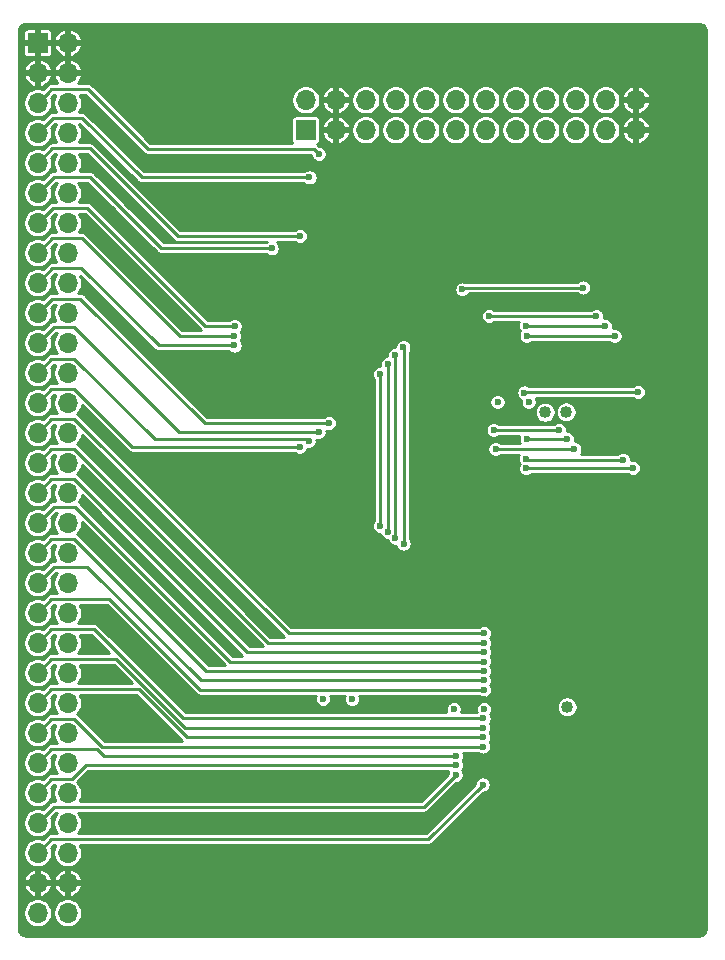
<source format=gbl>
%TF.GenerationSoftware,KiCad,Pcbnew,5.1.5+dfsg1-2build2*%
%TF.CreationDate,2023-06-17T11:27:21-05:00*%
%TF.ProjectId,2067-Z8S180,32303637-2d5a-4385-9331-38302e6b6963,rev?*%
%TF.SameCoordinates,Original*%
%TF.FileFunction,Copper,L4,Bot*%
%TF.FilePolarity,Positive*%
%FSLAX46Y46*%
G04 Gerber Fmt 4.6, Leading zero omitted, Abs format (unit mm)*
G04 Created by KiCad (PCBNEW 5.1.5+dfsg1-2build2) date 2023-06-17 11:27:21*
%MOMM*%
%LPD*%
G04 APERTURE LIST*
%ADD10O,1.700000X1.700000*%
%ADD11R,1.700000X1.700000*%
%ADD12C,1.016000*%
%ADD13C,0.600000*%
%ADD14C,0.250000*%
%ADD15C,0.254000*%
G04 APERTURE END LIST*
D10*
X142640000Y-46834000D03*
X142640000Y-49374000D03*
X140100000Y-46834000D03*
X140100000Y-49374000D03*
X137560000Y-46834000D03*
X137560000Y-49374000D03*
X135020000Y-46834000D03*
X135020000Y-49374000D03*
X132480000Y-46834000D03*
X132480000Y-49374000D03*
X129940000Y-46834000D03*
X129940000Y-49374000D03*
X127400000Y-46834000D03*
X127400000Y-49374000D03*
X124860000Y-46834000D03*
X124860000Y-49374000D03*
X122320000Y-46834000D03*
X122320000Y-49374000D03*
X119780000Y-46834000D03*
X119780000Y-49374000D03*
X117240000Y-46834000D03*
X117240000Y-49374000D03*
X114700000Y-46834000D03*
D11*
X114700000Y-49374000D03*
D10*
X94540000Y-115660000D03*
X92000000Y-115660000D03*
X94540000Y-113120000D03*
X92000000Y-113120000D03*
X94540000Y-110580000D03*
X92000000Y-110580000D03*
X94540000Y-108040000D03*
X92000000Y-108040000D03*
X94540000Y-105500000D03*
X92000000Y-105500000D03*
X94540000Y-102960000D03*
X92000000Y-102960000D03*
X94540000Y-100420000D03*
X92000000Y-100420000D03*
X94540000Y-97880000D03*
X92000000Y-97880000D03*
X94540000Y-95340000D03*
X92000000Y-95340000D03*
X94540000Y-92800000D03*
X92000000Y-92800000D03*
X94540000Y-90260000D03*
X92000000Y-90260000D03*
X94540000Y-87720000D03*
X92000000Y-87720000D03*
X94540000Y-85180000D03*
X92000000Y-85180000D03*
X94540000Y-82640000D03*
X92000000Y-82640000D03*
X94540000Y-80100000D03*
X92000000Y-80100000D03*
X94540000Y-77560000D03*
X92000000Y-77560000D03*
X94540000Y-75020000D03*
X92000000Y-75020000D03*
X94540000Y-72480000D03*
X92000000Y-72480000D03*
X94540000Y-69940000D03*
X92000000Y-69940000D03*
X94540000Y-67400000D03*
X92000000Y-67400000D03*
X94540000Y-64860000D03*
X92000000Y-64860000D03*
X94540000Y-62320000D03*
X92000000Y-62320000D03*
X94540000Y-59780000D03*
X92000000Y-59780000D03*
X94540000Y-57240000D03*
X92000000Y-57240000D03*
X94540000Y-54700000D03*
X92000000Y-54700000D03*
X94540000Y-52160000D03*
X92000000Y-52160000D03*
X94540000Y-49620000D03*
X92000000Y-49620000D03*
X94540000Y-47080000D03*
X92000000Y-47080000D03*
X94540000Y-44540000D03*
X92000000Y-44540000D03*
X94540000Y-42000000D03*
D11*
X92000000Y-42000000D03*
D12*
X136830000Y-98210000D03*
X134970000Y-73290000D03*
D13*
X133570000Y-72400000D03*
X130940000Y-72400000D03*
X118620000Y-97590000D03*
X116180000Y-97580000D03*
X129790000Y-98390000D03*
X127230000Y-98400000D03*
D12*
X136750000Y-73250000D03*
D13*
X133310000Y-70800000D03*
X131030000Y-70820000D03*
X111040000Y-71590000D03*
X110980000Y-72410000D03*
X108670000Y-72400000D03*
X108670000Y-71600000D03*
X120370000Y-78920000D03*
X120370000Y-81420000D03*
X118640000Y-98390000D03*
X116190000Y-98390000D03*
X129788522Y-97589990D03*
X127220000Y-97580000D03*
X119110000Y-105280000D03*
X115630000Y-105460000D03*
X130360000Y-106540000D03*
X126950000Y-106260000D03*
X130650000Y-103430000D03*
X136590000Y-96060000D03*
X135310000Y-94920000D03*
X133360000Y-94900000D03*
X132050000Y-96140000D03*
X134770000Y-68880000D03*
X136620000Y-68820000D03*
X133520000Y-69910000D03*
X133800000Y-67830000D03*
X131450000Y-64150000D03*
X127790000Y-61890000D03*
X122290000Y-62030000D03*
X120650000Y-62100000D03*
X128870000Y-65490000D03*
X130060000Y-66780000D03*
X111740000Y-65460000D03*
X111280000Y-68080000D03*
X114990000Y-65290000D03*
X118330000Y-65320000D03*
X121720000Y-65380000D03*
X125120000Y-65410000D03*
X130560000Y-77850000D03*
X130010000Y-75660000D03*
X130300000Y-73450000D03*
X129960000Y-71470000D03*
X129150000Y-78610000D03*
X127390000Y-78590000D03*
X125600000Y-78560000D03*
X123900000Y-78580000D03*
X118960000Y-78570000D03*
X117450000Y-78510000D03*
X113260000Y-78400000D03*
X111200000Y-77160000D03*
X110000000Y-79090000D03*
X111460000Y-73250000D03*
X111330000Y-70300000D03*
X107970000Y-73500000D03*
X98720000Y-65370000D03*
X96380000Y-52120000D03*
X96390000Y-57540000D03*
X96850000Y-47460000D03*
X118830000Y-51454000D03*
X121210000Y-51494000D03*
X131830000Y-51844000D03*
X129330000Y-51854000D03*
X126800000Y-51904000D03*
X134360000Y-52084000D03*
X136330000Y-51744000D03*
X117020000Y-56110000D03*
X113970000Y-56850000D03*
X114210000Y-52400000D03*
X114050000Y-54750000D03*
X113030000Y-62180000D03*
X103900000Y-60610000D03*
X130100000Y-90330000D03*
X128140000Y-88270000D03*
X131320000Y-81140000D03*
X134580000Y-78940000D03*
X138870000Y-89780000D03*
X135880000Y-102640000D03*
X99060000Y-116840000D03*
X102870000Y-116840000D03*
X106680000Y-116840000D03*
X110490000Y-116840000D03*
X114300000Y-116840000D03*
X118110000Y-116840000D03*
X121920000Y-116840000D03*
X125730000Y-116840000D03*
X129540000Y-116840000D03*
X133350000Y-116840000D03*
X137160000Y-116840000D03*
X140970000Y-116840000D03*
X144780000Y-116840000D03*
X147320000Y-114300000D03*
X147320000Y-110490000D03*
X147320000Y-106680000D03*
X147320000Y-102870000D03*
X147320000Y-99060000D03*
X147320000Y-95250000D03*
X147320000Y-91440000D03*
X147320000Y-87630000D03*
X147320000Y-83820000D03*
X147320000Y-80010000D03*
X147320000Y-76200000D03*
X147320000Y-72390000D03*
X147320000Y-68580000D03*
X147320000Y-64770000D03*
X147320000Y-60960000D03*
X147320000Y-57150000D03*
X147320000Y-53340000D03*
X147320000Y-49530000D03*
X147320000Y-45720000D03*
X147320000Y-41910000D03*
X110490000Y-41910000D03*
X106680000Y-41910000D03*
X102870000Y-41910000D03*
X99060000Y-41910000D03*
X90805000Y-45720000D03*
X90805000Y-48260000D03*
X90805000Y-50800000D03*
X90805000Y-53340000D03*
X90805000Y-55880000D03*
X90805000Y-58420000D03*
X90805000Y-60960000D03*
X90805000Y-63500000D03*
X90805000Y-66040000D03*
X90805000Y-68580000D03*
X90805000Y-71120000D03*
X90805000Y-73660000D03*
X90805000Y-76200000D03*
X90805000Y-78740000D03*
X90805000Y-81280000D03*
X90805000Y-83820000D03*
X90805000Y-86360000D03*
X90805000Y-88900000D03*
X90805000Y-91440000D03*
X90805000Y-93980000D03*
X90805000Y-96520000D03*
X90805000Y-99060000D03*
X90805000Y-101600000D03*
X90805000Y-104140000D03*
X90805000Y-106680000D03*
X90805000Y-109220000D03*
X90805000Y-111760000D03*
X96370000Y-73720000D03*
X96520000Y-76440000D03*
X96530000Y-79110000D03*
X96660000Y-81510000D03*
X96620000Y-84050000D03*
X99060000Y-86530000D03*
X96920000Y-90880000D03*
X96560000Y-93500000D03*
X96600000Y-95980000D03*
X97060000Y-97510000D03*
X96300000Y-99120000D03*
X96530000Y-104480000D03*
X98490000Y-105620000D03*
X97960000Y-108480000D03*
X96620000Y-111670000D03*
X114300000Y-41910000D03*
X118110000Y-41910000D03*
X121920000Y-41910000D03*
X125730000Y-41910000D03*
X129540000Y-41910000D03*
X133350000Y-41910000D03*
X137160000Y-41910000D03*
X140970000Y-41910000D03*
X144780000Y-41910000D03*
X129779882Y-91990510D03*
X130610000Y-74780000D03*
X136150000Y-74780000D03*
X129789878Y-92790460D03*
X136820000Y-75540000D03*
X133400000Y-75550000D03*
X129800121Y-93590407D03*
X130770000Y-76400000D03*
X137450000Y-76390000D03*
X129789999Y-94390355D03*
X129790124Y-95190366D03*
X129779753Y-95990311D03*
X138190000Y-62720000D03*
X127956949Y-62876949D03*
X129800144Y-96790063D03*
X130200000Y-65120000D03*
X139310000Y-65130000D03*
X140050000Y-65980000D03*
X133350000Y-65950000D03*
X129750000Y-99200000D03*
X140850000Y-66820000D03*
X133400000Y-66810000D03*
X129730000Y-100000000D03*
X141570000Y-77300000D03*
X133350000Y-77220000D03*
X129730000Y-100800000D03*
X142420000Y-78010000D03*
X133360000Y-78030000D03*
X129720000Y-101600000D03*
X127433145Y-102378905D03*
X127420000Y-103180000D03*
X127400000Y-103980000D03*
X142830000Y-71580000D03*
X133220000Y-71610000D03*
X129690000Y-104800000D03*
X122990000Y-84400000D03*
X122970000Y-67760000D03*
X122300000Y-83920000D03*
X122280000Y-68430000D03*
X121660000Y-83430000D03*
X121659999Y-69210000D03*
X121010000Y-82910000D03*
X121000000Y-70040000D03*
X108670000Y-67630000D03*
X108660000Y-66820000D03*
X108681677Y-65957779D03*
X111820000Y-59410000D03*
X114200000Y-58370000D03*
X115020000Y-53400002D03*
X115800000Y-51410000D03*
X116690000Y-74200000D03*
X115790000Y-74960000D03*
X114940000Y-75735010D03*
X114190000Y-76205010D03*
D14*
X113249512Y-91990510D02*
X129355618Y-91990510D01*
X129355618Y-91990510D02*
X129779882Y-91990510D01*
X95104001Y-73844999D02*
X113249512Y-91990510D01*
X93175001Y-73844999D02*
X95104001Y-73844999D01*
X92000000Y-75020000D02*
X93175001Y-73844999D01*
X130610000Y-74780000D02*
X136150000Y-74780000D01*
X129365614Y-92790460D02*
X129789878Y-92790460D01*
X111509462Y-92790460D02*
X129365614Y-92790460D01*
X95104001Y-76384999D02*
X111509462Y-92790460D01*
X93175001Y-76384999D02*
X95104001Y-76384999D01*
X92000000Y-77560000D02*
X93175001Y-76384999D01*
X136810000Y-75550000D02*
X136820000Y-75540000D01*
X133400000Y-75550000D02*
X136810000Y-75550000D01*
X129375857Y-93590407D02*
X129800121Y-93590407D01*
X95104001Y-78924999D02*
X109769409Y-93590407D01*
X93175001Y-78924999D02*
X95104001Y-78924999D01*
X109769409Y-93590407D02*
X129375857Y-93590407D01*
X92000000Y-80100000D02*
X93175001Y-78924999D01*
X137440000Y-76400000D02*
X137450000Y-76390000D01*
X130770000Y-76400000D02*
X137440000Y-76400000D01*
X129365735Y-94390355D02*
X129789999Y-94390355D01*
X108310355Y-94390355D02*
X129365735Y-94390355D01*
X95195001Y-81275001D02*
X108310355Y-94390355D01*
X93364999Y-81275001D02*
X95195001Y-81275001D01*
X92000000Y-82640000D02*
X93364999Y-81275001D01*
X129365860Y-95190366D02*
X129790124Y-95190366D01*
X106289368Y-95190366D02*
X129365860Y-95190366D01*
X95104001Y-84004999D02*
X106289368Y-95190366D01*
X93175001Y-84004999D02*
X95104001Y-84004999D01*
X92000000Y-85180000D02*
X93175001Y-84004999D01*
X138190000Y-62720000D02*
X128113898Y-62720000D01*
X128113898Y-62720000D02*
X127956949Y-62876949D01*
X129355489Y-95990311D02*
X129779753Y-95990311D01*
X105820311Y-95990311D02*
X129355489Y-95990311D01*
X96185001Y-86355001D02*
X105820311Y-95990311D01*
X93364999Y-86355001D02*
X96185001Y-86355001D01*
X92000000Y-87720000D02*
X93364999Y-86355001D01*
X139300000Y-65120000D02*
X139310000Y-65130000D01*
X130200000Y-65120000D02*
X139300000Y-65120000D01*
X129375880Y-96790063D02*
X129800144Y-96790063D01*
X93175001Y-89084999D02*
X98084999Y-89084999D01*
X105790063Y-96790063D02*
X129375880Y-96790063D01*
X98084999Y-89084999D02*
X105790063Y-96790063D01*
X92000000Y-90260000D02*
X93175001Y-89084999D01*
X133380000Y-65980000D02*
X133350000Y-65950000D01*
X140050000Y-65980000D02*
X133380000Y-65980000D01*
X93175001Y-91624999D02*
X92000000Y-92800000D01*
X96748588Y-91624999D02*
X93175001Y-91624999D01*
X104323589Y-99200000D02*
X96748588Y-91624999D01*
X129750000Y-99200000D02*
X104323589Y-99200000D01*
X133410000Y-66820000D02*
X133400000Y-66810000D01*
X140850000Y-66820000D02*
X133410000Y-66820000D01*
X93175001Y-94164999D02*
X92000000Y-95340000D01*
X98652178Y-94164999D02*
X93175001Y-94164999D01*
X104487179Y-100000000D02*
X98652178Y-94164999D01*
X129730000Y-100000000D02*
X104487179Y-100000000D01*
X133430000Y-77300000D02*
X133350000Y-77220000D01*
X141570000Y-77300000D02*
X133430000Y-77300000D01*
X93175001Y-96704999D02*
X92000000Y-97880000D01*
X100555768Y-96704999D02*
X93175001Y-96704999D01*
X104650769Y-100800000D02*
X100555768Y-96704999D01*
X129730000Y-100800000D02*
X104650769Y-100800000D01*
X133380000Y-78010000D02*
X133360000Y-78030000D01*
X142420000Y-78010000D02*
X133380000Y-78010000D01*
X93175001Y-99244999D02*
X92000000Y-100420000D01*
X95104001Y-99244999D02*
X93175001Y-99244999D01*
X97459002Y-101600000D02*
X95104001Y-99244999D01*
X129720000Y-101600000D02*
X97459002Y-101600000D01*
X93175001Y-101784999D02*
X92000000Y-102960000D01*
X97007591Y-101784999D02*
X93175001Y-101784999D01*
X97601497Y-102378905D02*
X97007591Y-101784999D01*
X127433145Y-102378905D02*
X97601497Y-102378905D01*
X93175001Y-104324999D02*
X92000000Y-105500000D01*
X94914003Y-104324999D02*
X93175001Y-104324999D01*
X96059002Y-103180000D02*
X94914003Y-104324999D01*
X127420000Y-103180000D02*
X96059002Y-103180000D01*
X93364999Y-106675001D02*
X92000000Y-108040000D01*
X124704999Y-106675001D02*
X93364999Y-106675001D01*
X127400000Y-103980000D02*
X124704999Y-106675001D01*
X133250000Y-71580000D02*
X133220000Y-71610000D01*
X142830000Y-71580000D02*
X133250000Y-71580000D01*
X93175001Y-109404999D02*
X92000000Y-110580000D01*
X125085001Y-109404999D02*
X93175001Y-109404999D01*
X129690000Y-104800000D02*
X125085001Y-109404999D01*
X122990000Y-67780000D02*
X122970000Y-67760000D01*
X122990000Y-84400000D02*
X122990000Y-67780000D01*
X122300000Y-68450000D02*
X122280000Y-68430000D01*
X122300000Y-83920000D02*
X122300000Y-68450000D01*
X121660000Y-83430000D02*
X121659999Y-83005735D01*
X121659999Y-83005735D02*
X121659999Y-69634264D01*
X121659999Y-69634264D02*
X121659999Y-69210000D01*
X121010000Y-82910000D02*
X121010000Y-70050000D01*
X121010000Y-70050000D02*
X121000000Y-70040000D01*
X93260000Y-61060000D02*
X92000000Y-62320000D01*
X95680000Y-61060000D02*
X93260000Y-61060000D01*
X102250000Y-67630000D02*
X95680000Y-61060000D01*
X108670000Y-67630000D02*
X102250000Y-67630000D01*
X93260000Y-58520000D02*
X92000000Y-59780000D01*
X95750000Y-58520000D02*
X93260000Y-58520000D01*
X104050000Y-66820000D02*
X95750000Y-58520000D01*
X108660000Y-66820000D02*
X104050000Y-66820000D01*
X93270000Y-55970000D02*
X92000000Y-57240000D01*
X96210000Y-55970000D02*
X93270000Y-55970000D01*
X106197779Y-65957779D02*
X96210000Y-55970000D01*
X108681677Y-65957779D02*
X106197779Y-65957779D01*
X92849999Y-53850001D02*
X92000000Y-54700000D01*
X96415001Y-53335001D02*
X93364999Y-53335001D01*
X98970000Y-55890000D02*
X96415001Y-53335001D01*
X98970000Y-55920000D02*
X98970000Y-55890000D01*
X102460000Y-59410000D02*
X98970000Y-55920000D01*
X93364999Y-53335001D02*
X92849999Y-53850001D01*
X111820000Y-59410000D02*
X102460000Y-59410000D01*
X93240000Y-50920000D02*
X92000000Y-52160000D01*
X96400000Y-50920000D02*
X93240000Y-50920000D01*
X103850000Y-58370000D02*
X96400000Y-50920000D01*
X114200000Y-58370000D02*
X103850000Y-58370000D01*
X93270000Y-48350000D02*
X92000000Y-49620000D01*
X95750000Y-48350000D02*
X93270000Y-48350000D01*
X100800002Y-53400002D02*
X95750000Y-48350000D01*
X115020000Y-53400002D02*
X100800002Y-53400002D01*
X92849999Y-46230001D02*
X92000000Y-47080000D01*
X93175001Y-45904999D02*
X92849999Y-46230001D01*
X96244999Y-45904999D02*
X93175001Y-45904999D01*
X101324999Y-50984999D02*
X96244999Y-45904999D01*
X115374999Y-50984999D02*
X101324999Y-50984999D01*
X115800000Y-51410000D02*
X115374999Y-50984999D01*
X93200000Y-63660000D02*
X92000000Y-64860000D01*
X95620000Y-63660000D02*
X93200000Y-63660000D01*
X106160000Y-74200000D02*
X95620000Y-63660000D01*
X116690000Y-74200000D02*
X106160000Y-74200000D01*
X93360000Y-66040000D02*
X92000000Y-67400000D01*
X95070000Y-66040000D02*
X93360000Y-66040000D01*
X103990000Y-74960000D02*
X95070000Y-66040000D01*
X115790000Y-74960000D02*
X103990000Y-74960000D01*
X114784990Y-75580000D02*
X114940000Y-75735010D01*
X101919002Y-75580000D02*
X114784990Y-75580000D01*
X95104001Y-68764999D02*
X101919002Y-75580000D01*
X93175001Y-68764999D02*
X95104001Y-68764999D01*
X92000000Y-69940000D02*
X93175001Y-68764999D01*
X100004012Y-76205010D02*
X113765736Y-76205010D01*
X95104001Y-71304999D02*
X100004012Y-76205010D01*
X93175001Y-71304999D02*
X95104001Y-71304999D01*
X113765736Y-76205010D02*
X114190000Y-76205010D01*
X92000000Y-72480000D02*
X93175001Y-71304999D01*
D15*
G36*
X148114994Y-40419222D02*
G01*
X148225614Y-40452620D01*
X148327639Y-40506868D01*
X148417179Y-40579895D01*
X148490833Y-40668925D01*
X148545792Y-40770572D01*
X148579960Y-40880949D01*
X148594000Y-41014528D01*
X148594001Y-116980136D01*
X148580778Y-117114994D01*
X148547379Y-117225615D01*
X148493132Y-117327639D01*
X148420106Y-117417179D01*
X148331072Y-117490834D01*
X148229428Y-117545792D01*
X148119051Y-117579960D01*
X147985472Y-117594000D01*
X91019854Y-117594000D01*
X90885006Y-117580778D01*
X90774385Y-117547379D01*
X90672361Y-117493132D01*
X90582821Y-117420106D01*
X90509166Y-117331072D01*
X90454208Y-117229428D01*
X90420040Y-117119051D01*
X90406000Y-116985472D01*
X90406000Y-115538757D01*
X90769000Y-115538757D01*
X90769000Y-115781243D01*
X90816307Y-116019069D01*
X90909102Y-116243097D01*
X91043820Y-116444717D01*
X91215283Y-116616180D01*
X91416903Y-116750898D01*
X91640931Y-116843693D01*
X91878757Y-116891000D01*
X92121243Y-116891000D01*
X92359069Y-116843693D01*
X92583097Y-116750898D01*
X92784717Y-116616180D01*
X92956180Y-116444717D01*
X93090898Y-116243097D01*
X93183693Y-116019069D01*
X93231000Y-115781243D01*
X93231000Y-115538757D01*
X93309000Y-115538757D01*
X93309000Y-115781243D01*
X93356307Y-116019069D01*
X93449102Y-116243097D01*
X93583820Y-116444717D01*
X93755283Y-116616180D01*
X93956903Y-116750898D01*
X94180931Y-116843693D01*
X94418757Y-116891000D01*
X94661243Y-116891000D01*
X94899069Y-116843693D01*
X95123097Y-116750898D01*
X95324717Y-116616180D01*
X95496180Y-116444717D01*
X95630898Y-116243097D01*
X95723693Y-116019069D01*
X95771000Y-115781243D01*
X95771000Y-115538757D01*
X95723693Y-115300931D01*
X95630898Y-115076903D01*
X95496180Y-114875283D01*
X95324717Y-114703820D01*
X95123097Y-114569102D01*
X94899069Y-114476307D01*
X94661243Y-114429000D01*
X94418757Y-114429000D01*
X94180931Y-114476307D01*
X93956903Y-114569102D01*
X93755283Y-114703820D01*
X93583820Y-114875283D01*
X93449102Y-115076903D01*
X93356307Y-115300931D01*
X93309000Y-115538757D01*
X93231000Y-115538757D01*
X93183693Y-115300931D01*
X93090898Y-115076903D01*
X92956180Y-114875283D01*
X92784717Y-114703820D01*
X92583097Y-114569102D01*
X92359069Y-114476307D01*
X92121243Y-114429000D01*
X91878757Y-114429000D01*
X91640931Y-114476307D01*
X91416903Y-114569102D01*
X91215283Y-114703820D01*
X91043820Y-114875283D01*
X90909102Y-115076903D01*
X90816307Y-115300931D01*
X90769000Y-115538757D01*
X90406000Y-115538757D01*
X90406000Y-113436980D01*
X90810511Y-113436980D01*
X90834866Y-113517288D01*
X90934761Y-113736961D01*
X91075592Y-113932924D01*
X91251948Y-114097647D01*
X91457051Y-114224799D01*
X91683019Y-114309495D01*
X91873000Y-114249187D01*
X91873000Y-113247000D01*
X92127000Y-113247000D01*
X92127000Y-114249187D01*
X92316981Y-114309495D01*
X92542949Y-114224799D01*
X92748052Y-114097647D01*
X92924408Y-113932924D01*
X93065239Y-113736961D01*
X93165134Y-113517288D01*
X93189489Y-113436980D01*
X93350511Y-113436980D01*
X93374866Y-113517288D01*
X93474761Y-113736961D01*
X93615592Y-113932924D01*
X93791948Y-114097647D01*
X93997051Y-114224799D01*
X94223019Y-114309495D01*
X94413000Y-114249187D01*
X94413000Y-113247000D01*
X94667000Y-113247000D01*
X94667000Y-114249187D01*
X94856981Y-114309495D01*
X95082949Y-114224799D01*
X95288052Y-114097647D01*
X95464408Y-113932924D01*
X95605239Y-113736961D01*
X95705134Y-113517288D01*
X95729489Y-113436980D01*
X95668627Y-113247000D01*
X94667000Y-113247000D01*
X94413000Y-113247000D01*
X93411373Y-113247000D01*
X93350511Y-113436980D01*
X93189489Y-113436980D01*
X93128627Y-113247000D01*
X92127000Y-113247000D01*
X91873000Y-113247000D01*
X90871373Y-113247000D01*
X90810511Y-113436980D01*
X90406000Y-113436980D01*
X90406000Y-112803020D01*
X90810511Y-112803020D01*
X90871373Y-112993000D01*
X91873000Y-112993000D01*
X91873000Y-111990813D01*
X92127000Y-111990813D01*
X92127000Y-112993000D01*
X93128627Y-112993000D01*
X93189489Y-112803020D01*
X93350511Y-112803020D01*
X93411373Y-112993000D01*
X94413000Y-112993000D01*
X94413000Y-111990813D01*
X94667000Y-111990813D01*
X94667000Y-112993000D01*
X95668627Y-112993000D01*
X95729489Y-112803020D01*
X95705134Y-112722712D01*
X95605239Y-112503039D01*
X95464408Y-112307076D01*
X95288052Y-112142353D01*
X95082949Y-112015201D01*
X94856981Y-111930505D01*
X94667000Y-111990813D01*
X94413000Y-111990813D01*
X94223019Y-111930505D01*
X93997051Y-112015201D01*
X93791948Y-112142353D01*
X93615592Y-112307076D01*
X93474761Y-112503039D01*
X93374866Y-112722712D01*
X93350511Y-112803020D01*
X93189489Y-112803020D01*
X93165134Y-112722712D01*
X93065239Y-112503039D01*
X92924408Y-112307076D01*
X92748052Y-112142353D01*
X92542949Y-112015201D01*
X92316981Y-111930505D01*
X92127000Y-111990813D01*
X91873000Y-111990813D01*
X91683019Y-111930505D01*
X91457051Y-112015201D01*
X91251948Y-112142353D01*
X91075592Y-112307076D01*
X90934761Y-112503039D01*
X90834866Y-112722712D01*
X90810511Y-112803020D01*
X90406000Y-112803020D01*
X90406000Y-46958757D01*
X90769000Y-46958757D01*
X90769000Y-47201243D01*
X90816307Y-47439069D01*
X90909102Y-47663097D01*
X91043820Y-47864717D01*
X91215283Y-48036180D01*
X91416903Y-48170898D01*
X91640931Y-48263693D01*
X91878757Y-48311000D01*
X92121243Y-48311000D01*
X92359069Y-48263693D01*
X92583097Y-48170898D01*
X92784717Y-48036180D01*
X92956180Y-47864717D01*
X93090898Y-47663097D01*
X93183693Y-47439069D01*
X93231000Y-47201243D01*
X93231000Y-46958757D01*
X93183693Y-46720931D01*
X93151758Y-46643834D01*
X93225369Y-46570223D01*
X93225374Y-46570217D01*
X93384592Y-46410999D01*
X93506501Y-46410999D01*
X93449102Y-46496903D01*
X93356307Y-46720931D01*
X93309000Y-46958757D01*
X93309000Y-47201243D01*
X93356307Y-47439069D01*
X93449102Y-47663097D01*
X93569977Y-47844000D01*
X93294845Y-47844000D01*
X93269999Y-47841553D01*
X93245153Y-47844000D01*
X93245146Y-47844000D01*
X93180694Y-47850348D01*
X93170806Y-47851322D01*
X93126648Y-47864717D01*
X93075425Y-47880255D01*
X92987521Y-47927241D01*
X92910473Y-47990473D01*
X92894628Y-48009780D01*
X92436167Y-48468242D01*
X92359069Y-48436307D01*
X92121243Y-48389000D01*
X91878757Y-48389000D01*
X91640931Y-48436307D01*
X91416903Y-48529102D01*
X91215283Y-48663820D01*
X91043820Y-48835283D01*
X90909102Y-49036903D01*
X90816307Y-49260931D01*
X90769000Y-49498757D01*
X90769000Y-49741243D01*
X90816307Y-49979069D01*
X90909102Y-50203097D01*
X91043820Y-50404717D01*
X91215283Y-50576180D01*
X91416903Y-50710898D01*
X91640931Y-50803693D01*
X91878757Y-50851000D01*
X92121243Y-50851000D01*
X92359069Y-50803693D01*
X92583097Y-50710898D01*
X92784717Y-50576180D01*
X92956180Y-50404717D01*
X93090898Y-50203097D01*
X93183693Y-49979069D01*
X93231000Y-49741243D01*
X93231000Y-49498757D01*
X93183693Y-49260931D01*
X93151758Y-49183833D01*
X93479592Y-48856000D01*
X93569977Y-48856000D01*
X93449102Y-49036903D01*
X93356307Y-49260931D01*
X93309000Y-49498757D01*
X93309000Y-49741243D01*
X93356307Y-49979069D01*
X93449102Y-50203097D01*
X93583820Y-50404717D01*
X93593103Y-50414000D01*
X93264854Y-50414000D01*
X93240000Y-50411552D01*
X93215146Y-50414000D01*
X93140807Y-50421322D01*
X93045425Y-50450255D01*
X92957521Y-50497241D01*
X92880473Y-50560473D01*
X92864628Y-50579780D01*
X92436167Y-51008242D01*
X92359069Y-50976307D01*
X92121243Y-50929000D01*
X91878757Y-50929000D01*
X91640931Y-50976307D01*
X91416903Y-51069102D01*
X91215283Y-51203820D01*
X91043820Y-51375283D01*
X90909102Y-51576903D01*
X90816307Y-51800931D01*
X90769000Y-52038757D01*
X90769000Y-52281243D01*
X90816307Y-52519069D01*
X90909102Y-52743097D01*
X91043820Y-52944717D01*
X91215283Y-53116180D01*
X91416903Y-53250898D01*
X91640931Y-53343693D01*
X91878757Y-53391000D01*
X92121243Y-53391000D01*
X92359069Y-53343693D01*
X92583097Y-53250898D01*
X92784717Y-53116180D01*
X92956180Y-52944717D01*
X93090898Y-52743097D01*
X93183693Y-52519069D01*
X93231000Y-52281243D01*
X93231000Y-52038757D01*
X93183693Y-51800931D01*
X93151758Y-51723833D01*
X93449592Y-51426000D01*
X93549932Y-51426000D01*
X93449102Y-51576903D01*
X93356307Y-51800931D01*
X93309000Y-52038757D01*
X93309000Y-52281243D01*
X93356307Y-52519069D01*
X93449102Y-52743097D01*
X93506501Y-52829001D01*
X93389845Y-52829001D01*
X93364999Y-52826554D01*
X93340153Y-52829001D01*
X93340145Y-52829001D01*
X93265806Y-52836323D01*
X93170424Y-52865256D01*
X93082520Y-52912242D01*
X93005472Y-52975474D01*
X92989627Y-52994781D01*
X92509782Y-53474627D01*
X92509777Y-53474631D01*
X92436166Y-53548242D01*
X92359069Y-53516307D01*
X92121243Y-53469000D01*
X91878757Y-53469000D01*
X91640931Y-53516307D01*
X91416903Y-53609102D01*
X91215283Y-53743820D01*
X91043820Y-53915283D01*
X90909102Y-54116903D01*
X90816307Y-54340931D01*
X90769000Y-54578757D01*
X90769000Y-54821243D01*
X90816307Y-55059069D01*
X90909102Y-55283097D01*
X91043820Y-55484717D01*
X91215283Y-55656180D01*
X91416903Y-55790898D01*
X91640931Y-55883693D01*
X91878757Y-55931000D01*
X92121243Y-55931000D01*
X92359069Y-55883693D01*
X92583097Y-55790898D01*
X92784717Y-55656180D01*
X92956180Y-55484717D01*
X93090898Y-55283097D01*
X93183693Y-55059069D01*
X93231000Y-54821243D01*
X93231000Y-54578757D01*
X93183693Y-54340931D01*
X93151758Y-54263834D01*
X93225369Y-54190223D01*
X93225373Y-54190218D01*
X93574591Y-53841001D01*
X93658102Y-53841001D01*
X93583820Y-53915283D01*
X93449102Y-54116903D01*
X93356307Y-54340931D01*
X93309000Y-54578757D01*
X93309000Y-54821243D01*
X93356307Y-55059069D01*
X93449102Y-55283097D01*
X93569977Y-55464000D01*
X93294845Y-55464000D01*
X93269999Y-55461553D01*
X93245153Y-55464000D01*
X93245146Y-55464000D01*
X93180694Y-55470348D01*
X93170806Y-55471322D01*
X93126648Y-55484717D01*
X93075425Y-55500255D01*
X92987521Y-55547241D01*
X92910473Y-55610473D01*
X92894628Y-55629780D01*
X92436167Y-56088242D01*
X92359069Y-56056307D01*
X92121243Y-56009000D01*
X91878757Y-56009000D01*
X91640931Y-56056307D01*
X91416903Y-56149102D01*
X91215283Y-56283820D01*
X91043820Y-56455283D01*
X90909102Y-56656903D01*
X90816307Y-56880931D01*
X90769000Y-57118757D01*
X90769000Y-57361243D01*
X90816307Y-57599069D01*
X90909102Y-57823097D01*
X91043820Y-58024717D01*
X91215283Y-58196180D01*
X91416903Y-58330898D01*
X91640931Y-58423693D01*
X91878757Y-58471000D01*
X92121243Y-58471000D01*
X92359069Y-58423693D01*
X92583097Y-58330898D01*
X92784717Y-58196180D01*
X92956180Y-58024717D01*
X93090898Y-57823097D01*
X93183693Y-57599069D01*
X93231000Y-57361243D01*
X93231000Y-57118757D01*
X93183693Y-56880931D01*
X93151758Y-56803833D01*
X93479592Y-56476000D01*
X93569977Y-56476000D01*
X93449102Y-56656903D01*
X93356307Y-56880931D01*
X93309000Y-57118757D01*
X93309000Y-57361243D01*
X93356307Y-57599069D01*
X93449102Y-57823097D01*
X93576659Y-58014000D01*
X93284845Y-58014000D01*
X93259999Y-58011553D01*
X93235153Y-58014000D01*
X93235146Y-58014000D01*
X93170694Y-58020348D01*
X93160806Y-58021322D01*
X93074751Y-58047426D01*
X93065425Y-58050255D01*
X92977521Y-58097241D01*
X92900473Y-58160473D01*
X92884628Y-58179780D01*
X92436167Y-58628242D01*
X92359069Y-58596307D01*
X92121243Y-58549000D01*
X91878757Y-58549000D01*
X91640931Y-58596307D01*
X91416903Y-58689102D01*
X91215283Y-58823820D01*
X91043820Y-58995283D01*
X90909102Y-59196903D01*
X90816307Y-59420931D01*
X90769000Y-59658757D01*
X90769000Y-59901243D01*
X90816307Y-60139069D01*
X90909102Y-60363097D01*
X91043820Y-60564717D01*
X91215283Y-60736180D01*
X91416903Y-60870898D01*
X91640931Y-60963693D01*
X91878757Y-61011000D01*
X92121243Y-61011000D01*
X92359069Y-60963693D01*
X92583097Y-60870898D01*
X92784717Y-60736180D01*
X92956180Y-60564717D01*
X93090898Y-60363097D01*
X93183693Y-60139069D01*
X93231000Y-59901243D01*
X93231000Y-59658757D01*
X93183693Y-59420931D01*
X93151758Y-59343833D01*
X93469592Y-59026000D01*
X93563296Y-59026000D01*
X93449102Y-59196903D01*
X93356307Y-59420931D01*
X93309000Y-59658757D01*
X93309000Y-59901243D01*
X93356307Y-60139069D01*
X93449102Y-60363097D01*
X93576659Y-60554000D01*
X93284845Y-60554000D01*
X93259999Y-60551553D01*
X93235153Y-60554000D01*
X93235146Y-60554000D01*
X93170694Y-60560348D01*
X93160806Y-60561322D01*
X93065425Y-60590255D01*
X92977521Y-60637241D01*
X92900473Y-60700473D01*
X92884628Y-60719780D01*
X92436167Y-61168242D01*
X92359069Y-61136307D01*
X92121243Y-61089000D01*
X91878757Y-61089000D01*
X91640931Y-61136307D01*
X91416903Y-61229102D01*
X91215283Y-61363820D01*
X91043820Y-61535283D01*
X90909102Y-61736903D01*
X90816307Y-61960931D01*
X90769000Y-62198757D01*
X90769000Y-62441243D01*
X90816307Y-62679069D01*
X90909102Y-62903097D01*
X91043820Y-63104717D01*
X91215283Y-63276180D01*
X91416903Y-63410898D01*
X91640931Y-63503693D01*
X91878757Y-63551000D01*
X92121243Y-63551000D01*
X92359069Y-63503693D01*
X92583097Y-63410898D01*
X92784717Y-63276180D01*
X92956180Y-63104717D01*
X93090898Y-62903097D01*
X93183693Y-62679069D01*
X93231000Y-62441243D01*
X93231000Y-62198757D01*
X93183693Y-61960931D01*
X93151758Y-61883833D01*
X93469592Y-61566000D01*
X93563296Y-61566000D01*
X93449102Y-61736903D01*
X93356307Y-61960931D01*
X93309000Y-62198757D01*
X93309000Y-62441243D01*
X93356307Y-62679069D01*
X93449102Y-62903097D01*
X93583820Y-63104717D01*
X93633103Y-63154000D01*
X93224845Y-63154000D01*
X93199999Y-63151553D01*
X93175153Y-63154000D01*
X93175146Y-63154000D01*
X93110694Y-63160348D01*
X93100806Y-63161322D01*
X93078607Y-63168056D01*
X93005425Y-63190255D01*
X92917521Y-63237241D01*
X92840473Y-63300473D01*
X92824628Y-63319780D01*
X92436167Y-63708242D01*
X92359069Y-63676307D01*
X92121243Y-63629000D01*
X91878757Y-63629000D01*
X91640931Y-63676307D01*
X91416903Y-63769102D01*
X91215283Y-63903820D01*
X91043820Y-64075283D01*
X90909102Y-64276903D01*
X90816307Y-64500931D01*
X90769000Y-64738757D01*
X90769000Y-64981243D01*
X90816307Y-65219069D01*
X90909102Y-65443097D01*
X91043820Y-65644717D01*
X91215283Y-65816180D01*
X91416903Y-65950898D01*
X91640931Y-66043693D01*
X91878757Y-66091000D01*
X92121243Y-66091000D01*
X92359069Y-66043693D01*
X92583097Y-65950898D01*
X92784717Y-65816180D01*
X92956180Y-65644717D01*
X93090898Y-65443097D01*
X93183693Y-65219069D01*
X93231000Y-64981243D01*
X93231000Y-64738757D01*
X93183693Y-64500931D01*
X93151758Y-64423833D01*
X93409592Y-64166000D01*
X93523205Y-64166000D01*
X93449102Y-64276903D01*
X93356307Y-64500931D01*
X93309000Y-64738757D01*
X93309000Y-64981243D01*
X93356307Y-65219069D01*
X93449102Y-65443097D01*
X93509841Y-65534000D01*
X93384845Y-65534000D01*
X93359999Y-65531553D01*
X93335153Y-65534000D01*
X93335146Y-65534000D01*
X93270694Y-65540348D01*
X93260806Y-65541322D01*
X93245754Y-65545888D01*
X93165425Y-65570255D01*
X93077521Y-65617241D01*
X93000473Y-65680473D01*
X92984628Y-65699780D01*
X92436167Y-66248242D01*
X92359069Y-66216307D01*
X92121243Y-66169000D01*
X91878757Y-66169000D01*
X91640931Y-66216307D01*
X91416903Y-66309102D01*
X91215283Y-66443820D01*
X91043820Y-66615283D01*
X90909102Y-66816903D01*
X90816307Y-67040931D01*
X90769000Y-67278757D01*
X90769000Y-67521243D01*
X90816307Y-67759069D01*
X90909102Y-67983097D01*
X91043820Y-68184717D01*
X91215283Y-68356180D01*
X91416903Y-68490898D01*
X91640931Y-68583693D01*
X91878757Y-68631000D01*
X92121243Y-68631000D01*
X92359069Y-68583693D01*
X92583097Y-68490898D01*
X92784717Y-68356180D01*
X92956180Y-68184717D01*
X93090898Y-67983097D01*
X93183693Y-67759069D01*
X93231000Y-67521243D01*
X93231000Y-67278757D01*
X93183693Y-67040931D01*
X93151758Y-66963833D01*
X93569592Y-66546000D01*
X93653103Y-66546000D01*
X93583820Y-66615283D01*
X93449102Y-66816903D01*
X93356307Y-67040931D01*
X93309000Y-67278757D01*
X93309000Y-67521243D01*
X93356307Y-67759069D01*
X93449102Y-67983097D01*
X93583820Y-68184717D01*
X93658102Y-68258999D01*
X93199846Y-68258999D01*
X93175000Y-68256552D01*
X93150154Y-68258999D01*
X93150147Y-68258999D01*
X93085695Y-68265347D01*
X93075807Y-68266321D01*
X93053608Y-68273055D01*
X92980426Y-68295254D01*
X92892522Y-68342240D01*
X92815474Y-68405472D01*
X92799629Y-68424779D01*
X92436167Y-68788242D01*
X92359069Y-68756307D01*
X92121243Y-68709000D01*
X91878757Y-68709000D01*
X91640931Y-68756307D01*
X91416903Y-68849102D01*
X91215283Y-68983820D01*
X91043820Y-69155283D01*
X90909102Y-69356903D01*
X90816307Y-69580931D01*
X90769000Y-69818757D01*
X90769000Y-70061243D01*
X90816307Y-70299069D01*
X90909102Y-70523097D01*
X91043820Y-70724717D01*
X91215283Y-70896180D01*
X91416903Y-71030898D01*
X91640931Y-71123693D01*
X91878757Y-71171000D01*
X92121243Y-71171000D01*
X92359069Y-71123693D01*
X92583097Y-71030898D01*
X92784717Y-70896180D01*
X92956180Y-70724717D01*
X93090898Y-70523097D01*
X93183693Y-70299069D01*
X93231000Y-70061243D01*
X93231000Y-69818757D01*
X93183693Y-69580931D01*
X93151758Y-69503833D01*
X93384593Y-69270999D01*
X93506501Y-69270999D01*
X93449102Y-69356903D01*
X93356307Y-69580931D01*
X93309000Y-69818757D01*
X93309000Y-70061243D01*
X93356307Y-70299069D01*
X93449102Y-70523097D01*
X93583820Y-70724717D01*
X93658102Y-70798999D01*
X93199846Y-70798999D01*
X93175000Y-70796552D01*
X93150154Y-70798999D01*
X93150147Y-70798999D01*
X93085695Y-70805347D01*
X93075807Y-70806321D01*
X93053608Y-70813055D01*
X92980426Y-70835254D01*
X92892522Y-70882240D01*
X92815474Y-70945472D01*
X92799629Y-70964779D01*
X92436167Y-71328242D01*
X92359069Y-71296307D01*
X92121243Y-71249000D01*
X91878757Y-71249000D01*
X91640931Y-71296307D01*
X91416903Y-71389102D01*
X91215283Y-71523820D01*
X91043820Y-71695283D01*
X90909102Y-71896903D01*
X90816307Y-72120931D01*
X90769000Y-72358757D01*
X90769000Y-72601243D01*
X90816307Y-72839069D01*
X90909102Y-73063097D01*
X91043820Y-73264717D01*
X91215283Y-73436180D01*
X91416903Y-73570898D01*
X91640931Y-73663693D01*
X91878757Y-73711000D01*
X92121243Y-73711000D01*
X92359069Y-73663693D01*
X92583097Y-73570898D01*
X92784717Y-73436180D01*
X92956180Y-73264717D01*
X93090898Y-73063097D01*
X93183693Y-72839069D01*
X93231000Y-72601243D01*
X93231000Y-72358757D01*
X93183693Y-72120931D01*
X93151758Y-72043833D01*
X93384593Y-71810999D01*
X93506501Y-71810999D01*
X93449102Y-71896903D01*
X93356307Y-72120931D01*
X93309000Y-72358757D01*
X93309000Y-72601243D01*
X93356307Y-72839069D01*
X93449102Y-73063097D01*
X93583820Y-73264717D01*
X93658102Y-73338999D01*
X93199846Y-73338999D01*
X93175000Y-73336552D01*
X93150154Y-73338999D01*
X93150147Y-73338999D01*
X93085695Y-73345347D01*
X93075807Y-73346321D01*
X93053608Y-73353055D01*
X92980426Y-73375254D01*
X92892522Y-73422240D01*
X92815474Y-73485472D01*
X92799629Y-73504779D01*
X92436167Y-73868242D01*
X92359069Y-73836307D01*
X92121243Y-73789000D01*
X91878757Y-73789000D01*
X91640931Y-73836307D01*
X91416903Y-73929102D01*
X91215283Y-74063820D01*
X91043820Y-74235283D01*
X90909102Y-74436903D01*
X90816307Y-74660931D01*
X90769000Y-74898757D01*
X90769000Y-75141243D01*
X90816307Y-75379069D01*
X90909102Y-75603097D01*
X91043820Y-75804717D01*
X91215283Y-75976180D01*
X91416903Y-76110898D01*
X91640931Y-76203693D01*
X91878757Y-76251000D01*
X92121243Y-76251000D01*
X92359069Y-76203693D01*
X92583097Y-76110898D01*
X92784717Y-75976180D01*
X92956180Y-75804717D01*
X93090898Y-75603097D01*
X93183693Y-75379069D01*
X93231000Y-75141243D01*
X93231000Y-74898757D01*
X93183693Y-74660931D01*
X93151758Y-74583833D01*
X93384593Y-74350999D01*
X93506501Y-74350999D01*
X93449102Y-74436903D01*
X93356307Y-74660931D01*
X93309000Y-74898757D01*
X93309000Y-75141243D01*
X93356307Y-75379069D01*
X93449102Y-75603097D01*
X93583820Y-75804717D01*
X93658102Y-75878999D01*
X93199846Y-75878999D01*
X93175000Y-75876552D01*
X93150154Y-75878999D01*
X93150147Y-75878999D01*
X93085695Y-75885347D01*
X93075807Y-75886321D01*
X93059321Y-75891322D01*
X92980426Y-75915254D01*
X92892522Y-75962240D01*
X92815474Y-76025472D01*
X92799629Y-76044779D01*
X92436167Y-76408242D01*
X92359069Y-76376307D01*
X92121243Y-76329000D01*
X91878757Y-76329000D01*
X91640931Y-76376307D01*
X91416903Y-76469102D01*
X91215283Y-76603820D01*
X91043820Y-76775283D01*
X90909102Y-76976903D01*
X90816307Y-77200931D01*
X90769000Y-77438757D01*
X90769000Y-77681243D01*
X90816307Y-77919069D01*
X90909102Y-78143097D01*
X91043820Y-78344717D01*
X91215283Y-78516180D01*
X91416903Y-78650898D01*
X91640931Y-78743693D01*
X91878757Y-78791000D01*
X92121243Y-78791000D01*
X92359069Y-78743693D01*
X92583097Y-78650898D01*
X92784717Y-78516180D01*
X92956180Y-78344717D01*
X93090898Y-78143097D01*
X93183693Y-77919069D01*
X93231000Y-77681243D01*
X93231000Y-77438757D01*
X93183693Y-77200931D01*
X93151758Y-77123833D01*
X93384593Y-76890999D01*
X93506501Y-76890999D01*
X93449102Y-76976903D01*
X93356307Y-77200931D01*
X93309000Y-77438757D01*
X93309000Y-77681243D01*
X93356307Y-77919069D01*
X93449102Y-78143097D01*
X93583820Y-78344717D01*
X93658102Y-78418999D01*
X93199846Y-78418999D01*
X93175000Y-78416552D01*
X93150154Y-78418999D01*
X93150147Y-78418999D01*
X93085695Y-78425347D01*
X93075807Y-78426321D01*
X93054584Y-78432759D01*
X92980426Y-78455254D01*
X92892522Y-78502240D01*
X92815474Y-78565472D01*
X92799629Y-78584779D01*
X92436167Y-78948242D01*
X92359069Y-78916307D01*
X92121243Y-78869000D01*
X91878757Y-78869000D01*
X91640931Y-78916307D01*
X91416903Y-79009102D01*
X91215283Y-79143820D01*
X91043820Y-79315283D01*
X90909102Y-79516903D01*
X90816307Y-79740931D01*
X90769000Y-79978757D01*
X90769000Y-80221243D01*
X90816307Y-80459069D01*
X90909102Y-80683097D01*
X91043820Y-80884717D01*
X91215283Y-81056180D01*
X91416903Y-81190898D01*
X91640931Y-81283693D01*
X91878757Y-81331000D01*
X92121243Y-81331000D01*
X92359069Y-81283693D01*
X92583097Y-81190898D01*
X92784717Y-81056180D01*
X92956180Y-80884717D01*
X93090898Y-80683097D01*
X93183693Y-80459069D01*
X93231000Y-80221243D01*
X93231000Y-79978757D01*
X93183693Y-79740931D01*
X93151758Y-79663833D01*
X93384593Y-79430999D01*
X93506501Y-79430999D01*
X93449102Y-79516903D01*
X93356307Y-79740931D01*
X93309000Y-79978757D01*
X93309000Y-80221243D01*
X93356307Y-80459069D01*
X93449102Y-80683097D01*
X93506501Y-80769001D01*
X93389844Y-80769001D01*
X93364998Y-80766554D01*
X93340152Y-80769001D01*
X93340145Y-80769001D01*
X93275693Y-80775349D01*
X93265805Y-80776323D01*
X93170424Y-80805256D01*
X93082520Y-80852242D01*
X93005472Y-80915474D01*
X92989627Y-80934781D01*
X92436167Y-81488242D01*
X92359069Y-81456307D01*
X92121243Y-81409000D01*
X91878757Y-81409000D01*
X91640931Y-81456307D01*
X91416903Y-81549102D01*
X91215283Y-81683820D01*
X91043820Y-81855283D01*
X90909102Y-82056903D01*
X90816307Y-82280931D01*
X90769000Y-82518757D01*
X90769000Y-82761243D01*
X90816307Y-82999069D01*
X90909102Y-83223097D01*
X91043820Y-83424717D01*
X91215283Y-83596180D01*
X91416903Y-83730898D01*
X91640931Y-83823693D01*
X91878757Y-83871000D01*
X92121243Y-83871000D01*
X92359069Y-83823693D01*
X92583097Y-83730898D01*
X92784717Y-83596180D01*
X92956180Y-83424717D01*
X93090898Y-83223097D01*
X93183693Y-82999069D01*
X93231000Y-82761243D01*
X93231000Y-82518757D01*
X93183693Y-82280931D01*
X93151758Y-82203833D01*
X93574591Y-81781001D01*
X93658102Y-81781001D01*
X93583820Y-81855283D01*
X93449102Y-82056903D01*
X93356307Y-82280931D01*
X93309000Y-82518757D01*
X93309000Y-82761243D01*
X93356307Y-82999069D01*
X93449102Y-83223097D01*
X93583820Y-83424717D01*
X93658102Y-83498999D01*
X93199846Y-83498999D01*
X93175000Y-83496552D01*
X93150154Y-83498999D01*
X93150147Y-83498999D01*
X93085695Y-83505347D01*
X93075807Y-83506321D01*
X93053608Y-83513055D01*
X92980426Y-83535254D01*
X92892522Y-83582240D01*
X92815474Y-83645472D01*
X92799629Y-83664779D01*
X92436167Y-84028242D01*
X92359069Y-83996307D01*
X92121243Y-83949000D01*
X91878757Y-83949000D01*
X91640931Y-83996307D01*
X91416903Y-84089102D01*
X91215283Y-84223820D01*
X91043820Y-84395283D01*
X90909102Y-84596903D01*
X90816307Y-84820931D01*
X90769000Y-85058757D01*
X90769000Y-85301243D01*
X90816307Y-85539069D01*
X90909102Y-85763097D01*
X91043820Y-85964717D01*
X91215283Y-86136180D01*
X91416903Y-86270898D01*
X91640931Y-86363693D01*
X91878757Y-86411000D01*
X92121243Y-86411000D01*
X92359069Y-86363693D01*
X92583097Y-86270898D01*
X92784717Y-86136180D01*
X92956180Y-85964717D01*
X93090898Y-85763097D01*
X93183693Y-85539069D01*
X93231000Y-85301243D01*
X93231000Y-85058757D01*
X93183693Y-84820931D01*
X93151758Y-84743833D01*
X93384593Y-84510999D01*
X93506501Y-84510999D01*
X93449102Y-84596903D01*
X93356307Y-84820931D01*
X93309000Y-85058757D01*
X93309000Y-85301243D01*
X93356307Y-85539069D01*
X93449102Y-85763097D01*
X93506501Y-85849001D01*
X93389844Y-85849001D01*
X93364998Y-85846554D01*
X93340152Y-85849001D01*
X93340145Y-85849001D01*
X93275693Y-85855349D01*
X93265805Y-85856323D01*
X93170424Y-85885256D01*
X93082520Y-85932242D01*
X93005472Y-85995474D01*
X92989627Y-86014781D01*
X92436167Y-86568242D01*
X92359069Y-86536307D01*
X92121243Y-86489000D01*
X91878757Y-86489000D01*
X91640931Y-86536307D01*
X91416903Y-86629102D01*
X91215283Y-86763820D01*
X91043820Y-86935283D01*
X90909102Y-87136903D01*
X90816307Y-87360931D01*
X90769000Y-87598757D01*
X90769000Y-87841243D01*
X90816307Y-88079069D01*
X90909102Y-88303097D01*
X91043820Y-88504717D01*
X91215283Y-88676180D01*
X91416903Y-88810898D01*
X91640931Y-88903693D01*
X91878757Y-88951000D01*
X92121243Y-88951000D01*
X92359069Y-88903693D01*
X92583097Y-88810898D01*
X92784717Y-88676180D01*
X92956180Y-88504717D01*
X93090898Y-88303097D01*
X93183693Y-88079069D01*
X93231000Y-87841243D01*
X93231000Y-87598757D01*
X93183693Y-87360931D01*
X93151758Y-87283833D01*
X93574591Y-86861001D01*
X93658102Y-86861001D01*
X93583820Y-86935283D01*
X93449102Y-87136903D01*
X93356307Y-87360931D01*
X93309000Y-87598757D01*
X93309000Y-87841243D01*
X93356307Y-88079069D01*
X93449102Y-88303097D01*
X93583820Y-88504717D01*
X93658102Y-88578999D01*
X93199846Y-88578999D01*
X93175000Y-88576552D01*
X93150154Y-88578999D01*
X93150147Y-88578999D01*
X93085695Y-88585347D01*
X93075807Y-88586321D01*
X93053608Y-88593055D01*
X92980426Y-88615254D01*
X92892522Y-88662240D01*
X92815474Y-88725472D01*
X92799629Y-88744779D01*
X92436167Y-89108242D01*
X92359069Y-89076307D01*
X92121243Y-89029000D01*
X91878757Y-89029000D01*
X91640931Y-89076307D01*
X91416903Y-89169102D01*
X91215283Y-89303820D01*
X91043820Y-89475283D01*
X90909102Y-89676903D01*
X90816307Y-89900931D01*
X90769000Y-90138757D01*
X90769000Y-90381243D01*
X90816307Y-90619069D01*
X90909102Y-90843097D01*
X91043820Y-91044717D01*
X91215283Y-91216180D01*
X91416903Y-91350898D01*
X91640931Y-91443693D01*
X91878757Y-91491000D01*
X92121243Y-91491000D01*
X92359069Y-91443693D01*
X92583097Y-91350898D01*
X92784717Y-91216180D01*
X92956180Y-91044717D01*
X93090898Y-90843097D01*
X93183693Y-90619069D01*
X93231000Y-90381243D01*
X93231000Y-90138757D01*
X93183693Y-89900931D01*
X93151758Y-89823833D01*
X93384593Y-89590999D01*
X93506501Y-89590999D01*
X93449102Y-89676903D01*
X93356307Y-89900931D01*
X93309000Y-90138757D01*
X93309000Y-90381243D01*
X93356307Y-90619069D01*
X93449102Y-90843097D01*
X93583820Y-91044717D01*
X93658102Y-91118999D01*
X93199846Y-91118999D01*
X93175000Y-91116552D01*
X93150154Y-91118999D01*
X93150147Y-91118999D01*
X93085695Y-91125347D01*
X93075807Y-91126321D01*
X93053608Y-91133055D01*
X92980426Y-91155254D01*
X92892522Y-91202240D01*
X92815474Y-91265472D01*
X92799629Y-91284779D01*
X92436167Y-91648242D01*
X92359069Y-91616307D01*
X92121243Y-91569000D01*
X91878757Y-91569000D01*
X91640931Y-91616307D01*
X91416903Y-91709102D01*
X91215283Y-91843820D01*
X91043820Y-92015283D01*
X90909102Y-92216903D01*
X90816307Y-92440931D01*
X90769000Y-92678757D01*
X90769000Y-92921243D01*
X90816307Y-93159069D01*
X90909102Y-93383097D01*
X91043820Y-93584717D01*
X91215283Y-93756180D01*
X91416903Y-93890898D01*
X91640931Y-93983693D01*
X91878757Y-94031000D01*
X92121243Y-94031000D01*
X92359069Y-93983693D01*
X92583097Y-93890898D01*
X92784717Y-93756180D01*
X92956180Y-93584717D01*
X93090898Y-93383097D01*
X93183693Y-93159069D01*
X93231000Y-92921243D01*
X93231000Y-92678757D01*
X93183693Y-92440931D01*
X93151758Y-92363833D01*
X93384593Y-92130999D01*
X93506501Y-92130999D01*
X93449102Y-92216903D01*
X93356307Y-92440931D01*
X93309000Y-92678757D01*
X93309000Y-92921243D01*
X93356307Y-93159069D01*
X93449102Y-93383097D01*
X93583820Y-93584717D01*
X93658102Y-93658999D01*
X93199846Y-93658999D01*
X93175000Y-93656552D01*
X93150154Y-93658999D01*
X93150147Y-93658999D01*
X93085695Y-93665347D01*
X93075807Y-93666321D01*
X93053608Y-93673055D01*
X92980426Y-93695254D01*
X92892522Y-93742240D01*
X92815474Y-93805472D01*
X92799629Y-93824779D01*
X92436167Y-94188242D01*
X92359069Y-94156307D01*
X92121243Y-94109000D01*
X91878757Y-94109000D01*
X91640931Y-94156307D01*
X91416903Y-94249102D01*
X91215283Y-94383820D01*
X91043820Y-94555283D01*
X90909102Y-94756903D01*
X90816307Y-94980931D01*
X90769000Y-95218757D01*
X90769000Y-95461243D01*
X90816307Y-95699069D01*
X90909102Y-95923097D01*
X91043820Y-96124717D01*
X91215283Y-96296180D01*
X91416903Y-96430898D01*
X91640931Y-96523693D01*
X91878757Y-96571000D01*
X92121243Y-96571000D01*
X92359069Y-96523693D01*
X92583097Y-96430898D01*
X92784717Y-96296180D01*
X92956180Y-96124717D01*
X93090898Y-95923097D01*
X93183693Y-95699069D01*
X93231000Y-95461243D01*
X93231000Y-95218757D01*
X93183693Y-94980931D01*
X93151758Y-94903833D01*
X93384593Y-94670999D01*
X93506501Y-94670999D01*
X93449102Y-94756903D01*
X93356307Y-94980931D01*
X93309000Y-95218757D01*
X93309000Y-95461243D01*
X93356307Y-95699069D01*
X93449102Y-95923097D01*
X93583820Y-96124717D01*
X93658102Y-96198999D01*
X93199846Y-96198999D01*
X93175000Y-96196552D01*
X93150154Y-96198999D01*
X93150147Y-96198999D01*
X93085695Y-96205347D01*
X93075807Y-96206321D01*
X93053608Y-96213055D01*
X92980426Y-96235254D01*
X92892522Y-96282240D01*
X92815474Y-96345472D01*
X92799629Y-96364779D01*
X92436167Y-96728242D01*
X92359069Y-96696307D01*
X92121243Y-96649000D01*
X91878757Y-96649000D01*
X91640931Y-96696307D01*
X91416903Y-96789102D01*
X91215283Y-96923820D01*
X91043820Y-97095283D01*
X90909102Y-97296903D01*
X90816307Y-97520931D01*
X90769000Y-97758757D01*
X90769000Y-98001243D01*
X90816307Y-98239069D01*
X90909102Y-98463097D01*
X91043820Y-98664717D01*
X91215283Y-98836180D01*
X91416903Y-98970898D01*
X91640931Y-99063693D01*
X91878757Y-99111000D01*
X92121243Y-99111000D01*
X92359069Y-99063693D01*
X92583097Y-98970898D01*
X92784717Y-98836180D01*
X92956180Y-98664717D01*
X93090898Y-98463097D01*
X93183693Y-98239069D01*
X93231000Y-98001243D01*
X93231000Y-97758757D01*
X93183693Y-97520931D01*
X93151758Y-97443833D01*
X93384593Y-97210999D01*
X93506501Y-97210999D01*
X93449102Y-97296903D01*
X93356307Y-97520931D01*
X93309000Y-97758757D01*
X93309000Y-98001243D01*
X93356307Y-98239069D01*
X93449102Y-98463097D01*
X93583820Y-98664717D01*
X93658102Y-98738999D01*
X93199846Y-98738999D01*
X93175000Y-98736552D01*
X93150154Y-98738999D01*
X93150147Y-98738999D01*
X93085695Y-98745347D01*
X93075807Y-98746321D01*
X93053608Y-98753055D01*
X92980426Y-98775254D01*
X92892522Y-98822240D01*
X92815474Y-98885472D01*
X92799629Y-98904779D01*
X92436167Y-99268242D01*
X92359069Y-99236307D01*
X92121243Y-99189000D01*
X91878757Y-99189000D01*
X91640931Y-99236307D01*
X91416903Y-99329102D01*
X91215283Y-99463820D01*
X91043820Y-99635283D01*
X90909102Y-99836903D01*
X90816307Y-100060931D01*
X90769000Y-100298757D01*
X90769000Y-100541243D01*
X90816307Y-100779069D01*
X90909102Y-101003097D01*
X91043820Y-101204717D01*
X91215283Y-101376180D01*
X91416903Y-101510898D01*
X91640931Y-101603693D01*
X91878757Y-101651000D01*
X92121243Y-101651000D01*
X92359069Y-101603693D01*
X92583097Y-101510898D01*
X92784717Y-101376180D01*
X92956180Y-101204717D01*
X93090898Y-101003097D01*
X93183693Y-100779069D01*
X93231000Y-100541243D01*
X93231000Y-100298757D01*
X93183693Y-100060931D01*
X93151758Y-99983833D01*
X93384593Y-99750999D01*
X93506501Y-99750999D01*
X93449102Y-99836903D01*
X93356307Y-100060931D01*
X93309000Y-100298757D01*
X93309000Y-100541243D01*
X93356307Y-100779069D01*
X93449102Y-101003097D01*
X93583820Y-101204717D01*
X93658102Y-101278999D01*
X93199846Y-101278999D01*
X93175000Y-101276552D01*
X93150154Y-101278999D01*
X93150147Y-101278999D01*
X93085695Y-101285347D01*
X93075807Y-101286321D01*
X93053608Y-101293055D01*
X92980426Y-101315254D01*
X92892522Y-101362240D01*
X92815474Y-101425472D01*
X92799629Y-101444779D01*
X92436167Y-101808242D01*
X92359069Y-101776307D01*
X92121243Y-101729000D01*
X91878757Y-101729000D01*
X91640931Y-101776307D01*
X91416903Y-101869102D01*
X91215283Y-102003820D01*
X91043820Y-102175283D01*
X90909102Y-102376903D01*
X90816307Y-102600931D01*
X90769000Y-102838757D01*
X90769000Y-103081243D01*
X90816307Y-103319069D01*
X90909102Y-103543097D01*
X91043820Y-103744717D01*
X91215283Y-103916180D01*
X91416903Y-104050898D01*
X91640931Y-104143693D01*
X91878757Y-104191000D01*
X92121243Y-104191000D01*
X92359069Y-104143693D01*
X92583097Y-104050898D01*
X92784717Y-103916180D01*
X92956180Y-103744717D01*
X93090898Y-103543097D01*
X93183693Y-103319069D01*
X93231000Y-103081243D01*
X93231000Y-102838757D01*
X93183693Y-102600931D01*
X93151758Y-102523833D01*
X93384593Y-102290999D01*
X93506501Y-102290999D01*
X93449102Y-102376903D01*
X93356307Y-102600931D01*
X93309000Y-102838757D01*
X93309000Y-103081243D01*
X93356307Y-103319069D01*
X93449102Y-103543097D01*
X93583820Y-103744717D01*
X93658102Y-103818999D01*
X93199846Y-103818999D01*
X93175000Y-103816552D01*
X93150154Y-103818999D01*
X93150147Y-103818999D01*
X93085695Y-103825347D01*
X93075807Y-103826321D01*
X93053608Y-103833055D01*
X92980426Y-103855254D01*
X92892522Y-103902240D01*
X92815474Y-103965472D01*
X92799630Y-103984778D01*
X92436167Y-104348242D01*
X92359069Y-104316307D01*
X92121243Y-104269000D01*
X91878757Y-104269000D01*
X91640931Y-104316307D01*
X91416903Y-104409102D01*
X91215283Y-104543820D01*
X91043820Y-104715283D01*
X90909102Y-104916903D01*
X90816307Y-105140931D01*
X90769000Y-105378757D01*
X90769000Y-105621243D01*
X90816307Y-105859069D01*
X90909102Y-106083097D01*
X91043820Y-106284717D01*
X91215283Y-106456180D01*
X91416903Y-106590898D01*
X91640931Y-106683693D01*
X91878757Y-106731000D01*
X92121243Y-106731000D01*
X92359069Y-106683693D01*
X92583097Y-106590898D01*
X92784717Y-106456180D01*
X92956180Y-106284717D01*
X93090898Y-106083097D01*
X93183693Y-105859069D01*
X93231000Y-105621243D01*
X93231000Y-105378757D01*
X93183693Y-105140931D01*
X93151758Y-105063833D01*
X93384593Y-104830999D01*
X93506501Y-104830999D01*
X93449102Y-104916903D01*
X93356307Y-105140931D01*
X93309000Y-105378757D01*
X93309000Y-105621243D01*
X93356307Y-105859069D01*
X93449102Y-106083097D01*
X93506501Y-106169001D01*
X93389844Y-106169001D01*
X93364998Y-106166554D01*
X93340152Y-106169001D01*
X93340145Y-106169001D01*
X93275693Y-106175349D01*
X93265805Y-106176323D01*
X93170424Y-106205256D01*
X93082520Y-106252242D01*
X93005472Y-106315474D01*
X92989628Y-106334780D01*
X92436167Y-106888242D01*
X92359069Y-106856307D01*
X92121243Y-106809000D01*
X91878757Y-106809000D01*
X91640931Y-106856307D01*
X91416903Y-106949102D01*
X91215283Y-107083820D01*
X91043820Y-107255283D01*
X90909102Y-107456903D01*
X90816307Y-107680931D01*
X90769000Y-107918757D01*
X90769000Y-108161243D01*
X90816307Y-108399069D01*
X90909102Y-108623097D01*
X91043820Y-108824717D01*
X91215283Y-108996180D01*
X91416903Y-109130898D01*
X91640931Y-109223693D01*
X91878757Y-109271000D01*
X92121243Y-109271000D01*
X92359069Y-109223693D01*
X92583097Y-109130898D01*
X92784717Y-108996180D01*
X92956180Y-108824717D01*
X93090898Y-108623097D01*
X93183693Y-108399069D01*
X93231000Y-108161243D01*
X93231000Y-107918757D01*
X93183693Y-107680931D01*
X93151758Y-107603833D01*
X93574591Y-107181001D01*
X93658102Y-107181001D01*
X93583820Y-107255283D01*
X93449102Y-107456903D01*
X93356307Y-107680931D01*
X93309000Y-107918757D01*
X93309000Y-108161243D01*
X93356307Y-108399069D01*
X93449102Y-108623097D01*
X93583820Y-108824717D01*
X93658102Y-108898999D01*
X93199846Y-108898999D01*
X93175000Y-108896552D01*
X93150154Y-108898999D01*
X93150147Y-108898999D01*
X93085695Y-108905347D01*
X93075807Y-108906321D01*
X93053608Y-108913055D01*
X92980426Y-108935254D01*
X92892522Y-108982240D01*
X92815474Y-109045472D01*
X92799630Y-109064778D01*
X92436167Y-109428242D01*
X92359069Y-109396307D01*
X92121243Y-109349000D01*
X91878757Y-109349000D01*
X91640931Y-109396307D01*
X91416903Y-109489102D01*
X91215283Y-109623820D01*
X91043820Y-109795283D01*
X90909102Y-109996903D01*
X90816307Y-110220931D01*
X90769000Y-110458757D01*
X90769000Y-110701243D01*
X90816307Y-110939069D01*
X90909102Y-111163097D01*
X91043820Y-111364717D01*
X91215283Y-111536180D01*
X91416903Y-111670898D01*
X91640931Y-111763693D01*
X91878757Y-111811000D01*
X92121243Y-111811000D01*
X92359069Y-111763693D01*
X92583097Y-111670898D01*
X92784717Y-111536180D01*
X92956180Y-111364717D01*
X93090898Y-111163097D01*
X93183693Y-110939069D01*
X93231000Y-110701243D01*
X93231000Y-110458757D01*
X93183693Y-110220931D01*
X93151758Y-110143833D01*
X93384593Y-109910999D01*
X93506501Y-109910999D01*
X93449102Y-109996903D01*
X93356307Y-110220931D01*
X93309000Y-110458757D01*
X93309000Y-110701243D01*
X93356307Y-110939069D01*
X93449102Y-111163097D01*
X93583820Y-111364717D01*
X93755283Y-111536180D01*
X93956903Y-111670898D01*
X94180931Y-111763693D01*
X94418757Y-111811000D01*
X94661243Y-111811000D01*
X94899069Y-111763693D01*
X95123097Y-111670898D01*
X95324717Y-111536180D01*
X95496180Y-111364717D01*
X95630898Y-111163097D01*
X95723693Y-110939069D01*
X95771000Y-110701243D01*
X95771000Y-110458757D01*
X95723693Y-110220931D01*
X95630898Y-109996903D01*
X95573499Y-109910999D01*
X125060155Y-109910999D01*
X125085001Y-109913446D01*
X125109847Y-109910999D01*
X125109855Y-109910999D01*
X125184194Y-109903677D01*
X125279576Y-109874744D01*
X125367480Y-109827758D01*
X125444528Y-109764526D01*
X125460377Y-109745214D01*
X129724592Y-105481000D01*
X129757073Y-105481000D01*
X129888640Y-105454829D01*
X130012574Y-105403494D01*
X130124112Y-105328967D01*
X130218967Y-105234112D01*
X130293494Y-105122574D01*
X130344829Y-104998640D01*
X130371000Y-104867073D01*
X130371000Y-104732927D01*
X130344829Y-104601360D01*
X130293494Y-104477426D01*
X130218967Y-104365888D01*
X130124112Y-104271033D01*
X130012574Y-104196506D01*
X129888640Y-104145171D01*
X129757073Y-104119000D01*
X129622927Y-104119000D01*
X129491360Y-104145171D01*
X129367426Y-104196506D01*
X129255888Y-104271033D01*
X129161033Y-104365888D01*
X129086506Y-104477426D01*
X129035171Y-104601360D01*
X129009000Y-104732927D01*
X129009000Y-104765408D01*
X124875410Y-108898999D01*
X95421898Y-108898999D01*
X95496180Y-108824717D01*
X95630898Y-108623097D01*
X95723693Y-108399069D01*
X95771000Y-108161243D01*
X95771000Y-107918757D01*
X95723693Y-107680931D01*
X95630898Y-107456903D01*
X95496180Y-107255283D01*
X95421898Y-107181001D01*
X124680153Y-107181001D01*
X124704999Y-107183448D01*
X124729845Y-107181001D01*
X124729853Y-107181001D01*
X124804192Y-107173679D01*
X124899574Y-107144746D01*
X124987478Y-107097760D01*
X125064526Y-107034528D01*
X125080375Y-107015216D01*
X127434592Y-104661000D01*
X127467073Y-104661000D01*
X127598640Y-104634829D01*
X127722574Y-104583494D01*
X127834112Y-104508967D01*
X127928967Y-104414112D01*
X128003494Y-104302574D01*
X128054829Y-104178640D01*
X128081000Y-104047073D01*
X128081000Y-103912927D01*
X128054829Y-103781360D01*
X128003494Y-103657426D01*
X127961760Y-103594966D01*
X128023494Y-103502574D01*
X128074829Y-103378640D01*
X128101000Y-103247073D01*
X128101000Y-103112927D01*
X128074829Y-102981360D01*
X128023494Y-102857426D01*
X127977966Y-102789289D01*
X128036639Y-102701479D01*
X128087974Y-102577545D01*
X128114145Y-102445978D01*
X128114145Y-102311832D01*
X128087974Y-102180265D01*
X128057213Y-102106000D01*
X129262921Y-102106000D01*
X129285888Y-102128967D01*
X129397426Y-102203494D01*
X129521360Y-102254829D01*
X129652927Y-102281000D01*
X129787073Y-102281000D01*
X129918640Y-102254829D01*
X130042574Y-102203494D01*
X130154112Y-102128967D01*
X130248967Y-102034112D01*
X130323494Y-101922574D01*
X130374829Y-101798640D01*
X130401000Y-101667073D01*
X130401000Y-101532927D01*
X130374829Y-101401360D01*
X130323494Y-101277426D01*
X130276760Y-101207483D01*
X130333494Y-101122574D01*
X130384829Y-100998640D01*
X130411000Y-100867073D01*
X130411000Y-100732927D01*
X130384829Y-100601360D01*
X130333494Y-100477426D01*
X130281760Y-100400000D01*
X130333494Y-100322574D01*
X130384829Y-100198640D01*
X130411000Y-100067073D01*
X130411000Y-99932927D01*
X130384829Y-99801360D01*
X130333494Y-99677426D01*
X130291760Y-99614966D01*
X130353494Y-99522574D01*
X130404829Y-99398640D01*
X130431000Y-99267073D01*
X130431000Y-99132927D01*
X130404829Y-99001360D01*
X130353494Y-98877426D01*
X130318310Y-98824769D01*
X130318967Y-98824112D01*
X130393494Y-98712574D01*
X130444829Y-98588640D01*
X130471000Y-98457073D01*
X130471000Y-98322927D01*
X130444829Y-98191360D01*
X130416282Y-98122441D01*
X135941000Y-98122441D01*
X135941000Y-98297559D01*
X135975164Y-98469312D01*
X136042179Y-98631099D01*
X136139469Y-98776704D01*
X136263296Y-98900531D01*
X136408901Y-98997821D01*
X136570688Y-99064836D01*
X136742441Y-99099000D01*
X136917559Y-99099000D01*
X137089312Y-99064836D01*
X137251099Y-98997821D01*
X137396704Y-98900531D01*
X137520531Y-98776704D01*
X137617821Y-98631099D01*
X137684836Y-98469312D01*
X137719000Y-98297559D01*
X137719000Y-98122441D01*
X137684836Y-97950688D01*
X137617821Y-97788901D01*
X137520531Y-97643296D01*
X137396704Y-97519469D01*
X137251099Y-97422179D01*
X137089312Y-97355164D01*
X136917559Y-97321000D01*
X136742441Y-97321000D01*
X136570688Y-97355164D01*
X136408901Y-97422179D01*
X136263296Y-97519469D01*
X136139469Y-97643296D01*
X136042179Y-97788901D01*
X135975164Y-97950688D01*
X135941000Y-98122441D01*
X130416282Y-98122441D01*
X130393494Y-98067426D01*
X130318967Y-97955888D01*
X130224112Y-97861033D01*
X130112574Y-97786506D01*
X129988640Y-97735171D01*
X129857073Y-97709000D01*
X129722927Y-97709000D01*
X129591360Y-97735171D01*
X129467426Y-97786506D01*
X129355888Y-97861033D01*
X129261033Y-97955888D01*
X129186506Y-98067426D01*
X129135171Y-98191360D01*
X129109000Y-98322927D01*
X129109000Y-98457073D01*
X129135171Y-98588640D01*
X129178812Y-98694000D01*
X127845330Y-98694000D01*
X127884829Y-98598640D01*
X127911000Y-98467073D01*
X127911000Y-98332927D01*
X127884829Y-98201360D01*
X127833494Y-98077426D01*
X127758967Y-97965888D01*
X127664112Y-97871033D01*
X127552574Y-97796506D01*
X127428640Y-97745171D01*
X127297073Y-97719000D01*
X127162927Y-97719000D01*
X127031360Y-97745171D01*
X126907426Y-97796506D01*
X126795888Y-97871033D01*
X126701033Y-97965888D01*
X126626506Y-98077426D01*
X126575171Y-98201360D01*
X126549000Y-98332927D01*
X126549000Y-98467073D01*
X126575171Y-98598640D01*
X126614670Y-98694000D01*
X104533181Y-98694000D01*
X97123964Y-91284784D01*
X97108115Y-91265472D01*
X97031067Y-91202240D01*
X96943163Y-91155254D01*
X96847781Y-91126321D01*
X96773442Y-91118999D01*
X96773434Y-91118999D01*
X96748588Y-91116552D01*
X96723742Y-91118999D01*
X95421898Y-91118999D01*
X95496180Y-91044717D01*
X95630898Y-90843097D01*
X95723693Y-90619069D01*
X95771000Y-90381243D01*
X95771000Y-90138757D01*
X95723693Y-89900931D01*
X95630898Y-89676903D01*
X95573499Y-89590999D01*
X97875408Y-89590999D01*
X105414691Y-97130283D01*
X105430536Y-97149590D01*
X105507584Y-97212822D01*
X105595488Y-97259808D01*
X105690870Y-97288741D01*
X105765209Y-97296063D01*
X105765216Y-97296063D01*
X105790062Y-97298510D01*
X105814908Y-97296063D01*
X115560502Y-97296063D01*
X115525171Y-97381360D01*
X115499000Y-97512927D01*
X115499000Y-97647073D01*
X115525171Y-97778640D01*
X115576506Y-97902574D01*
X115651033Y-98014112D01*
X115745888Y-98108967D01*
X115857426Y-98183494D01*
X115981360Y-98234829D01*
X116112927Y-98261000D01*
X116247073Y-98261000D01*
X116378640Y-98234829D01*
X116502574Y-98183494D01*
X116614112Y-98108967D01*
X116708967Y-98014112D01*
X116783494Y-97902574D01*
X116834829Y-97778640D01*
X116861000Y-97647073D01*
X116861000Y-97512927D01*
X116834829Y-97381360D01*
X116799498Y-97296063D01*
X118004644Y-97296063D01*
X117965171Y-97391360D01*
X117939000Y-97522927D01*
X117939000Y-97657073D01*
X117965171Y-97788640D01*
X118016506Y-97912574D01*
X118091033Y-98024112D01*
X118185888Y-98118967D01*
X118297426Y-98193494D01*
X118421360Y-98244829D01*
X118552927Y-98271000D01*
X118687073Y-98271000D01*
X118818640Y-98244829D01*
X118942574Y-98193494D01*
X119054112Y-98118967D01*
X119148967Y-98024112D01*
X119223494Y-97912574D01*
X119274829Y-97788640D01*
X119301000Y-97657073D01*
X119301000Y-97522927D01*
X119274829Y-97391360D01*
X119235356Y-97296063D01*
X129343065Y-97296063D01*
X129366032Y-97319030D01*
X129477570Y-97393557D01*
X129601504Y-97444892D01*
X129733071Y-97471063D01*
X129867217Y-97471063D01*
X129998784Y-97444892D01*
X130122718Y-97393557D01*
X130234256Y-97319030D01*
X130329111Y-97224175D01*
X130403638Y-97112637D01*
X130454973Y-96988703D01*
X130481144Y-96857136D01*
X130481144Y-96722990D01*
X130454973Y-96591423D01*
X130403638Y-96467489D01*
X130341791Y-96374928D01*
X130383247Y-96312885D01*
X130434582Y-96188951D01*
X130460753Y-96057384D01*
X130460753Y-95923238D01*
X130434582Y-95791671D01*
X130383247Y-95667737D01*
X130336717Y-95598099D01*
X130393618Y-95512940D01*
X130444953Y-95389006D01*
X130471124Y-95257439D01*
X130471124Y-95123293D01*
X130444953Y-94991726D01*
X130393618Y-94867792D01*
X130341818Y-94790267D01*
X130393493Y-94712929D01*
X130444828Y-94588995D01*
X130470999Y-94457428D01*
X130470999Y-94323282D01*
X130444828Y-94191715D01*
X130393493Y-94067781D01*
X130346837Y-93997955D01*
X130403615Y-93912981D01*
X130454950Y-93789047D01*
X130481121Y-93657480D01*
X130481121Y-93523334D01*
X130454950Y-93391767D01*
X130403615Y-93267833D01*
X130346777Y-93182769D01*
X130393372Y-93113034D01*
X130444707Y-92989100D01*
X130470878Y-92857533D01*
X130470878Y-92723387D01*
X130444707Y-92591820D01*
X130393372Y-92467886D01*
X130336657Y-92383005D01*
X130383376Y-92313084D01*
X130434711Y-92189150D01*
X130460882Y-92057583D01*
X130460882Y-91923437D01*
X130434711Y-91791870D01*
X130383376Y-91667936D01*
X130308849Y-91556398D01*
X130213994Y-91461543D01*
X130102456Y-91387016D01*
X129978522Y-91335681D01*
X129846955Y-91309510D01*
X129712809Y-91309510D01*
X129581242Y-91335681D01*
X129457308Y-91387016D01*
X129345770Y-91461543D01*
X129322803Y-91484510D01*
X113459104Y-91484510D01*
X95479377Y-73504784D01*
X95463528Y-73485472D01*
X95386480Y-73422240D01*
X95355315Y-73405582D01*
X95496180Y-73264717D01*
X95630898Y-73063097D01*
X95723693Y-72839069D01*
X95756674Y-72673263D01*
X99628640Y-76545230D01*
X99644485Y-76564537D01*
X99721533Y-76627769D01*
X99809437Y-76674755D01*
X99904819Y-76703688D01*
X99979158Y-76711010D01*
X99979165Y-76711010D01*
X100004011Y-76713457D01*
X100028857Y-76711010D01*
X113732921Y-76711010D01*
X113755888Y-76733977D01*
X113867426Y-76808504D01*
X113991360Y-76859839D01*
X114122927Y-76886010D01*
X114257073Y-76886010D01*
X114388640Y-76859839D01*
X114512574Y-76808504D01*
X114624112Y-76733977D01*
X114718967Y-76639122D01*
X114793494Y-76527584D01*
X114842238Y-76409905D01*
X114872927Y-76416010D01*
X115007073Y-76416010D01*
X115138640Y-76389839D01*
X115262574Y-76338504D01*
X115374112Y-76263977D01*
X115468967Y-76169122D01*
X115543494Y-76057584D01*
X115594829Y-75933650D01*
X115621000Y-75802083D01*
X115621000Y-75667937D01*
X115611222Y-75618780D01*
X115722927Y-75641000D01*
X115857073Y-75641000D01*
X115988640Y-75614829D01*
X116112574Y-75563494D01*
X116224112Y-75488967D01*
X116318967Y-75394112D01*
X116393494Y-75282574D01*
X116444829Y-75158640D01*
X116471000Y-75027073D01*
X116471000Y-74892927D01*
X116460913Y-74842217D01*
X116491360Y-74854829D01*
X116622927Y-74881000D01*
X116757073Y-74881000D01*
X116888640Y-74854829D01*
X117012574Y-74803494D01*
X117124112Y-74728967D01*
X117218967Y-74634112D01*
X117293494Y-74522574D01*
X117344829Y-74398640D01*
X117371000Y-74267073D01*
X117371000Y-74132927D01*
X117344829Y-74001360D01*
X117293494Y-73877426D01*
X117218967Y-73765888D01*
X117124112Y-73671033D01*
X117012574Y-73596506D01*
X116888640Y-73545171D01*
X116757073Y-73519000D01*
X116622927Y-73519000D01*
X116491360Y-73545171D01*
X116367426Y-73596506D01*
X116255888Y-73671033D01*
X116232921Y-73694000D01*
X106369592Y-73694000D01*
X102648519Y-69972927D01*
X120319000Y-69972927D01*
X120319000Y-70107073D01*
X120345171Y-70238640D01*
X120396506Y-70362574D01*
X120471033Y-70474112D01*
X120504001Y-70507080D01*
X120504000Y-82452921D01*
X120481033Y-82475888D01*
X120406506Y-82587426D01*
X120355171Y-82711360D01*
X120329000Y-82842927D01*
X120329000Y-82977073D01*
X120355171Y-83108640D01*
X120406506Y-83232574D01*
X120481033Y-83344112D01*
X120575888Y-83438967D01*
X120687426Y-83513494D01*
X120811360Y-83564829D01*
X120942927Y-83591000D01*
X120997684Y-83591000D01*
X121005171Y-83628640D01*
X121056506Y-83752574D01*
X121131033Y-83864112D01*
X121225888Y-83958967D01*
X121337426Y-84033494D01*
X121461360Y-84084829D01*
X121592927Y-84111000D01*
X121643651Y-84111000D01*
X121645171Y-84118640D01*
X121696506Y-84242574D01*
X121771033Y-84354112D01*
X121865888Y-84448967D01*
X121977426Y-84523494D01*
X122101360Y-84574829D01*
X122232927Y-84601000D01*
X122336149Y-84601000D01*
X122386506Y-84722574D01*
X122461033Y-84834112D01*
X122555888Y-84928967D01*
X122667426Y-85003494D01*
X122791360Y-85054829D01*
X122922927Y-85081000D01*
X123057073Y-85081000D01*
X123188640Y-85054829D01*
X123312574Y-85003494D01*
X123424112Y-84928967D01*
X123518967Y-84834112D01*
X123593494Y-84722574D01*
X123644829Y-84598640D01*
X123671000Y-84467073D01*
X123671000Y-84332927D01*
X123644829Y-84201360D01*
X123593494Y-84077426D01*
X123518967Y-83965888D01*
X123496000Y-83942921D01*
X123496000Y-74712927D01*
X129929000Y-74712927D01*
X129929000Y-74847073D01*
X129955171Y-74978640D01*
X130006506Y-75102574D01*
X130081033Y-75214112D01*
X130175888Y-75308967D01*
X130287426Y-75383494D01*
X130411360Y-75434829D01*
X130542927Y-75461000D01*
X130677073Y-75461000D01*
X130808640Y-75434829D01*
X130932574Y-75383494D01*
X131044112Y-75308967D01*
X131067079Y-75286000D01*
X132772244Y-75286000D01*
X132745171Y-75351360D01*
X132719000Y-75482927D01*
X132719000Y-75617073D01*
X132745171Y-75748640D01*
X132796506Y-75872574D01*
X132810822Y-75894000D01*
X131227079Y-75894000D01*
X131204112Y-75871033D01*
X131092574Y-75796506D01*
X130968640Y-75745171D01*
X130837073Y-75719000D01*
X130702927Y-75719000D01*
X130571360Y-75745171D01*
X130447426Y-75796506D01*
X130335888Y-75871033D01*
X130241033Y-75965888D01*
X130166506Y-76077426D01*
X130115171Y-76201360D01*
X130089000Y-76332927D01*
X130089000Y-76467073D01*
X130115171Y-76598640D01*
X130166506Y-76722574D01*
X130241033Y-76834112D01*
X130335888Y-76928967D01*
X130447426Y-77003494D01*
X130571360Y-77054829D01*
X130702927Y-77081000D01*
X130837073Y-77081000D01*
X130968640Y-77054829D01*
X131092574Y-77003494D01*
X131204112Y-76928967D01*
X131227079Y-76906000D01*
X132742955Y-76906000D01*
X132695171Y-77021360D01*
X132669000Y-77152927D01*
X132669000Y-77287073D01*
X132695171Y-77418640D01*
X132746506Y-77542574D01*
X132806581Y-77632483D01*
X132756506Y-77707426D01*
X132705171Y-77831360D01*
X132679000Y-77962927D01*
X132679000Y-78097073D01*
X132705171Y-78228640D01*
X132756506Y-78352574D01*
X132831033Y-78464112D01*
X132925888Y-78558967D01*
X133037426Y-78633494D01*
X133161360Y-78684829D01*
X133292927Y-78711000D01*
X133427073Y-78711000D01*
X133558640Y-78684829D01*
X133682574Y-78633494D01*
X133794112Y-78558967D01*
X133837079Y-78516000D01*
X141962921Y-78516000D01*
X141985888Y-78538967D01*
X142097426Y-78613494D01*
X142221360Y-78664829D01*
X142352927Y-78691000D01*
X142487073Y-78691000D01*
X142618640Y-78664829D01*
X142742574Y-78613494D01*
X142854112Y-78538967D01*
X142948967Y-78444112D01*
X143023494Y-78332574D01*
X143074829Y-78208640D01*
X143101000Y-78077073D01*
X143101000Y-77942927D01*
X143074829Y-77811360D01*
X143023494Y-77687426D01*
X142948967Y-77575888D01*
X142854112Y-77481033D01*
X142742574Y-77406506D01*
X142618640Y-77355171D01*
X142487073Y-77329000D01*
X142352927Y-77329000D01*
X142251000Y-77349275D01*
X142251000Y-77232927D01*
X142224829Y-77101360D01*
X142173494Y-76977426D01*
X142098967Y-76865888D01*
X142004112Y-76771033D01*
X141892574Y-76696506D01*
X141768640Y-76645171D01*
X141637073Y-76619000D01*
X141502927Y-76619000D01*
X141371360Y-76645171D01*
X141247426Y-76696506D01*
X141135888Y-76771033D01*
X141112921Y-76794000D01*
X137999087Y-76794000D01*
X138053494Y-76712574D01*
X138104829Y-76588640D01*
X138131000Y-76457073D01*
X138131000Y-76322927D01*
X138104829Y-76191360D01*
X138053494Y-76067426D01*
X137978967Y-75955888D01*
X137884112Y-75861033D01*
X137772574Y-75786506D01*
X137648640Y-75735171D01*
X137517073Y-75709000D01*
X137480725Y-75709000D01*
X137501000Y-75607073D01*
X137501000Y-75472927D01*
X137474829Y-75341360D01*
X137423494Y-75217426D01*
X137348967Y-75105888D01*
X137254112Y-75011033D01*
X137142574Y-74936506D01*
X137018640Y-74885171D01*
X136887073Y-74859000D01*
X136828628Y-74859000D01*
X136831000Y-74847073D01*
X136831000Y-74712927D01*
X136804829Y-74581360D01*
X136753494Y-74457426D01*
X136678967Y-74345888D01*
X136584112Y-74251033D01*
X136472574Y-74176506D01*
X136348640Y-74125171D01*
X136217073Y-74099000D01*
X136082927Y-74099000D01*
X135951360Y-74125171D01*
X135827426Y-74176506D01*
X135715888Y-74251033D01*
X135692921Y-74274000D01*
X131067079Y-74274000D01*
X131044112Y-74251033D01*
X130932574Y-74176506D01*
X130808640Y-74125171D01*
X130677073Y-74099000D01*
X130542927Y-74099000D01*
X130411360Y-74125171D01*
X130287426Y-74176506D01*
X130175888Y-74251033D01*
X130081033Y-74345888D01*
X130006506Y-74457426D01*
X129955171Y-74581360D01*
X129929000Y-74712927D01*
X123496000Y-74712927D01*
X123496000Y-73202441D01*
X134081000Y-73202441D01*
X134081000Y-73377559D01*
X134115164Y-73549312D01*
X134182179Y-73711099D01*
X134279469Y-73856704D01*
X134403296Y-73980531D01*
X134548901Y-74077821D01*
X134710688Y-74144836D01*
X134882441Y-74179000D01*
X135057559Y-74179000D01*
X135229312Y-74144836D01*
X135391099Y-74077821D01*
X135536704Y-73980531D01*
X135660531Y-73856704D01*
X135757821Y-73711099D01*
X135824836Y-73549312D01*
X135859000Y-73377559D01*
X135859000Y-73202441D01*
X135851044Y-73162441D01*
X135861000Y-73162441D01*
X135861000Y-73337559D01*
X135895164Y-73509312D01*
X135962179Y-73671099D01*
X136059469Y-73816704D01*
X136183296Y-73940531D01*
X136328901Y-74037821D01*
X136490688Y-74104836D01*
X136662441Y-74139000D01*
X136837559Y-74139000D01*
X137009312Y-74104836D01*
X137171099Y-74037821D01*
X137316704Y-73940531D01*
X137440531Y-73816704D01*
X137537821Y-73671099D01*
X137604836Y-73509312D01*
X137639000Y-73337559D01*
X137639000Y-73162441D01*
X137604836Y-72990688D01*
X137537821Y-72828901D01*
X137440531Y-72683296D01*
X137316704Y-72559469D01*
X137171099Y-72462179D01*
X137009312Y-72395164D01*
X136837559Y-72361000D01*
X136662441Y-72361000D01*
X136490688Y-72395164D01*
X136328901Y-72462179D01*
X136183296Y-72559469D01*
X136059469Y-72683296D01*
X135962179Y-72828901D01*
X135895164Y-72990688D01*
X135861000Y-73162441D01*
X135851044Y-73162441D01*
X135824836Y-73030688D01*
X135757821Y-72868901D01*
X135660531Y-72723296D01*
X135536704Y-72599469D01*
X135391099Y-72502179D01*
X135229312Y-72435164D01*
X135057559Y-72401000D01*
X134882441Y-72401000D01*
X134710688Y-72435164D01*
X134548901Y-72502179D01*
X134403296Y-72599469D01*
X134279469Y-72723296D01*
X134182179Y-72868901D01*
X134115164Y-73030688D01*
X134081000Y-73202441D01*
X123496000Y-73202441D01*
X123496000Y-72332927D01*
X130259000Y-72332927D01*
X130259000Y-72467073D01*
X130285171Y-72598640D01*
X130336506Y-72722574D01*
X130411033Y-72834112D01*
X130505888Y-72928967D01*
X130617426Y-73003494D01*
X130741360Y-73054829D01*
X130872927Y-73081000D01*
X131007073Y-73081000D01*
X131138640Y-73054829D01*
X131262574Y-73003494D01*
X131374112Y-72928967D01*
X131468967Y-72834112D01*
X131543494Y-72722574D01*
X131594829Y-72598640D01*
X131621000Y-72467073D01*
X131621000Y-72332927D01*
X131594829Y-72201360D01*
X131543494Y-72077426D01*
X131468967Y-71965888D01*
X131374112Y-71871033D01*
X131262574Y-71796506D01*
X131138640Y-71745171D01*
X131007073Y-71719000D01*
X130872927Y-71719000D01*
X130741360Y-71745171D01*
X130617426Y-71796506D01*
X130505888Y-71871033D01*
X130411033Y-71965888D01*
X130336506Y-72077426D01*
X130285171Y-72201360D01*
X130259000Y-72332927D01*
X123496000Y-72332927D01*
X123496000Y-71542927D01*
X132539000Y-71542927D01*
X132539000Y-71677073D01*
X132565171Y-71808640D01*
X132616506Y-71932574D01*
X132691033Y-72044112D01*
X132785888Y-72138967D01*
X132897426Y-72213494D01*
X132911590Y-72219361D01*
X132889000Y-72332927D01*
X132889000Y-72467073D01*
X132915171Y-72598640D01*
X132966506Y-72722574D01*
X133041033Y-72834112D01*
X133135888Y-72928967D01*
X133247426Y-73003494D01*
X133371360Y-73054829D01*
X133502927Y-73081000D01*
X133637073Y-73081000D01*
X133768640Y-73054829D01*
X133892574Y-73003494D01*
X134004112Y-72928967D01*
X134098967Y-72834112D01*
X134173494Y-72722574D01*
X134224829Y-72598640D01*
X134251000Y-72467073D01*
X134251000Y-72332927D01*
X134224829Y-72201360D01*
X134177045Y-72086000D01*
X142372921Y-72086000D01*
X142395888Y-72108967D01*
X142507426Y-72183494D01*
X142631360Y-72234829D01*
X142762927Y-72261000D01*
X142897073Y-72261000D01*
X143028640Y-72234829D01*
X143152574Y-72183494D01*
X143264112Y-72108967D01*
X143358967Y-72014112D01*
X143433494Y-71902574D01*
X143484829Y-71778640D01*
X143511000Y-71647073D01*
X143511000Y-71512927D01*
X143484829Y-71381360D01*
X143433494Y-71257426D01*
X143358967Y-71145888D01*
X143264112Y-71051033D01*
X143152574Y-70976506D01*
X143028640Y-70925171D01*
X142897073Y-70899000D01*
X142762927Y-70899000D01*
X142631360Y-70925171D01*
X142507426Y-70976506D01*
X142395888Y-71051033D01*
X142372921Y-71074000D01*
X133643586Y-71074000D01*
X133542574Y-71006506D01*
X133418640Y-70955171D01*
X133287073Y-70929000D01*
X133152927Y-70929000D01*
X133021360Y-70955171D01*
X132897426Y-71006506D01*
X132785888Y-71081033D01*
X132691033Y-71175888D01*
X132616506Y-71287426D01*
X132565171Y-71411360D01*
X132539000Y-71542927D01*
X123496000Y-71542927D01*
X123496000Y-68197079D01*
X123498967Y-68194112D01*
X123573494Y-68082574D01*
X123624829Y-67958640D01*
X123651000Y-67827073D01*
X123651000Y-67692927D01*
X123624829Y-67561360D01*
X123573494Y-67437426D01*
X123498967Y-67325888D01*
X123404112Y-67231033D01*
X123292574Y-67156506D01*
X123168640Y-67105171D01*
X123037073Y-67079000D01*
X122902927Y-67079000D01*
X122771360Y-67105171D01*
X122647426Y-67156506D01*
X122535888Y-67231033D01*
X122441033Y-67325888D01*
X122366506Y-67437426D01*
X122315171Y-67561360D01*
X122289000Y-67692927D01*
X122289000Y-67749000D01*
X122212927Y-67749000D01*
X122081360Y-67775171D01*
X121957426Y-67826506D01*
X121845888Y-67901033D01*
X121751033Y-67995888D01*
X121676506Y-68107426D01*
X121625171Y-68231360D01*
X121599000Y-68362927D01*
X121599000Y-68497073D01*
X121605351Y-68529000D01*
X121592926Y-68529000D01*
X121461359Y-68555171D01*
X121337425Y-68606506D01*
X121225887Y-68681033D01*
X121131032Y-68775888D01*
X121056505Y-68887426D01*
X121005170Y-69011360D01*
X120978999Y-69142927D01*
X120978999Y-69277073D01*
X120995296Y-69359000D01*
X120932927Y-69359000D01*
X120801360Y-69385171D01*
X120677426Y-69436506D01*
X120565888Y-69511033D01*
X120471033Y-69605888D01*
X120396506Y-69717426D01*
X120345171Y-69841360D01*
X120319000Y-69972927D01*
X102648519Y-69972927D01*
X95995376Y-63319785D01*
X95979527Y-63300473D01*
X95902479Y-63237241D01*
X95814575Y-63190255D01*
X95719193Y-63161322D01*
X95644854Y-63154000D01*
X95644846Y-63154000D01*
X95620000Y-63151553D01*
X95595154Y-63154000D01*
X95446897Y-63154000D01*
X95496180Y-63104717D01*
X95630898Y-62903097D01*
X95723693Y-62679069D01*
X95771000Y-62441243D01*
X95771000Y-62198757D01*
X95723693Y-61960931D01*
X95630898Y-61736903D01*
X95609928Y-61705519D01*
X101874628Y-67970220D01*
X101890473Y-67989527D01*
X101967521Y-68052759D01*
X102055425Y-68099745D01*
X102150806Y-68128678D01*
X102160694Y-68129652D01*
X102225146Y-68136000D01*
X102225153Y-68136000D01*
X102249999Y-68138447D01*
X102274845Y-68136000D01*
X108212921Y-68136000D01*
X108235888Y-68158967D01*
X108347426Y-68233494D01*
X108471360Y-68284829D01*
X108602927Y-68311000D01*
X108737073Y-68311000D01*
X108868640Y-68284829D01*
X108992574Y-68233494D01*
X109104112Y-68158967D01*
X109198967Y-68064112D01*
X109273494Y-67952574D01*
X109324829Y-67828640D01*
X109351000Y-67697073D01*
X109351000Y-67562927D01*
X109324829Y-67431360D01*
X109273494Y-67307426D01*
X109213419Y-67217517D01*
X109263494Y-67142574D01*
X109314829Y-67018640D01*
X109341000Y-66887073D01*
X109341000Y-66752927D01*
X109314829Y-66621360D01*
X109263494Y-66497426D01*
X109200054Y-66402481D01*
X109210644Y-66391891D01*
X109285171Y-66280353D01*
X109336506Y-66156419D01*
X109362677Y-66024852D01*
X109362677Y-65890706D01*
X109336506Y-65759139D01*
X109285171Y-65635205D01*
X109210644Y-65523667D01*
X109115789Y-65428812D01*
X109004251Y-65354285D01*
X108880317Y-65302950D01*
X108748750Y-65276779D01*
X108614604Y-65276779D01*
X108483037Y-65302950D01*
X108359103Y-65354285D01*
X108247565Y-65428812D01*
X108224598Y-65451779D01*
X106407371Y-65451779D01*
X106008519Y-65052927D01*
X129519000Y-65052927D01*
X129519000Y-65187073D01*
X129545171Y-65318640D01*
X129596506Y-65442574D01*
X129671033Y-65554112D01*
X129765888Y-65648967D01*
X129877426Y-65723494D01*
X130001360Y-65774829D01*
X130132927Y-65801000D01*
X130267073Y-65801000D01*
X130398640Y-65774829D01*
X130522574Y-65723494D01*
X130634112Y-65648967D01*
X130657079Y-65626000D01*
X132747459Y-65626000D01*
X132746506Y-65627426D01*
X132695171Y-65751360D01*
X132669000Y-65882927D01*
X132669000Y-66017073D01*
X132695171Y-66148640D01*
X132746506Y-66272574D01*
X132821033Y-66384112D01*
X132847712Y-66410791D01*
X132796506Y-66487426D01*
X132745171Y-66611360D01*
X132719000Y-66742927D01*
X132719000Y-66877073D01*
X132745171Y-67008640D01*
X132796506Y-67132574D01*
X132871033Y-67244112D01*
X132965888Y-67338967D01*
X133077426Y-67413494D01*
X133201360Y-67464829D01*
X133332927Y-67491000D01*
X133467073Y-67491000D01*
X133598640Y-67464829D01*
X133722574Y-67413494D01*
X133834112Y-67338967D01*
X133847079Y-67326000D01*
X140392921Y-67326000D01*
X140415888Y-67348967D01*
X140527426Y-67423494D01*
X140651360Y-67474829D01*
X140782927Y-67501000D01*
X140917073Y-67501000D01*
X141048640Y-67474829D01*
X141172574Y-67423494D01*
X141284112Y-67348967D01*
X141378967Y-67254112D01*
X141453494Y-67142574D01*
X141504829Y-67018640D01*
X141531000Y-66887073D01*
X141531000Y-66752927D01*
X141504829Y-66621360D01*
X141453494Y-66497426D01*
X141378967Y-66385888D01*
X141284112Y-66291033D01*
X141172574Y-66216506D01*
X141048640Y-66165171D01*
X140917073Y-66139000D01*
X140782927Y-66139000D01*
X140709821Y-66153542D01*
X140731000Y-66047073D01*
X140731000Y-65912927D01*
X140704829Y-65781360D01*
X140653494Y-65657426D01*
X140578967Y-65545888D01*
X140484112Y-65451033D01*
X140372574Y-65376506D01*
X140248640Y-65325171D01*
X140117073Y-65299000D01*
X139982927Y-65299000D01*
X139970222Y-65301527D01*
X139991000Y-65197073D01*
X139991000Y-65062927D01*
X139964829Y-64931360D01*
X139913494Y-64807426D01*
X139838967Y-64695888D01*
X139744112Y-64601033D01*
X139632574Y-64526506D01*
X139508640Y-64475171D01*
X139377073Y-64449000D01*
X139242927Y-64449000D01*
X139111360Y-64475171D01*
X138987426Y-64526506D01*
X138875888Y-64601033D01*
X138862921Y-64614000D01*
X130657079Y-64614000D01*
X130634112Y-64591033D01*
X130522574Y-64516506D01*
X130398640Y-64465171D01*
X130267073Y-64439000D01*
X130132927Y-64439000D01*
X130001360Y-64465171D01*
X129877426Y-64516506D01*
X129765888Y-64591033D01*
X129671033Y-64685888D01*
X129596506Y-64797426D01*
X129545171Y-64921360D01*
X129519000Y-65052927D01*
X106008519Y-65052927D01*
X103765468Y-62809876D01*
X127275949Y-62809876D01*
X127275949Y-62944022D01*
X127302120Y-63075589D01*
X127353455Y-63199523D01*
X127427982Y-63311061D01*
X127522837Y-63405916D01*
X127634375Y-63480443D01*
X127758309Y-63531778D01*
X127889876Y-63557949D01*
X128024022Y-63557949D01*
X128155589Y-63531778D01*
X128279523Y-63480443D01*
X128391061Y-63405916D01*
X128485916Y-63311061D01*
X128542752Y-63226000D01*
X137732921Y-63226000D01*
X137755888Y-63248967D01*
X137867426Y-63323494D01*
X137991360Y-63374829D01*
X138122927Y-63401000D01*
X138257073Y-63401000D01*
X138388640Y-63374829D01*
X138512574Y-63323494D01*
X138624112Y-63248967D01*
X138718967Y-63154112D01*
X138793494Y-63042574D01*
X138844829Y-62918640D01*
X138871000Y-62787073D01*
X138871000Y-62652927D01*
X138844829Y-62521360D01*
X138793494Y-62397426D01*
X138718967Y-62285888D01*
X138624112Y-62191033D01*
X138512574Y-62116506D01*
X138388640Y-62065171D01*
X138257073Y-62039000D01*
X138122927Y-62039000D01*
X137991360Y-62065171D01*
X137867426Y-62116506D01*
X137755888Y-62191033D01*
X137732921Y-62214000D01*
X128138743Y-62214000D01*
X128113897Y-62211553D01*
X128106252Y-62212306D01*
X128024022Y-62195949D01*
X127889876Y-62195949D01*
X127758309Y-62222120D01*
X127634375Y-62273455D01*
X127522837Y-62347982D01*
X127427982Y-62442837D01*
X127353455Y-62554375D01*
X127302120Y-62678309D01*
X127275949Y-62809876D01*
X103765468Y-62809876D01*
X96585376Y-55629785D01*
X96569527Y-55610473D01*
X96492479Y-55547241D01*
X96404575Y-55500255D01*
X96309193Y-55471322D01*
X96234854Y-55464000D01*
X96234846Y-55464000D01*
X96210000Y-55461553D01*
X96185154Y-55464000D01*
X95510023Y-55464000D01*
X95630898Y-55283097D01*
X95723693Y-55059069D01*
X95771000Y-54821243D01*
X95771000Y-54578757D01*
X95723693Y-54340931D01*
X95630898Y-54116903D01*
X95496180Y-53915283D01*
X95421898Y-53841001D01*
X96205410Y-53841001D01*
X98524682Y-56160274D01*
X98547241Y-56202479D01*
X98610473Y-56279527D01*
X98629785Y-56295376D01*
X102084628Y-59750220D01*
X102100473Y-59769527D01*
X102177521Y-59832759D01*
X102265425Y-59879745D01*
X102338607Y-59901944D01*
X102360806Y-59908678D01*
X102370694Y-59909652D01*
X102435146Y-59916000D01*
X102435153Y-59916000D01*
X102459999Y-59918447D01*
X102484845Y-59916000D01*
X111362921Y-59916000D01*
X111385888Y-59938967D01*
X111497426Y-60013494D01*
X111621360Y-60064829D01*
X111752927Y-60091000D01*
X111887073Y-60091000D01*
X112018640Y-60064829D01*
X112142574Y-60013494D01*
X112254112Y-59938967D01*
X112348967Y-59844112D01*
X112423494Y-59732574D01*
X112474829Y-59608640D01*
X112501000Y-59477073D01*
X112501000Y-59342927D01*
X112474829Y-59211360D01*
X112423494Y-59087426D01*
X112348967Y-58975888D01*
X112254112Y-58881033D01*
X112246580Y-58876000D01*
X113742921Y-58876000D01*
X113765888Y-58898967D01*
X113877426Y-58973494D01*
X114001360Y-59024829D01*
X114132927Y-59051000D01*
X114267073Y-59051000D01*
X114398640Y-59024829D01*
X114522574Y-58973494D01*
X114634112Y-58898967D01*
X114728967Y-58804112D01*
X114803494Y-58692574D01*
X114854829Y-58568640D01*
X114881000Y-58437073D01*
X114881000Y-58302927D01*
X114854829Y-58171360D01*
X114803494Y-58047426D01*
X114728967Y-57935888D01*
X114634112Y-57841033D01*
X114522574Y-57766506D01*
X114398640Y-57715171D01*
X114267073Y-57689000D01*
X114132927Y-57689000D01*
X114001360Y-57715171D01*
X113877426Y-57766506D01*
X113765888Y-57841033D01*
X113742921Y-57864000D01*
X104059592Y-57864000D01*
X96775376Y-50579785D01*
X96759527Y-50560473D01*
X96682479Y-50497241D01*
X96594575Y-50450255D01*
X96499193Y-50421322D01*
X96424854Y-50414000D01*
X96424846Y-50414000D01*
X96400000Y-50411553D01*
X96375154Y-50414000D01*
X95486897Y-50414000D01*
X95496180Y-50404717D01*
X95630898Y-50203097D01*
X95723693Y-49979069D01*
X95771000Y-49741243D01*
X95771000Y-49498757D01*
X95723693Y-49260931D01*
X95630898Y-49036903D01*
X95510023Y-48856000D01*
X95540409Y-48856000D01*
X100424630Y-53740222D01*
X100440475Y-53759529D01*
X100517523Y-53822761D01*
X100605427Y-53869747D01*
X100678609Y-53891946D01*
X100700808Y-53898680D01*
X100710696Y-53899654D01*
X100775148Y-53906002D01*
X100775155Y-53906002D01*
X100800001Y-53908449D01*
X100824847Y-53906002D01*
X114562921Y-53906002D01*
X114585888Y-53928969D01*
X114697426Y-54003496D01*
X114821360Y-54054831D01*
X114952927Y-54081002D01*
X115087073Y-54081002D01*
X115218640Y-54054831D01*
X115342574Y-54003496D01*
X115454112Y-53928969D01*
X115548967Y-53834114D01*
X115623494Y-53722576D01*
X115674829Y-53598642D01*
X115701000Y-53467075D01*
X115701000Y-53332929D01*
X115674829Y-53201362D01*
X115623494Y-53077428D01*
X115548967Y-52965890D01*
X115454112Y-52871035D01*
X115342574Y-52796508D01*
X115218640Y-52745173D01*
X115087073Y-52719002D01*
X114952927Y-52719002D01*
X114821360Y-52745173D01*
X114697426Y-52796508D01*
X114585888Y-52871035D01*
X114562921Y-52894002D01*
X101009594Y-52894002D01*
X96125376Y-48009785D01*
X96109527Y-47990473D01*
X96032479Y-47927241D01*
X95944575Y-47880255D01*
X95849193Y-47851322D01*
X95774854Y-47844000D01*
X95774846Y-47844000D01*
X95750000Y-47841553D01*
X95725154Y-47844000D01*
X95510023Y-47844000D01*
X95630898Y-47663097D01*
X95723693Y-47439069D01*
X95771000Y-47201243D01*
X95771000Y-46958757D01*
X95723693Y-46720931D01*
X95630898Y-46496903D01*
X95573499Y-46410999D01*
X96035408Y-46410999D01*
X100949627Y-51325219D01*
X100965472Y-51344526D01*
X101042520Y-51407758D01*
X101130424Y-51454744D01*
X101225806Y-51483677D01*
X101324999Y-51493447D01*
X101349853Y-51490999D01*
X115121770Y-51490999D01*
X115145171Y-51608640D01*
X115196506Y-51732574D01*
X115271033Y-51844112D01*
X115365888Y-51938967D01*
X115477426Y-52013494D01*
X115601360Y-52064829D01*
X115732927Y-52091000D01*
X115867073Y-52091000D01*
X115998640Y-52064829D01*
X116122574Y-52013494D01*
X116234112Y-51938967D01*
X116328967Y-51844112D01*
X116403494Y-51732574D01*
X116454829Y-51608640D01*
X116481000Y-51477073D01*
X116481000Y-51342927D01*
X116454829Y-51211360D01*
X116403494Y-51087426D01*
X116328967Y-50975888D01*
X116234112Y-50881033D01*
X116122574Y-50806506D01*
X115998640Y-50755171D01*
X115867073Y-50729000D01*
X115834591Y-50729000D01*
X115750375Y-50644784D01*
X115734526Y-50625472D01*
X115681766Y-50582173D01*
X115696508Y-50577701D01*
X115762696Y-50542322D01*
X115820711Y-50494711D01*
X115868322Y-50436696D01*
X115903701Y-50370508D01*
X115925487Y-50298689D01*
X115932843Y-50224000D01*
X115932843Y-49690981D01*
X116050505Y-49690981D01*
X116135201Y-49916949D01*
X116262353Y-50122052D01*
X116427076Y-50298408D01*
X116623039Y-50439239D01*
X116842712Y-50539134D01*
X116923020Y-50563489D01*
X117113000Y-50502627D01*
X117113000Y-49501000D01*
X117367000Y-49501000D01*
X117367000Y-50502627D01*
X117556980Y-50563489D01*
X117637288Y-50539134D01*
X117856961Y-50439239D01*
X118052924Y-50298408D01*
X118217647Y-50122052D01*
X118344799Y-49916949D01*
X118429495Y-49690981D01*
X118369187Y-49501000D01*
X117367000Y-49501000D01*
X117113000Y-49501000D01*
X116110813Y-49501000D01*
X116050505Y-49690981D01*
X115932843Y-49690981D01*
X115932843Y-49252757D01*
X118549000Y-49252757D01*
X118549000Y-49495243D01*
X118596307Y-49733069D01*
X118689102Y-49957097D01*
X118823820Y-50158717D01*
X118995283Y-50330180D01*
X119196903Y-50464898D01*
X119420931Y-50557693D01*
X119658757Y-50605000D01*
X119901243Y-50605000D01*
X120139069Y-50557693D01*
X120363097Y-50464898D01*
X120564717Y-50330180D01*
X120736180Y-50158717D01*
X120870898Y-49957097D01*
X120963693Y-49733069D01*
X121011000Y-49495243D01*
X121011000Y-49252757D01*
X121089000Y-49252757D01*
X121089000Y-49495243D01*
X121136307Y-49733069D01*
X121229102Y-49957097D01*
X121363820Y-50158717D01*
X121535283Y-50330180D01*
X121736903Y-50464898D01*
X121960931Y-50557693D01*
X122198757Y-50605000D01*
X122441243Y-50605000D01*
X122679069Y-50557693D01*
X122903097Y-50464898D01*
X123104717Y-50330180D01*
X123276180Y-50158717D01*
X123410898Y-49957097D01*
X123503693Y-49733069D01*
X123551000Y-49495243D01*
X123551000Y-49252757D01*
X123629000Y-49252757D01*
X123629000Y-49495243D01*
X123676307Y-49733069D01*
X123769102Y-49957097D01*
X123903820Y-50158717D01*
X124075283Y-50330180D01*
X124276903Y-50464898D01*
X124500931Y-50557693D01*
X124738757Y-50605000D01*
X124981243Y-50605000D01*
X125219069Y-50557693D01*
X125443097Y-50464898D01*
X125644717Y-50330180D01*
X125816180Y-50158717D01*
X125950898Y-49957097D01*
X126043693Y-49733069D01*
X126091000Y-49495243D01*
X126091000Y-49252757D01*
X126169000Y-49252757D01*
X126169000Y-49495243D01*
X126216307Y-49733069D01*
X126309102Y-49957097D01*
X126443820Y-50158717D01*
X126615283Y-50330180D01*
X126816903Y-50464898D01*
X127040931Y-50557693D01*
X127278757Y-50605000D01*
X127521243Y-50605000D01*
X127759069Y-50557693D01*
X127983097Y-50464898D01*
X128184717Y-50330180D01*
X128356180Y-50158717D01*
X128490898Y-49957097D01*
X128583693Y-49733069D01*
X128631000Y-49495243D01*
X128631000Y-49252757D01*
X128709000Y-49252757D01*
X128709000Y-49495243D01*
X128756307Y-49733069D01*
X128849102Y-49957097D01*
X128983820Y-50158717D01*
X129155283Y-50330180D01*
X129356903Y-50464898D01*
X129580931Y-50557693D01*
X129818757Y-50605000D01*
X130061243Y-50605000D01*
X130299069Y-50557693D01*
X130523097Y-50464898D01*
X130724717Y-50330180D01*
X130896180Y-50158717D01*
X131030898Y-49957097D01*
X131123693Y-49733069D01*
X131171000Y-49495243D01*
X131171000Y-49252757D01*
X131249000Y-49252757D01*
X131249000Y-49495243D01*
X131296307Y-49733069D01*
X131389102Y-49957097D01*
X131523820Y-50158717D01*
X131695283Y-50330180D01*
X131896903Y-50464898D01*
X132120931Y-50557693D01*
X132358757Y-50605000D01*
X132601243Y-50605000D01*
X132839069Y-50557693D01*
X133063097Y-50464898D01*
X133264717Y-50330180D01*
X133436180Y-50158717D01*
X133570898Y-49957097D01*
X133663693Y-49733069D01*
X133711000Y-49495243D01*
X133711000Y-49252757D01*
X133789000Y-49252757D01*
X133789000Y-49495243D01*
X133836307Y-49733069D01*
X133929102Y-49957097D01*
X134063820Y-50158717D01*
X134235283Y-50330180D01*
X134436903Y-50464898D01*
X134660931Y-50557693D01*
X134898757Y-50605000D01*
X135141243Y-50605000D01*
X135379069Y-50557693D01*
X135603097Y-50464898D01*
X135804717Y-50330180D01*
X135976180Y-50158717D01*
X136110898Y-49957097D01*
X136203693Y-49733069D01*
X136251000Y-49495243D01*
X136251000Y-49252757D01*
X136329000Y-49252757D01*
X136329000Y-49495243D01*
X136376307Y-49733069D01*
X136469102Y-49957097D01*
X136603820Y-50158717D01*
X136775283Y-50330180D01*
X136976903Y-50464898D01*
X137200931Y-50557693D01*
X137438757Y-50605000D01*
X137681243Y-50605000D01*
X137919069Y-50557693D01*
X138143097Y-50464898D01*
X138344717Y-50330180D01*
X138516180Y-50158717D01*
X138650898Y-49957097D01*
X138743693Y-49733069D01*
X138791000Y-49495243D01*
X138791000Y-49252757D01*
X138869000Y-49252757D01*
X138869000Y-49495243D01*
X138916307Y-49733069D01*
X139009102Y-49957097D01*
X139143820Y-50158717D01*
X139315283Y-50330180D01*
X139516903Y-50464898D01*
X139740931Y-50557693D01*
X139978757Y-50605000D01*
X140221243Y-50605000D01*
X140459069Y-50557693D01*
X140683097Y-50464898D01*
X140884717Y-50330180D01*
X141056180Y-50158717D01*
X141190898Y-49957097D01*
X141283693Y-49733069D01*
X141292064Y-49690981D01*
X141450505Y-49690981D01*
X141535201Y-49916949D01*
X141662353Y-50122052D01*
X141827076Y-50298408D01*
X142023039Y-50439239D01*
X142242712Y-50539134D01*
X142323020Y-50563489D01*
X142513000Y-50502627D01*
X142513000Y-49501000D01*
X142767000Y-49501000D01*
X142767000Y-50502627D01*
X142956980Y-50563489D01*
X143037288Y-50539134D01*
X143256961Y-50439239D01*
X143452924Y-50298408D01*
X143617647Y-50122052D01*
X143744799Y-49916949D01*
X143829495Y-49690981D01*
X143769187Y-49501000D01*
X142767000Y-49501000D01*
X142513000Y-49501000D01*
X141510813Y-49501000D01*
X141450505Y-49690981D01*
X141292064Y-49690981D01*
X141331000Y-49495243D01*
X141331000Y-49252757D01*
X141292065Y-49057019D01*
X141450505Y-49057019D01*
X141510813Y-49247000D01*
X142513000Y-49247000D01*
X142513000Y-48245373D01*
X142767000Y-48245373D01*
X142767000Y-49247000D01*
X143769187Y-49247000D01*
X143829495Y-49057019D01*
X143744799Y-48831051D01*
X143617647Y-48625948D01*
X143452924Y-48449592D01*
X143256961Y-48308761D01*
X143037288Y-48208866D01*
X142956980Y-48184511D01*
X142767000Y-48245373D01*
X142513000Y-48245373D01*
X142323020Y-48184511D01*
X142242712Y-48208866D01*
X142023039Y-48308761D01*
X141827076Y-48449592D01*
X141662353Y-48625948D01*
X141535201Y-48831051D01*
X141450505Y-49057019D01*
X141292065Y-49057019D01*
X141283693Y-49014931D01*
X141190898Y-48790903D01*
X141056180Y-48589283D01*
X140884717Y-48417820D01*
X140683097Y-48283102D01*
X140459069Y-48190307D01*
X140221243Y-48143000D01*
X139978757Y-48143000D01*
X139740931Y-48190307D01*
X139516903Y-48283102D01*
X139315283Y-48417820D01*
X139143820Y-48589283D01*
X139009102Y-48790903D01*
X138916307Y-49014931D01*
X138869000Y-49252757D01*
X138791000Y-49252757D01*
X138743693Y-49014931D01*
X138650898Y-48790903D01*
X138516180Y-48589283D01*
X138344717Y-48417820D01*
X138143097Y-48283102D01*
X137919069Y-48190307D01*
X137681243Y-48143000D01*
X137438757Y-48143000D01*
X137200931Y-48190307D01*
X136976903Y-48283102D01*
X136775283Y-48417820D01*
X136603820Y-48589283D01*
X136469102Y-48790903D01*
X136376307Y-49014931D01*
X136329000Y-49252757D01*
X136251000Y-49252757D01*
X136203693Y-49014931D01*
X136110898Y-48790903D01*
X135976180Y-48589283D01*
X135804717Y-48417820D01*
X135603097Y-48283102D01*
X135379069Y-48190307D01*
X135141243Y-48143000D01*
X134898757Y-48143000D01*
X134660931Y-48190307D01*
X134436903Y-48283102D01*
X134235283Y-48417820D01*
X134063820Y-48589283D01*
X133929102Y-48790903D01*
X133836307Y-49014931D01*
X133789000Y-49252757D01*
X133711000Y-49252757D01*
X133663693Y-49014931D01*
X133570898Y-48790903D01*
X133436180Y-48589283D01*
X133264717Y-48417820D01*
X133063097Y-48283102D01*
X132839069Y-48190307D01*
X132601243Y-48143000D01*
X132358757Y-48143000D01*
X132120931Y-48190307D01*
X131896903Y-48283102D01*
X131695283Y-48417820D01*
X131523820Y-48589283D01*
X131389102Y-48790903D01*
X131296307Y-49014931D01*
X131249000Y-49252757D01*
X131171000Y-49252757D01*
X131123693Y-49014931D01*
X131030898Y-48790903D01*
X130896180Y-48589283D01*
X130724717Y-48417820D01*
X130523097Y-48283102D01*
X130299069Y-48190307D01*
X130061243Y-48143000D01*
X129818757Y-48143000D01*
X129580931Y-48190307D01*
X129356903Y-48283102D01*
X129155283Y-48417820D01*
X128983820Y-48589283D01*
X128849102Y-48790903D01*
X128756307Y-49014931D01*
X128709000Y-49252757D01*
X128631000Y-49252757D01*
X128583693Y-49014931D01*
X128490898Y-48790903D01*
X128356180Y-48589283D01*
X128184717Y-48417820D01*
X127983097Y-48283102D01*
X127759069Y-48190307D01*
X127521243Y-48143000D01*
X127278757Y-48143000D01*
X127040931Y-48190307D01*
X126816903Y-48283102D01*
X126615283Y-48417820D01*
X126443820Y-48589283D01*
X126309102Y-48790903D01*
X126216307Y-49014931D01*
X126169000Y-49252757D01*
X126091000Y-49252757D01*
X126043693Y-49014931D01*
X125950898Y-48790903D01*
X125816180Y-48589283D01*
X125644717Y-48417820D01*
X125443097Y-48283102D01*
X125219069Y-48190307D01*
X124981243Y-48143000D01*
X124738757Y-48143000D01*
X124500931Y-48190307D01*
X124276903Y-48283102D01*
X124075283Y-48417820D01*
X123903820Y-48589283D01*
X123769102Y-48790903D01*
X123676307Y-49014931D01*
X123629000Y-49252757D01*
X123551000Y-49252757D01*
X123503693Y-49014931D01*
X123410898Y-48790903D01*
X123276180Y-48589283D01*
X123104717Y-48417820D01*
X122903097Y-48283102D01*
X122679069Y-48190307D01*
X122441243Y-48143000D01*
X122198757Y-48143000D01*
X121960931Y-48190307D01*
X121736903Y-48283102D01*
X121535283Y-48417820D01*
X121363820Y-48589283D01*
X121229102Y-48790903D01*
X121136307Y-49014931D01*
X121089000Y-49252757D01*
X121011000Y-49252757D01*
X120963693Y-49014931D01*
X120870898Y-48790903D01*
X120736180Y-48589283D01*
X120564717Y-48417820D01*
X120363097Y-48283102D01*
X120139069Y-48190307D01*
X119901243Y-48143000D01*
X119658757Y-48143000D01*
X119420931Y-48190307D01*
X119196903Y-48283102D01*
X118995283Y-48417820D01*
X118823820Y-48589283D01*
X118689102Y-48790903D01*
X118596307Y-49014931D01*
X118549000Y-49252757D01*
X115932843Y-49252757D01*
X115932843Y-49057019D01*
X116050505Y-49057019D01*
X116110813Y-49247000D01*
X117113000Y-49247000D01*
X117113000Y-48245373D01*
X117367000Y-48245373D01*
X117367000Y-49247000D01*
X118369187Y-49247000D01*
X118429495Y-49057019D01*
X118344799Y-48831051D01*
X118217647Y-48625948D01*
X118052924Y-48449592D01*
X117856961Y-48308761D01*
X117637288Y-48208866D01*
X117556980Y-48184511D01*
X117367000Y-48245373D01*
X117113000Y-48245373D01*
X116923020Y-48184511D01*
X116842712Y-48208866D01*
X116623039Y-48308761D01*
X116427076Y-48449592D01*
X116262353Y-48625948D01*
X116135201Y-48831051D01*
X116050505Y-49057019D01*
X115932843Y-49057019D01*
X115932843Y-48524000D01*
X115925487Y-48449311D01*
X115903701Y-48377492D01*
X115868322Y-48311304D01*
X115820711Y-48253289D01*
X115762696Y-48205678D01*
X115696508Y-48170299D01*
X115624689Y-48148513D01*
X115550000Y-48141157D01*
X113850000Y-48141157D01*
X113775311Y-48148513D01*
X113703492Y-48170299D01*
X113637304Y-48205678D01*
X113579289Y-48253289D01*
X113531678Y-48311304D01*
X113496299Y-48377492D01*
X113474513Y-48449311D01*
X113467157Y-48524000D01*
X113467157Y-50224000D01*
X113474513Y-50298689D01*
X113496299Y-50370508D01*
X113531678Y-50436696D01*
X113566395Y-50478999D01*
X101534591Y-50478999D01*
X97768349Y-46712757D01*
X113469000Y-46712757D01*
X113469000Y-46955243D01*
X113516307Y-47193069D01*
X113609102Y-47417097D01*
X113743820Y-47618717D01*
X113915283Y-47790180D01*
X114116903Y-47924898D01*
X114340931Y-48017693D01*
X114578757Y-48065000D01*
X114821243Y-48065000D01*
X115059069Y-48017693D01*
X115283097Y-47924898D01*
X115484717Y-47790180D01*
X115656180Y-47618717D01*
X115790898Y-47417097D01*
X115883693Y-47193069D01*
X115892064Y-47150981D01*
X116050505Y-47150981D01*
X116135201Y-47376949D01*
X116262353Y-47582052D01*
X116427076Y-47758408D01*
X116623039Y-47899239D01*
X116842712Y-47999134D01*
X116923020Y-48023489D01*
X117113000Y-47962627D01*
X117113000Y-46961000D01*
X117367000Y-46961000D01*
X117367000Y-47962627D01*
X117556980Y-48023489D01*
X117637288Y-47999134D01*
X117856961Y-47899239D01*
X118052924Y-47758408D01*
X118217647Y-47582052D01*
X118344799Y-47376949D01*
X118429495Y-47150981D01*
X118369187Y-46961000D01*
X117367000Y-46961000D01*
X117113000Y-46961000D01*
X116110813Y-46961000D01*
X116050505Y-47150981D01*
X115892064Y-47150981D01*
X115931000Y-46955243D01*
X115931000Y-46712757D01*
X118549000Y-46712757D01*
X118549000Y-46955243D01*
X118596307Y-47193069D01*
X118689102Y-47417097D01*
X118823820Y-47618717D01*
X118995283Y-47790180D01*
X119196903Y-47924898D01*
X119420931Y-48017693D01*
X119658757Y-48065000D01*
X119901243Y-48065000D01*
X120139069Y-48017693D01*
X120363097Y-47924898D01*
X120564717Y-47790180D01*
X120736180Y-47618717D01*
X120870898Y-47417097D01*
X120963693Y-47193069D01*
X121011000Y-46955243D01*
X121011000Y-46712757D01*
X121089000Y-46712757D01*
X121089000Y-46955243D01*
X121136307Y-47193069D01*
X121229102Y-47417097D01*
X121363820Y-47618717D01*
X121535283Y-47790180D01*
X121736903Y-47924898D01*
X121960931Y-48017693D01*
X122198757Y-48065000D01*
X122441243Y-48065000D01*
X122679069Y-48017693D01*
X122903097Y-47924898D01*
X123104717Y-47790180D01*
X123276180Y-47618717D01*
X123410898Y-47417097D01*
X123503693Y-47193069D01*
X123551000Y-46955243D01*
X123551000Y-46712757D01*
X123629000Y-46712757D01*
X123629000Y-46955243D01*
X123676307Y-47193069D01*
X123769102Y-47417097D01*
X123903820Y-47618717D01*
X124075283Y-47790180D01*
X124276903Y-47924898D01*
X124500931Y-48017693D01*
X124738757Y-48065000D01*
X124981243Y-48065000D01*
X125219069Y-48017693D01*
X125443097Y-47924898D01*
X125644717Y-47790180D01*
X125816180Y-47618717D01*
X125950898Y-47417097D01*
X126043693Y-47193069D01*
X126091000Y-46955243D01*
X126091000Y-46712757D01*
X126169000Y-46712757D01*
X126169000Y-46955243D01*
X126216307Y-47193069D01*
X126309102Y-47417097D01*
X126443820Y-47618717D01*
X126615283Y-47790180D01*
X126816903Y-47924898D01*
X127040931Y-48017693D01*
X127278757Y-48065000D01*
X127521243Y-48065000D01*
X127759069Y-48017693D01*
X127983097Y-47924898D01*
X128184717Y-47790180D01*
X128356180Y-47618717D01*
X128490898Y-47417097D01*
X128583693Y-47193069D01*
X128631000Y-46955243D01*
X128631000Y-46712757D01*
X128709000Y-46712757D01*
X128709000Y-46955243D01*
X128756307Y-47193069D01*
X128849102Y-47417097D01*
X128983820Y-47618717D01*
X129155283Y-47790180D01*
X129356903Y-47924898D01*
X129580931Y-48017693D01*
X129818757Y-48065000D01*
X130061243Y-48065000D01*
X130299069Y-48017693D01*
X130523097Y-47924898D01*
X130724717Y-47790180D01*
X130896180Y-47618717D01*
X131030898Y-47417097D01*
X131123693Y-47193069D01*
X131171000Y-46955243D01*
X131171000Y-46712757D01*
X131249000Y-46712757D01*
X131249000Y-46955243D01*
X131296307Y-47193069D01*
X131389102Y-47417097D01*
X131523820Y-47618717D01*
X131695283Y-47790180D01*
X131896903Y-47924898D01*
X132120931Y-48017693D01*
X132358757Y-48065000D01*
X132601243Y-48065000D01*
X132839069Y-48017693D01*
X133063097Y-47924898D01*
X133264717Y-47790180D01*
X133436180Y-47618717D01*
X133570898Y-47417097D01*
X133663693Y-47193069D01*
X133711000Y-46955243D01*
X133711000Y-46712757D01*
X133789000Y-46712757D01*
X133789000Y-46955243D01*
X133836307Y-47193069D01*
X133929102Y-47417097D01*
X134063820Y-47618717D01*
X134235283Y-47790180D01*
X134436903Y-47924898D01*
X134660931Y-48017693D01*
X134898757Y-48065000D01*
X135141243Y-48065000D01*
X135379069Y-48017693D01*
X135603097Y-47924898D01*
X135804717Y-47790180D01*
X135976180Y-47618717D01*
X136110898Y-47417097D01*
X136203693Y-47193069D01*
X136251000Y-46955243D01*
X136251000Y-46712757D01*
X136329000Y-46712757D01*
X136329000Y-46955243D01*
X136376307Y-47193069D01*
X136469102Y-47417097D01*
X136603820Y-47618717D01*
X136775283Y-47790180D01*
X136976903Y-47924898D01*
X137200931Y-48017693D01*
X137438757Y-48065000D01*
X137681243Y-48065000D01*
X137919069Y-48017693D01*
X138143097Y-47924898D01*
X138344717Y-47790180D01*
X138516180Y-47618717D01*
X138650898Y-47417097D01*
X138743693Y-47193069D01*
X138791000Y-46955243D01*
X138791000Y-46712757D01*
X138869000Y-46712757D01*
X138869000Y-46955243D01*
X138916307Y-47193069D01*
X139009102Y-47417097D01*
X139143820Y-47618717D01*
X139315283Y-47790180D01*
X139516903Y-47924898D01*
X139740931Y-48017693D01*
X139978757Y-48065000D01*
X140221243Y-48065000D01*
X140459069Y-48017693D01*
X140683097Y-47924898D01*
X140884717Y-47790180D01*
X141056180Y-47618717D01*
X141190898Y-47417097D01*
X141283693Y-47193069D01*
X141292064Y-47150981D01*
X141450505Y-47150981D01*
X141535201Y-47376949D01*
X141662353Y-47582052D01*
X141827076Y-47758408D01*
X142023039Y-47899239D01*
X142242712Y-47999134D01*
X142323020Y-48023489D01*
X142513000Y-47962627D01*
X142513000Y-46961000D01*
X142767000Y-46961000D01*
X142767000Y-47962627D01*
X142956980Y-48023489D01*
X143037288Y-47999134D01*
X143256961Y-47899239D01*
X143452924Y-47758408D01*
X143617647Y-47582052D01*
X143744799Y-47376949D01*
X143829495Y-47150981D01*
X143769187Y-46961000D01*
X142767000Y-46961000D01*
X142513000Y-46961000D01*
X141510813Y-46961000D01*
X141450505Y-47150981D01*
X141292064Y-47150981D01*
X141331000Y-46955243D01*
X141331000Y-46712757D01*
X141292065Y-46517019D01*
X141450505Y-46517019D01*
X141510813Y-46707000D01*
X142513000Y-46707000D01*
X142513000Y-45705373D01*
X142767000Y-45705373D01*
X142767000Y-46707000D01*
X143769187Y-46707000D01*
X143829495Y-46517019D01*
X143744799Y-46291051D01*
X143617647Y-46085948D01*
X143452924Y-45909592D01*
X143256961Y-45768761D01*
X143037288Y-45668866D01*
X142956980Y-45644511D01*
X142767000Y-45705373D01*
X142513000Y-45705373D01*
X142323020Y-45644511D01*
X142242712Y-45668866D01*
X142023039Y-45768761D01*
X141827076Y-45909592D01*
X141662353Y-46085948D01*
X141535201Y-46291051D01*
X141450505Y-46517019D01*
X141292065Y-46517019D01*
X141283693Y-46474931D01*
X141190898Y-46250903D01*
X141056180Y-46049283D01*
X140884717Y-45877820D01*
X140683097Y-45743102D01*
X140459069Y-45650307D01*
X140221243Y-45603000D01*
X139978757Y-45603000D01*
X139740931Y-45650307D01*
X139516903Y-45743102D01*
X139315283Y-45877820D01*
X139143820Y-46049283D01*
X139009102Y-46250903D01*
X138916307Y-46474931D01*
X138869000Y-46712757D01*
X138791000Y-46712757D01*
X138743693Y-46474931D01*
X138650898Y-46250903D01*
X138516180Y-46049283D01*
X138344717Y-45877820D01*
X138143097Y-45743102D01*
X137919069Y-45650307D01*
X137681243Y-45603000D01*
X137438757Y-45603000D01*
X137200931Y-45650307D01*
X136976903Y-45743102D01*
X136775283Y-45877820D01*
X136603820Y-46049283D01*
X136469102Y-46250903D01*
X136376307Y-46474931D01*
X136329000Y-46712757D01*
X136251000Y-46712757D01*
X136203693Y-46474931D01*
X136110898Y-46250903D01*
X135976180Y-46049283D01*
X135804717Y-45877820D01*
X135603097Y-45743102D01*
X135379069Y-45650307D01*
X135141243Y-45603000D01*
X134898757Y-45603000D01*
X134660931Y-45650307D01*
X134436903Y-45743102D01*
X134235283Y-45877820D01*
X134063820Y-46049283D01*
X133929102Y-46250903D01*
X133836307Y-46474931D01*
X133789000Y-46712757D01*
X133711000Y-46712757D01*
X133663693Y-46474931D01*
X133570898Y-46250903D01*
X133436180Y-46049283D01*
X133264717Y-45877820D01*
X133063097Y-45743102D01*
X132839069Y-45650307D01*
X132601243Y-45603000D01*
X132358757Y-45603000D01*
X132120931Y-45650307D01*
X131896903Y-45743102D01*
X131695283Y-45877820D01*
X131523820Y-46049283D01*
X131389102Y-46250903D01*
X131296307Y-46474931D01*
X131249000Y-46712757D01*
X131171000Y-46712757D01*
X131123693Y-46474931D01*
X131030898Y-46250903D01*
X130896180Y-46049283D01*
X130724717Y-45877820D01*
X130523097Y-45743102D01*
X130299069Y-45650307D01*
X130061243Y-45603000D01*
X129818757Y-45603000D01*
X129580931Y-45650307D01*
X129356903Y-45743102D01*
X129155283Y-45877820D01*
X128983820Y-46049283D01*
X128849102Y-46250903D01*
X128756307Y-46474931D01*
X128709000Y-46712757D01*
X128631000Y-46712757D01*
X128583693Y-46474931D01*
X128490898Y-46250903D01*
X128356180Y-46049283D01*
X128184717Y-45877820D01*
X127983097Y-45743102D01*
X127759069Y-45650307D01*
X127521243Y-45603000D01*
X127278757Y-45603000D01*
X127040931Y-45650307D01*
X126816903Y-45743102D01*
X126615283Y-45877820D01*
X126443820Y-46049283D01*
X126309102Y-46250903D01*
X126216307Y-46474931D01*
X126169000Y-46712757D01*
X126091000Y-46712757D01*
X126043693Y-46474931D01*
X125950898Y-46250903D01*
X125816180Y-46049283D01*
X125644717Y-45877820D01*
X125443097Y-45743102D01*
X125219069Y-45650307D01*
X124981243Y-45603000D01*
X124738757Y-45603000D01*
X124500931Y-45650307D01*
X124276903Y-45743102D01*
X124075283Y-45877820D01*
X123903820Y-46049283D01*
X123769102Y-46250903D01*
X123676307Y-46474931D01*
X123629000Y-46712757D01*
X123551000Y-46712757D01*
X123503693Y-46474931D01*
X123410898Y-46250903D01*
X123276180Y-46049283D01*
X123104717Y-45877820D01*
X122903097Y-45743102D01*
X122679069Y-45650307D01*
X122441243Y-45603000D01*
X122198757Y-45603000D01*
X121960931Y-45650307D01*
X121736903Y-45743102D01*
X121535283Y-45877820D01*
X121363820Y-46049283D01*
X121229102Y-46250903D01*
X121136307Y-46474931D01*
X121089000Y-46712757D01*
X121011000Y-46712757D01*
X120963693Y-46474931D01*
X120870898Y-46250903D01*
X120736180Y-46049283D01*
X120564717Y-45877820D01*
X120363097Y-45743102D01*
X120139069Y-45650307D01*
X119901243Y-45603000D01*
X119658757Y-45603000D01*
X119420931Y-45650307D01*
X119196903Y-45743102D01*
X118995283Y-45877820D01*
X118823820Y-46049283D01*
X118689102Y-46250903D01*
X118596307Y-46474931D01*
X118549000Y-46712757D01*
X115931000Y-46712757D01*
X115892065Y-46517019D01*
X116050505Y-46517019D01*
X116110813Y-46707000D01*
X117113000Y-46707000D01*
X117113000Y-45705373D01*
X117367000Y-45705373D01*
X117367000Y-46707000D01*
X118369187Y-46707000D01*
X118429495Y-46517019D01*
X118344799Y-46291051D01*
X118217647Y-46085948D01*
X118052924Y-45909592D01*
X117856961Y-45768761D01*
X117637288Y-45668866D01*
X117556980Y-45644511D01*
X117367000Y-45705373D01*
X117113000Y-45705373D01*
X116923020Y-45644511D01*
X116842712Y-45668866D01*
X116623039Y-45768761D01*
X116427076Y-45909592D01*
X116262353Y-46085948D01*
X116135201Y-46291051D01*
X116050505Y-46517019D01*
X115892065Y-46517019D01*
X115883693Y-46474931D01*
X115790898Y-46250903D01*
X115656180Y-46049283D01*
X115484717Y-45877820D01*
X115283097Y-45743102D01*
X115059069Y-45650307D01*
X114821243Y-45603000D01*
X114578757Y-45603000D01*
X114340931Y-45650307D01*
X114116903Y-45743102D01*
X113915283Y-45877820D01*
X113743820Y-46049283D01*
X113609102Y-46250903D01*
X113516307Y-46474931D01*
X113469000Y-46712757D01*
X97768349Y-46712757D01*
X96620375Y-45564784D01*
X96604526Y-45545472D01*
X96527478Y-45482240D01*
X96439574Y-45435254D01*
X96344192Y-45406321D01*
X96269853Y-45398999D01*
X96269845Y-45398999D01*
X96244999Y-45396552D01*
X96220153Y-45398999D01*
X95415079Y-45398999D01*
X95464408Y-45352924D01*
X95605239Y-45156961D01*
X95705134Y-44937288D01*
X95729489Y-44856980D01*
X95668627Y-44667000D01*
X94667000Y-44667000D01*
X94667000Y-44687000D01*
X94413000Y-44687000D01*
X94413000Y-44667000D01*
X93411373Y-44667000D01*
X93350511Y-44856980D01*
X93374866Y-44937288D01*
X93474761Y-45156961D01*
X93615592Y-45352924D01*
X93664921Y-45398999D01*
X93199846Y-45398999D01*
X93175000Y-45396552D01*
X93150154Y-45398999D01*
X93150147Y-45398999D01*
X93085695Y-45405347D01*
X93075807Y-45406321D01*
X92980426Y-45435254D01*
X92892522Y-45482240D01*
X92815474Y-45545472D01*
X92799625Y-45564784D01*
X92509783Y-45854626D01*
X92509777Y-45854631D01*
X92436166Y-45928242D01*
X92359069Y-45896307D01*
X92121243Y-45849000D01*
X91878757Y-45849000D01*
X91640931Y-45896307D01*
X91416903Y-45989102D01*
X91215283Y-46123820D01*
X91043820Y-46295283D01*
X90909102Y-46496903D01*
X90816307Y-46720931D01*
X90769000Y-46958757D01*
X90406000Y-46958757D01*
X90406000Y-44856980D01*
X90810511Y-44856980D01*
X90834866Y-44937288D01*
X90934761Y-45156961D01*
X91075592Y-45352924D01*
X91251948Y-45517647D01*
X91457051Y-45644799D01*
X91683019Y-45729495D01*
X91873000Y-45669187D01*
X91873000Y-44667000D01*
X92127000Y-44667000D01*
X92127000Y-45669187D01*
X92316981Y-45729495D01*
X92542949Y-45644799D01*
X92748052Y-45517647D01*
X92924408Y-45352924D01*
X93065239Y-45156961D01*
X93165134Y-44937288D01*
X93189489Y-44856980D01*
X93128627Y-44667000D01*
X92127000Y-44667000D01*
X91873000Y-44667000D01*
X90871373Y-44667000D01*
X90810511Y-44856980D01*
X90406000Y-44856980D01*
X90406000Y-44223020D01*
X90810511Y-44223020D01*
X90871373Y-44413000D01*
X91873000Y-44413000D01*
X91873000Y-43410813D01*
X92127000Y-43410813D01*
X92127000Y-44413000D01*
X93128627Y-44413000D01*
X93189489Y-44223020D01*
X93350511Y-44223020D01*
X93411373Y-44413000D01*
X94413000Y-44413000D01*
X94413000Y-43410813D01*
X94667000Y-43410813D01*
X94667000Y-44413000D01*
X95668627Y-44413000D01*
X95729489Y-44223020D01*
X95705134Y-44142712D01*
X95605239Y-43923039D01*
X95464408Y-43727076D01*
X95288052Y-43562353D01*
X95082949Y-43435201D01*
X94856981Y-43350505D01*
X94667000Y-43410813D01*
X94413000Y-43410813D01*
X94223019Y-43350505D01*
X93997051Y-43435201D01*
X93791948Y-43562353D01*
X93615592Y-43727076D01*
X93474761Y-43923039D01*
X93374866Y-44142712D01*
X93350511Y-44223020D01*
X93189489Y-44223020D01*
X93165134Y-44142712D01*
X93065239Y-43923039D01*
X92924408Y-43727076D01*
X92748052Y-43562353D01*
X92542949Y-43435201D01*
X92316981Y-43350505D01*
X92127000Y-43410813D01*
X91873000Y-43410813D01*
X91683019Y-43350505D01*
X91457051Y-43435201D01*
X91251948Y-43562353D01*
X91075592Y-43727076D01*
X90934761Y-43923039D01*
X90834866Y-44142712D01*
X90810511Y-44223020D01*
X90406000Y-44223020D01*
X90406000Y-42850000D01*
X90767157Y-42850000D01*
X90774513Y-42924689D01*
X90796299Y-42996508D01*
X90831678Y-43062696D01*
X90879289Y-43120711D01*
X90937304Y-43168322D01*
X91003492Y-43203701D01*
X91075311Y-43225487D01*
X91150000Y-43232843D01*
X91777750Y-43231000D01*
X91873000Y-43135750D01*
X91873000Y-42127000D01*
X92127000Y-42127000D01*
X92127000Y-43135750D01*
X92222250Y-43231000D01*
X92850000Y-43232843D01*
X92924689Y-43225487D01*
X92996508Y-43203701D01*
X93062696Y-43168322D01*
X93120711Y-43120711D01*
X93168322Y-43062696D01*
X93203701Y-42996508D01*
X93225487Y-42924689D01*
X93232843Y-42850000D01*
X93231279Y-42316980D01*
X93350511Y-42316980D01*
X93374866Y-42397288D01*
X93474761Y-42616961D01*
X93615592Y-42812924D01*
X93791948Y-42977647D01*
X93997051Y-43104799D01*
X94223019Y-43189495D01*
X94413000Y-43129187D01*
X94413000Y-42127000D01*
X94667000Y-42127000D01*
X94667000Y-43129187D01*
X94856981Y-43189495D01*
X95082949Y-43104799D01*
X95288052Y-42977647D01*
X95464408Y-42812924D01*
X95605239Y-42616961D01*
X95705134Y-42397288D01*
X95729489Y-42316980D01*
X95668627Y-42127000D01*
X94667000Y-42127000D01*
X94413000Y-42127000D01*
X93411373Y-42127000D01*
X93350511Y-42316980D01*
X93231279Y-42316980D01*
X93231000Y-42222250D01*
X93135750Y-42127000D01*
X92127000Y-42127000D01*
X91873000Y-42127000D01*
X90864250Y-42127000D01*
X90769000Y-42222250D01*
X90767157Y-42850000D01*
X90406000Y-42850000D01*
X90406000Y-41150000D01*
X90767157Y-41150000D01*
X90769000Y-41777750D01*
X90864250Y-41873000D01*
X91873000Y-41873000D01*
X91873000Y-40864250D01*
X92127000Y-40864250D01*
X92127000Y-41873000D01*
X93135750Y-41873000D01*
X93231000Y-41777750D01*
X93231278Y-41683020D01*
X93350511Y-41683020D01*
X93411373Y-41873000D01*
X94413000Y-41873000D01*
X94413000Y-40870813D01*
X94667000Y-40870813D01*
X94667000Y-41873000D01*
X95668627Y-41873000D01*
X95729489Y-41683020D01*
X95705134Y-41602712D01*
X95605239Y-41383039D01*
X95464408Y-41187076D01*
X95288052Y-41022353D01*
X95082949Y-40895201D01*
X94856981Y-40810505D01*
X94667000Y-40870813D01*
X94413000Y-40870813D01*
X94223019Y-40810505D01*
X93997051Y-40895201D01*
X93791948Y-41022353D01*
X93615592Y-41187076D01*
X93474761Y-41383039D01*
X93374866Y-41602712D01*
X93350511Y-41683020D01*
X93231278Y-41683020D01*
X93232843Y-41150000D01*
X93225487Y-41075311D01*
X93203701Y-41003492D01*
X93168322Y-40937304D01*
X93120711Y-40879289D01*
X93062696Y-40831678D01*
X92996508Y-40796299D01*
X92924689Y-40774513D01*
X92850000Y-40767157D01*
X92222250Y-40769000D01*
X92127000Y-40864250D01*
X91873000Y-40864250D01*
X91777750Y-40769000D01*
X91150000Y-40767157D01*
X91075311Y-40774513D01*
X91003492Y-40796299D01*
X90937304Y-40831678D01*
X90879289Y-40879289D01*
X90831678Y-40937304D01*
X90796299Y-41003492D01*
X90774513Y-41075311D01*
X90767157Y-41150000D01*
X90406000Y-41150000D01*
X90406000Y-41019854D01*
X90419222Y-40885006D01*
X90452620Y-40774386D01*
X90506868Y-40672361D01*
X90579895Y-40582821D01*
X90668925Y-40509167D01*
X90770572Y-40454208D01*
X90880949Y-40420040D01*
X91014528Y-40406000D01*
X147980146Y-40406000D01*
X148114994Y-40419222D01*
G37*
X148114994Y-40419222D02*
X148225614Y-40452620D01*
X148327639Y-40506868D01*
X148417179Y-40579895D01*
X148490833Y-40668925D01*
X148545792Y-40770572D01*
X148579960Y-40880949D01*
X148594000Y-41014528D01*
X148594001Y-116980136D01*
X148580778Y-117114994D01*
X148547379Y-117225615D01*
X148493132Y-117327639D01*
X148420106Y-117417179D01*
X148331072Y-117490834D01*
X148229428Y-117545792D01*
X148119051Y-117579960D01*
X147985472Y-117594000D01*
X91019854Y-117594000D01*
X90885006Y-117580778D01*
X90774385Y-117547379D01*
X90672361Y-117493132D01*
X90582821Y-117420106D01*
X90509166Y-117331072D01*
X90454208Y-117229428D01*
X90420040Y-117119051D01*
X90406000Y-116985472D01*
X90406000Y-115538757D01*
X90769000Y-115538757D01*
X90769000Y-115781243D01*
X90816307Y-116019069D01*
X90909102Y-116243097D01*
X91043820Y-116444717D01*
X91215283Y-116616180D01*
X91416903Y-116750898D01*
X91640931Y-116843693D01*
X91878757Y-116891000D01*
X92121243Y-116891000D01*
X92359069Y-116843693D01*
X92583097Y-116750898D01*
X92784717Y-116616180D01*
X92956180Y-116444717D01*
X93090898Y-116243097D01*
X93183693Y-116019069D01*
X93231000Y-115781243D01*
X93231000Y-115538757D01*
X93309000Y-115538757D01*
X93309000Y-115781243D01*
X93356307Y-116019069D01*
X93449102Y-116243097D01*
X93583820Y-116444717D01*
X93755283Y-116616180D01*
X93956903Y-116750898D01*
X94180931Y-116843693D01*
X94418757Y-116891000D01*
X94661243Y-116891000D01*
X94899069Y-116843693D01*
X95123097Y-116750898D01*
X95324717Y-116616180D01*
X95496180Y-116444717D01*
X95630898Y-116243097D01*
X95723693Y-116019069D01*
X95771000Y-115781243D01*
X95771000Y-115538757D01*
X95723693Y-115300931D01*
X95630898Y-115076903D01*
X95496180Y-114875283D01*
X95324717Y-114703820D01*
X95123097Y-114569102D01*
X94899069Y-114476307D01*
X94661243Y-114429000D01*
X94418757Y-114429000D01*
X94180931Y-114476307D01*
X93956903Y-114569102D01*
X93755283Y-114703820D01*
X93583820Y-114875283D01*
X93449102Y-115076903D01*
X93356307Y-115300931D01*
X93309000Y-115538757D01*
X93231000Y-115538757D01*
X93183693Y-115300931D01*
X93090898Y-115076903D01*
X92956180Y-114875283D01*
X92784717Y-114703820D01*
X92583097Y-114569102D01*
X92359069Y-114476307D01*
X92121243Y-114429000D01*
X91878757Y-114429000D01*
X91640931Y-114476307D01*
X91416903Y-114569102D01*
X91215283Y-114703820D01*
X91043820Y-114875283D01*
X90909102Y-115076903D01*
X90816307Y-115300931D01*
X90769000Y-115538757D01*
X90406000Y-115538757D01*
X90406000Y-113436980D01*
X90810511Y-113436980D01*
X90834866Y-113517288D01*
X90934761Y-113736961D01*
X91075592Y-113932924D01*
X91251948Y-114097647D01*
X91457051Y-114224799D01*
X91683019Y-114309495D01*
X91873000Y-114249187D01*
X91873000Y-113247000D01*
X92127000Y-113247000D01*
X92127000Y-114249187D01*
X92316981Y-114309495D01*
X92542949Y-114224799D01*
X92748052Y-114097647D01*
X92924408Y-113932924D01*
X93065239Y-113736961D01*
X93165134Y-113517288D01*
X93189489Y-113436980D01*
X93350511Y-113436980D01*
X93374866Y-113517288D01*
X93474761Y-113736961D01*
X93615592Y-113932924D01*
X93791948Y-114097647D01*
X93997051Y-114224799D01*
X94223019Y-114309495D01*
X94413000Y-114249187D01*
X94413000Y-113247000D01*
X94667000Y-113247000D01*
X94667000Y-114249187D01*
X94856981Y-114309495D01*
X95082949Y-114224799D01*
X95288052Y-114097647D01*
X95464408Y-113932924D01*
X95605239Y-113736961D01*
X95705134Y-113517288D01*
X95729489Y-113436980D01*
X95668627Y-113247000D01*
X94667000Y-113247000D01*
X94413000Y-113247000D01*
X93411373Y-113247000D01*
X93350511Y-113436980D01*
X93189489Y-113436980D01*
X93128627Y-113247000D01*
X92127000Y-113247000D01*
X91873000Y-113247000D01*
X90871373Y-113247000D01*
X90810511Y-113436980D01*
X90406000Y-113436980D01*
X90406000Y-112803020D01*
X90810511Y-112803020D01*
X90871373Y-112993000D01*
X91873000Y-112993000D01*
X91873000Y-111990813D01*
X92127000Y-111990813D01*
X92127000Y-112993000D01*
X93128627Y-112993000D01*
X93189489Y-112803020D01*
X93350511Y-112803020D01*
X93411373Y-112993000D01*
X94413000Y-112993000D01*
X94413000Y-111990813D01*
X94667000Y-111990813D01*
X94667000Y-112993000D01*
X95668627Y-112993000D01*
X95729489Y-112803020D01*
X95705134Y-112722712D01*
X95605239Y-112503039D01*
X95464408Y-112307076D01*
X95288052Y-112142353D01*
X95082949Y-112015201D01*
X94856981Y-111930505D01*
X94667000Y-111990813D01*
X94413000Y-111990813D01*
X94223019Y-111930505D01*
X93997051Y-112015201D01*
X93791948Y-112142353D01*
X93615592Y-112307076D01*
X93474761Y-112503039D01*
X93374866Y-112722712D01*
X93350511Y-112803020D01*
X93189489Y-112803020D01*
X93165134Y-112722712D01*
X93065239Y-112503039D01*
X92924408Y-112307076D01*
X92748052Y-112142353D01*
X92542949Y-112015201D01*
X92316981Y-111930505D01*
X92127000Y-111990813D01*
X91873000Y-111990813D01*
X91683019Y-111930505D01*
X91457051Y-112015201D01*
X91251948Y-112142353D01*
X91075592Y-112307076D01*
X90934761Y-112503039D01*
X90834866Y-112722712D01*
X90810511Y-112803020D01*
X90406000Y-112803020D01*
X90406000Y-46958757D01*
X90769000Y-46958757D01*
X90769000Y-47201243D01*
X90816307Y-47439069D01*
X90909102Y-47663097D01*
X91043820Y-47864717D01*
X91215283Y-48036180D01*
X91416903Y-48170898D01*
X91640931Y-48263693D01*
X91878757Y-48311000D01*
X92121243Y-48311000D01*
X92359069Y-48263693D01*
X92583097Y-48170898D01*
X92784717Y-48036180D01*
X92956180Y-47864717D01*
X93090898Y-47663097D01*
X93183693Y-47439069D01*
X93231000Y-47201243D01*
X93231000Y-46958757D01*
X93183693Y-46720931D01*
X93151758Y-46643834D01*
X93225369Y-46570223D01*
X93225374Y-46570217D01*
X93384592Y-46410999D01*
X93506501Y-46410999D01*
X93449102Y-46496903D01*
X93356307Y-46720931D01*
X93309000Y-46958757D01*
X93309000Y-47201243D01*
X93356307Y-47439069D01*
X93449102Y-47663097D01*
X93569977Y-47844000D01*
X93294845Y-47844000D01*
X93269999Y-47841553D01*
X93245153Y-47844000D01*
X93245146Y-47844000D01*
X93180694Y-47850348D01*
X93170806Y-47851322D01*
X93126648Y-47864717D01*
X93075425Y-47880255D01*
X92987521Y-47927241D01*
X92910473Y-47990473D01*
X92894628Y-48009780D01*
X92436167Y-48468242D01*
X92359069Y-48436307D01*
X92121243Y-48389000D01*
X91878757Y-48389000D01*
X91640931Y-48436307D01*
X91416903Y-48529102D01*
X91215283Y-48663820D01*
X91043820Y-48835283D01*
X90909102Y-49036903D01*
X90816307Y-49260931D01*
X90769000Y-49498757D01*
X90769000Y-49741243D01*
X90816307Y-49979069D01*
X90909102Y-50203097D01*
X91043820Y-50404717D01*
X91215283Y-50576180D01*
X91416903Y-50710898D01*
X91640931Y-50803693D01*
X91878757Y-50851000D01*
X92121243Y-50851000D01*
X92359069Y-50803693D01*
X92583097Y-50710898D01*
X92784717Y-50576180D01*
X92956180Y-50404717D01*
X93090898Y-50203097D01*
X93183693Y-49979069D01*
X93231000Y-49741243D01*
X93231000Y-49498757D01*
X93183693Y-49260931D01*
X93151758Y-49183833D01*
X93479592Y-48856000D01*
X93569977Y-48856000D01*
X93449102Y-49036903D01*
X93356307Y-49260931D01*
X93309000Y-49498757D01*
X93309000Y-49741243D01*
X93356307Y-49979069D01*
X93449102Y-50203097D01*
X93583820Y-50404717D01*
X93593103Y-50414000D01*
X93264854Y-50414000D01*
X93240000Y-50411552D01*
X93215146Y-50414000D01*
X93140807Y-50421322D01*
X93045425Y-50450255D01*
X92957521Y-50497241D01*
X92880473Y-50560473D01*
X92864628Y-50579780D01*
X92436167Y-51008242D01*
X92359069Y-50976307D01*
X92121243Y-50929000D01*
X91878757Y-50929000D01*
X91640931Y-50976307D01*
X91416903Y-51069102D01*
X91215283Y-51203820D01*
X91043820Y-51375283D01*
X90909102Y-51576903D01*
X90816307Y-51800931D01*
X90769000Y-52038757D01*
X90769000Y-52281243D01*
X90816307Y-52519069D01*
X90909102Y-52743097D01*
X91043820Y-52944717D01*
X91215283Y-53116180D01*
X91416903Y-53250898D01*
X91640931Y-53343693D01*
X91878757Y-53391000D01*
X92121243Y-53391000D01*
X92359069Y-53343693D01*
X92583097Y-53250898D01*
X92784717Y-53116180D01*
X92956180Y-52944717D01*
X93090898Y-52743097D01*
X93183693Y-52519069D01*
X93231000Y-52281243D01*
X93231000Y-52038757D01*
X93183693Y-51800931D01*
X93151758Y-51723833D01*
X93449592Y-51426000D01*
X93549932Y-51426000D01*
X93449102Y-51576903D01*
X93356307Y-51800931D01*
X93309000Y-52038757D01*
X93309000Y-52281243D01*
X93356307Y-52519069D01*
X93449102Y-52743097D01*
X93506501Y-52829001D01*
X93389845Y-52829001D01*
X93364999Y-52826554D01*
X93340153Y-52829001D01*
X93340145Y-52829001D01*
X93265806Y-52836323D01*
X93170424Y-52865256D01*
X93082520Y-52912242D01*
X93005472Y-52975474D01*
X92989627Y-52994781D01*
X92509782Y-53474627D01*
X92509777Y-53474631D01*
X92436166Y-53548242D01*
X92359069Y-53516307D01*
X92121243Y-53469000D01*
X91878757Y-53469000D01*
X91640931Y-53516307D01*
X91416903Y-53609102D01*
X91215283Y-53743820D01*
X91043820Y-53915283D01*
X90909102Y-54116903D01*
X90816307Y-54340931D01*
X90769000Y-54578757D01*
X90769000Y-54821243D01*
X90816307Y-55059069D01*
X90909102Y-55283097D01*
X91043820Y-55484717D01*
X91215283Y-55656180D01*
X91416903Y-55790898D01*
X91640931Y-55883693D01*
X91878757Y-55931000D01*
X92121243Y-55931000D01*
X92359069Y-55883693D01*
X92583097Y-55790898D01*
X92784717Y-55656180D01*
X92956180Y-55484717D01*
X93090898Y-55283097D01*
X93183693Y-55059069D01*
X93231000Y-54821243D01*
X93231000Y-54578757D01*
X93183693Y-54340931D01*
X93151758Y-54263834D01*
X93225369Y-54190223D01*
X93225373Y-54190218D01*
X93574591Y-53841001D01*
X93658102Y-53841001D01*
X93583820Y-53915283D01*
X93449102Y-54116903D01*
X93356307Y-54340931D01*
X93309000Y-54578757D01*
X93309000Y-54821243D01*
X93356307Y-55059069D01*
X93449102Y-55283097D01*
X93569977Y-55464000D01*
X93294845Y-55464000D01*
X93269999Y-55461553D01*
X93245153Y-55464000D01*
X93245146Y-55464000D01*
X93180694Y-55470348D01*
X93170806Y-55471322D01*
X93126648Y-55484717D01*
X93075425Y-55500255D01*
X92987521Y-55547241D01*
X92910473Y-55610473D01*
X92894628Y-55629780D01*
X92436167Y-56088242D01*
X92359069Y-56056307D01*
X92121243Y-56009000D01*
X91878757Y-56009000D01*
X91640931Y-56056307D01*
X91416903Y-56149102D01*
X91215283Y-56283820D01*
X91043820Y-56455283D01*
X90909102Y-56656903D01*
X90816307Y-56880931D01*
X90769000Y-57118757D01*
X90769000Y-57361243D01*
X90816307Y-57599069D01*
X90909102Y-57823097D01*
X91043820Y-58024717D01*
X91215283Y-58196180D01*
X91416903Y-58330898D01*
X91640931Y-58423693D01*
X91878757Y-58471000D01*
X92121243Y-58471000D01*
X92359069Y-58423693D01*
X92583097Y-58330898D01*
X92784717Y-58196180D01*
X92956180Y-58024717D01*
X93090898Y-57823097D01*
X93183693Y-57599069D01*
X93231000Y-57361243D01*
X93231000Y-57118757D01*
X93183693Y-56880931D01*
X93151758Y-56803833D01*
X93479592Y-56476000D01*
X93569977Y-56476000D01*
X93449102Y-56656903D01*
X93356307Y-56880931D01*
X93309000Y-57118757D01*
X93309000Y-57361243D01*
X93356307Y-57599069D01*
X93449102Y-57823097D01*
X93576659Y-58014000D01*
X93284845Y-58014000D01*
X93259999Y-58011553D01*
X93235153Y-58014000D01*
X93235146Y-58014000D01*
X93170694Y-58020348D01*
X93160806Y-58021322D01*
X93074751Y-58047426D01*
X93065425Y-58050255D01*
X92977521Y-58097241D01*
X92900473Y-58160473D01*
X92884628Y-58179780D01*
X92436167Y-58628242D01*
X92359069Y-58596307D01*
X92121243Y-58549000D01*
X91878757Y-58549000D01*
X91640931Y-58596307D01*
X91416903Y-58689102D01*
X91215283Y-58823820D01*
X91043820Y-58995283D01*
X90909102Y-59196903D01*
X90816307Y-59420931D01*
X90769000Y-59658757D01*
X90769000Y-59901243D01*
X90816307Y-60139069D01*
X90909102Y-60363097D01*
X91043820Y-60564717D01*
X91215283Y-60736180D01*
X91416903Y-60870898D01*
X91640931Y-60963693D01*
X91878757Y-61011000D01*
X92121243Y-61011000D01*
X92359069Y-60963693D01*
X92583097Y-60870898D01*
X92784717Y-60736180D01*
X92956180Y-60564717D01*
X93090898Y-60363097D01*
X93183693Y-60139069D01*
X93231000Y-59901243D01*
X93231000Y-59658757D01*
X93183693Y-59420931D01*
X93151758Y-59343833D01*
X93469592Y-59026000D01*
X93563296Y-59026000D01*
X93449102Y-59196903D01*
X93356307Y-59420931D01*
X93309000Y-59658757D01*
X93309000Y-59901243D01*
X93356307Y-60139069D01*
X93449102Y-60363097D01*
X93576659Y-60554000D01*
X93284845Y-60554000D01*
X93259999Y-60551553D01*
X93235153Y-60554000D01*
X93235146Y-60554000D01*
X93170694Y-60560348D01*
X93160806Y-60561322D01*
X93065425Y-60590255D01*
X92977521Y-60637241D01*
X92900473Y-60700473D01*
X92884628Y-60719780D01*
X92436167Y-61168242D01*
X92359069Y-61136307D01*
X92121243Y-61089000D01*
X91878757Y-61089000D01*
X91640931Y-61136307D01*
X91416903Y-61229102D01*
X91215283Y-61363820D01*
X91043820Y-61535283D01*
X90909102Y-61736903D01*
X90816307Y-61960931D01*
X90769000Y-62198757D01*
X90769000Y-62441243D01*
X90816307Y-62679069D01*
X90909102Y-62903097D01*
X91043820Y-63104717D01*
X91215283Y-63276180D01*
X91416903Y-63410898D01*
X91640931Y-63503693D01*
X91878757Y-63551000D01*
X92121243Y-63551000D01*
X92359069Y-63503693D01*
X92583097Y-63410898D01*
X92784717Y-63276180D01*
X92956180Y-63104717D01*
X93090898Y-62903097D01*
X93183693Y-62679069D01*
X93231000Y-62441243D01*
X93231000Y-62198757D01*
X93183693Y-61960931D01*
X93151758Y-61883833D01*
X93469592Y-61566000D01*
X93563296Y-61566000D01*
X93449102Y-61736903D01*
X93356307Y-61960931D01*
X93309000Y-62198757D01*
X93309000Y-62441243D01*
X93356307Y-62679069D01*
X93449102Y-62903097D01*
X93583820Y-63104717D01*
X93633103Y-63154000D01*
X93224845Y-63154000D01*
X93199999Y-63151553D01*
X93175153Y-63154000D01*
X93175146Y-63154000D01*
X93110694Y-63160348D01*
X93100806Y-63161322D01*
X93078607Y-63168056D01*
X93005425Y-63190255D01*
X92917521Y-63237241D01*
X92840473Y-63300473D01*
X92824628Y-63319780D01*
X92436167Y-63708242D01*
X92359069Y-63676307D01*
X92121243Y-63629000D01*
X91878757Y-63629000D01*
X91640931Y-63676307D01*
X91416903Y-63769102D01*
X91215283Y-63903820D01*
X91043820Y-64075283D01*
X90909102Y-64276903D01*
X90816307Y-64500931D01*
X90769000Y-64738757D01*
X90769000Y-64981243D01*
X90816307Y-65219069D01*
X90909102Y-65443097D01*
X91043820Y-65644717D01*
X91215283Y-65816180D01*
X91416903Y-65950898D01*
X91640931Y-66043693D01*
X91878757Y-66091000D01*
X92121243Y-66091000D01*
X92359069Y-66043693D01*
X92583097Y-65950898D01*
X92784717Y-65816180D01*
X92956180Y-65644717D01*
X93090898Y-65443097D01*
X93183693Y-65219069D01*
X93231000Y-64981243D01*
X93231000Y-64738757D01*
X93183693Y-64500931D01*
X93151758Y-64423833D01*
X93409592Y-64166000D01*
X93523205Y-64166000D01*
X93449102Y-64276903D01*
X93356307Y-64500931D01*
X93309000Y-64738757D01*
X93309000Y-64981243D01*
X93356307Y-65219069D01*
X93449102Y-65443097D01*
X93509841Y-65534000D01*
X93384845Y-65534000D01*
X93359999Y-65531553D01*
X93335153Y-65534000D01*
X93335146Y-65534000D01*
X93270694Y-65540348D01*
X93260806Y-65541322D01*
X93245754Y-65545888D01*
X93165425Y-65570255D01*
X93077521Y-65617241D01*
X93000473Y-65680473D01*
X92984628Y-65699780D01*
X92436167Y-66248242D01*
X92359069Y-66216307D01*
X92121243Y-66169000D01*
X91878757Y-66169000D01*
X91640931Y-66216307D01*
X91416903Y-66309102D01*
X91215283Y-66443820D01*
X91043820Y-66615283D01*
X90909102Y-66816903D01*
X90816307Y-67040931D01*
X90769000Y-67278757D01*
X90769000Y-67521243D01*
X90816307Y-67759069D01*
X90909102Y-67983097D01*
X91043820Y-68184717D01*
X91215283Y-68356180D01*
X91416903Y-68490898D01*
X91640931Y-68583693D01*
X91878757Y-68631000D01*
X92121243Y-68631000D01*
X92359069Y-68583693D01*
X92583097Y-68490898D01*
X92784717Y-68356180D01*
X92956180Y-68184717D01*
X93090898Y-67983097D01*
X93183693Y-67759069D01*
X93231000Y-67521243D01*
X93231000Y-67278757D01*
X93183693Y-67040931D01*
X93151758Y-66963833D01*
X93569592Y-66546000D01*
X93653103Y-66546000D01*
X93583820Y-66615283D01*
X93449102Y-66816903D01*
X93356307Y-67040931D01*
X93309000Y-67278757D01*
X93309000Y-67521243D01*
X93356307Y-67759069D01*
X93449102Y-67983097D01*
X93583820Y-68184717D01*
X93658102Y-68258999D01*
X93199846Y-68258999D01*
X93175000Y-68256552D01*
X93150154Y-68258999D01*
X93150147Y-68258999D01*
X93085695Y-68265347D01*
X93075807Y-68266321D01*
X93053608Y-68273055D01*
X92980426Y-68295254D01*
X92892522Y-68342240D01*
X92815474Y-68405472D01*
X92799629Y-68424779D01*
X92436167Y-68788242D01*
X92359069Y-68756307D01*
X92121243Y-68709000D01*
X91878757Y-68709000D01*
X91640931Y-68756307D01*
X91416903Y-68849102D01*
X91215283Y-68983820D01*
X91043820Y-69155283D01*
X90909102Y-69356903D01*
X90816307Y-69580931D01*
X90769000Y-69818757D01*
X90769000Y-70061243D01*
X90816307Y-70299069D01*
X90909102Y-70523097D01*
X91043820Y-70724717D01*
X91215283Y-70896180D01*
X91416903Y-71030898D01*
X91640931Y-71123693D01*
X91878757Y-71171000D01*
X92121243Y-71171000D01*
X92359069Y-71123693D01*
X92583097Y-71030898D01*
X92784717Y-70896180D01*
X92956180Y-70724717D01*
X93090898Y-70523097D01*
X93183693Y-70299069D01*
X93231000Y-70061243D01*
X93231000Y-69818757D01*
X93183693Y-69580931D01*
X93151758Y-69503833D01*
X93384593Y-69270999D01*
X93506501Y-69270999D01*
X93449102Y-69356903D01*
X93356307Y-69580931D01*
X93309000Y-69818757D01*
X93309000Y-70061243D01*
X93356307Y-70299069D01*
X93449102Y-70523097D01*
X93583820Y-70724717D01*
X93658102Y-70798999D01*
X93199846Y-70798999D01*
X93175000Y-70796552D01*
X93150154Y-70798999D01*
X93150147Y-70798999D01*
X93085695Y-70805347D01*
X93075807Y-70806321D01*
X93053608Y-70813055D01*
X92980426Y-70835254D01*
X92892522Y-70882240D01*
X92815474Y-70945472D01*
X92799629Y-70964779D01*
X92436167Y-71328242D01*
X92359069Y-71296307D01*
X92121243Y-71249000D01*
X91878757Y-71249000D01*
X91640931Y-71296307D01*
X91416903Y-71389102D01*
X91215283Y-71523820D01*
X91043820Y-71695283D01*
X90909102Y-71896903D01*
X90816307Y-72120931D01*
X90769000Y-72358757D01*
X90769000Y-72601243D01*
X90816307Y-72839069D01*
X90909102Y-73063097D01*
X91043820Y-73264717D01*
X91215283Y-73436180D01*
X91416903Y-73570898D01*
X91640931Y-73663693D01*
X91878757Y-73711000D01*
X92121243Y-73711000D01*
X92359069Y-73663693D01*
X92583097Y-73570898D01*
X92784717Y-73436180D01*
X92956180Y-73264717D01*
X93090898Y-73063097D01*
X93183693Y-72839069D01*
X93231000Y-72601243D01*
X93231000Y-72358757D01*
X93183693Y-72120931D01*
X93151758Y-72043833D01*
X93384593Y-71810999D01*
X93506501Y-71810999D01*
X93449102Y-71896903D01*
X93356307Y-72120931D01*
X93309000Y-72358757D01*
X93309000Y-72601243D01*
X93356307Y-72839069D01*
X93449102Y-73063097D01*
X93583820Y-73264717D01*
X93658102Y-73338999D01*
X93199846Y-73338999D01*
X93175000Y-73336552D01*
X93150154Y-73338999D01*
X93150147Y-73338999D01*
X93085695Y-73345347D01*
X93075807Y-73346321D01*
X93053608Y-73353055D01*
X92980426Y-73375254D01*
X92892522Y-73422240D01*
X92815474Y-73485472D01*
X92799629Y-73504779D01*
X92436167Y-73868242D01*
X92359069Y-73836307D01*
X92121243Y-73789000D01*
X91878757Y-73789000D01*
X91640931Y-73836307D01*
X91416903Y-73929102D01*
X91215283Y-74063820D01*
X91043820Y-74235283D01*
X90909102Y-74436903D01*
X90816307Y-74660931D01*
X90769000Y-74898757D01*
X90769000Y-75141243D01*
X90816307Y-75379069D01*
X90909102Y-75603097D01*
X91043820Y-75804717D01*
X91215283Y-75976180D01*
X91416903Y-76110898D01*
X91640931Y-76203693D01*
X91878757Y-76251000D01*
X92121243Y-76251000D01*
X92359069Y-76203693D01*
X92583097Y-76110898D01*
X92784717Y-75976180D01*
X92956180Y-75804717D01*
X93090898Y-75603097D01*
X93183693Y-75379069D01*
X93231000Y-75141243D01*
X93231000Y-74898757D01*
X93183693Y-74660931D01*
X93151758Y-74583833D01*
X93384593Y-74350999D01*
X93506501Y-74350999D01*
X93449102Y-74436903D01*
X93356307Y-74660931D01*
X93309000Y-74898757D01*
X93309000Y-75141243D01*
X93356307Y-75379069D01*
X93449102Y-75603097D01*
X93583820Y-75804717D01*
X93658102Y-75878999D01*
X93199846Y-75878999D01*
X93175000Y-75876552D01*
X93150154Y-75878999D01*
X93150147Y-75878999D01*
X93085695Y-75885347D01*
X93075807Y-75886321D01*
X93059321Y-75891322D01*
X92980426Y-75915254D01*
X92892522Y-75962240D01*
X92815474Y-76025472D01*
X92799629Y-76044779D01*
X92436167Y-76408242D01*
X92359069Y-76376307D01*
X92121243Y-76329000D01*
X91878757Y-76329000D01*
X91640931Y-76376307D01*
X91416903Y-76469102D01*
X91215283Y-76603820D01*
X91043820Y-76775283D01*
X90909102Y-76976903D01*
X90816307Y-77200931D01*
X90769000Y-77438757D01*
X90769000Y-77681243D01*
X90816307Y-77919069D01*
X90909102Y-78143097D01*
X91043820Y-78344717D01*
X91215283Y-78516180D01*
X91416903Y-78650898D01*
X91640931Y-78743693D01*
X91878757Y-78791000D01*
X92121243Y-78791000D01*
X92359069Y-78743693D01*
X92583097Y-78650898D01*
X92784717Y-78516180D01*
X92956180Y-78344717D01*
X93090898Y-78143097D01*
X93183693Y-77919069D01*
X93231000Y-77681243D01*
X93231000Y-77438757D01*
X93183693Y-77200931D01*
X93151758Y-77123833D01*
X93384593Y-76890999D01*
X93506501Y-76890999D01*
X93449102Y-76976903D01*
X93356307Y-77200931D01*
X93309000Y-77438757D01*
X93309000Y-77681243D01*
X93356307Y-77919069D01*
X93449102Y-78143097D01*
X93583820Y-78344717D01*
X93658102Y-78418999D01*
X93199846Y-78418999D01*
X93175000Y-78416552D01*
X93150154Y-78418999D01*
X93150147Y-78418999D01*
X93085695Y-78425347D01*
X93075807Y-78426321D01*
X93054584Y-78432759D01*
X92980426Y-78455254D01*
X92892522Y-78502240D01*
X92815474Y-78565472D01*
X92799629Y-78584779D01*
X92436167Y-78948242D01*
X92359069Y-78916307D01*
X92121243Y-78869000D01*
X91878757Y-78869000D01*
X91640931Y-78916307D01*
X91416903Y-79009102D01*
X91215283Y-79143820D01*
X91043820Y-79315283D01*
X90909102Y-79516903D01*
X90816307Y-79740931D01*
X90769000Y-79978757D01*
X90769000Y-80221243D01*
X90816307Y-80459069D01*
X90909102Y-80683097D01*
X91043820Y-80884717D01*
X91215283Y-81056180D01*
X91416903Y-81190898D01*
X91640931Y-81283693D01*
X91878757Y-81331000D01*
X92121243Y-81331000D01*
X92359069Y-81283693D01*
X92583097Y-81190898D01*
X92784717Y-81056180D01*
X92956180Y-80884717D01*
X93090898Y-80683097D01*
X93183693Y-80459069D01*
X93231000Y-80221243D01*
X93231000Y-79978757D01*
X93183693Y-79740931D01*
X93151758Y-79663833D01*
X93384593Y-79430999D01*
X93506501Y-79430999D01*
X93449102Y-79516903D01*
X93356307Y-79740931D01*
X93309000Y-79978757D01*
X93309000Y-80221243D01*
X93356307Y-80459069D01*
X93449102Y-80683097D01*
X93506501Y-80769001D01*
X93389844Y-80769001D01*
X93364998Y-80766554D01*
X93340152Y-80769001D01*
X93340145Y-80769001D01*
X93275693Y-80775349D01*
X93265805Y-80776323D01*
X93170424Y-80805256D01*
X93082520Y-80852242D01*
X93005472Y-80915474D01*
X92989627Y-80934781D01*
X92436167Y-81488242D01*
X92359069Y-81456307D01*
X92121243Y-81409000D01*
X91878757Y-81409000D01*
X91640931Y-81456307D01*
X91416903Y-81549102D01*
X91215283Y-81683820D01*
X91043820Y-81855283D01*
X90909102Y-82056903D01*
X90816307Y-82280931D01*
X90769000Y-82518757D01*
X90769000Y-82761243D01*
X90816307Y-82999069D01*
X90909102Y-83223097D01*
X91043820Y-83424717D01*
X91215283Y-83596180D01*
X91416903Y-83730898D01*
X91640931Y-83823693D01*
X91878757Y-83871000D01*
X92121243Y-83871000D01*
X92359069Y-83823693D01*
X92583097Y-83730898D01*
X92784717Y-83596180D01*
X92956180Y-83424717D01*
X93090898Y-83223097D01*
X93183693Y-82999069D01*
X93231000Y-82761243D01*
X93231000Y-82518757D01*
X93183693Y-82280931D01*
X93151758Y-82203833D01*
X93574591Y-81781001D01*
X93658102Y-81781001D01*
X93583820Y-81855283D01*
X93449102Y-82056903D01*
X93356307Y-82280931D01*
X93309000Y-82518757D01*
X93309000Y-82761243D01*
X93356307Y-82999069D01*
X93449102Y-83223097D01*
X93583820Y-83424717D01*
X93658102Y-83498999D01*
X93199846Y-83498999D01*
X93175000Y-83496552D01*
X93150154Y-83498999D01*
X93150147Y-83498999D01*
X93085695Y-83505347D01*
X93075807Y-83506321D01*
X93053608Y-83513055D01*
X92980426Y-83535254D01*
X92892522Y-83582240D01*
X92815474Y-83645472D01*
X92799629Y-83664779D01*
X92436167Y-84028242D01*
X92359069Y-83996307D01*
X92121243Y-83949000D01*
X91878757Y-83949000D01*
X91640931Y-83996307D01*
X91416903Y-84089102D01*
X91215283Y-84223820D01*
X91043820Y-84395283D01*
X90909102Y-84596903D01*
X90816307Y-84820931D01*
X90769000Y-85058757D01*
X90769000Y-85301243D01*
X90816307Y-85539069D01*
X90909102Y-85763097D01*
X91043820Y-85964717D01*
X91215283Y-86136180D01*
X91416903Y-86270898D01*
X91640931Y-86363693D01*
X91878757Y-86411000D01*
X92121243Y-86411000D01*
X92359069Y-86363693D01*
X92583097Y-86270898D01*
X92784717Y-86136180D01*
X92956180Y-85964717D01*
X93090898Y-85763097D01*
X93183693Y-85539069D01*
X93231000Y-85301243D01*
X93231000Y-85058757D01*
X93183693Y-84820931D01*
X93151758Y-84743833D01*
X93384593Y-84510999D01*
X93506501Y-84510999D01*
X93449102Y-84596903D01*
X93356307Y-84820931D01*
X93309000Y-85058757D01*
X93309000Y-85301243D01*
X93356307Y-85539069D01*
X93449102Y-85763097D01*
X93506501Y-85849001D01*
X93389844Y-85849001D01*
X93364998Y-85846554D01*
X93340152Y-85849001D01*
X93340145Y-85849001D01*
X93275693Y-85855349D01*
X93265805Y-85856323D01*
X93170424Y-85885256D01*
X93082520Y-85932242D01*
X93005472Y-85995474D01*
X92989627Y-86014781D01*
X92436167Y-86568242D01*
X92359069Y-86536307D01*
X92121243Y-86489000D01*
X91878757Y-86489000D01*
X91640931Y-86536307D01*
X91416903Y-86629102D01*
X91215283Y-86763820D01*
X91043820Y-86935283D01*
X90909102Y-87136903D01*
X90816307Y-87360931D01*
X90769000Y-87598757D01*
X90769000Y-87841243D01*
X90816307Y-88079069D01*
X90909102Y-88303097D01*
X91043820Y-88504717D01*
X91215283Y-88676180D01*
X91416903Y-88810898D01*
X91640931Y-88903693D01*
X91878757Y-88951000D01*
X92121243Y-88951000D01*
X92359069Y-88903693D01*
X92583097Y-88810898D01*
X92784717Y-88676180D01*
X92956180Y-88504717D01*
X93090898Y-88303097D01*
X93183693Y-88079069D01*
X93231000Y-87841243D01*
X93231000Y-87598757D01*
X93183693Y-87360931D01*
X93151758Y-87283833D01*
X93574591Y-86861001D01*
X93658102Y-86861001D01*
X93583820Y-86935283D01*
X93449102Y-87136903D01*
X93356307Y-87360931D01*
X93309000Y-87598757D01*
X93309000Y-87841243D01*
X93356307Y-88079069D01*
X93449102Y-88303097D01*
X93583820Y-88504717D01*
X93658102Y-88578999D01*
X93199846Y-88578999D01*
X93175000Y-88576552D01*
X93150154Y-88578999D01*
X93150147Y-88578999D01*
X93085695Y-88585347D01*
X93075807Y-88586321D01*
X93053608Y-88593055D01*
X92980426Y-88615254D01*
X92892522Y-88662240D01*
X92815474Y-88725472D01*
X92799629Y-88744779D01*
X92436167Y-89108242D01*
X92359069Y-89076307D01*
X92121243Y-89029000D01*
X91878757Y-89029000D01*
X91640931Y-89076307D01*
X91416903Y-89169102D01*
X91215283Y-89303820D01*
X91043820Y-89475283D01*
X90909102Y-89676903D01*
X90816307Y-89900931D01*
X90769000Y-90138757D01*
X90769000Y-90381243D01*
X90816307Y-90619069D01*
X90909102Y-90843097D01*
X91043820Y-91044717D01*
X91215283Y-91216180D01*
X91416903Y-91350898D01*
X91640931Y-91443693D01*
X91878757Y-91491000D01*
X92121243Y-91491000D01*
X92359069Y-91443693D01*
X92583097Y-91350898D01*
X92784717Y-91216180D01*
X92956180Y-91044717D01*
X93090898Y-90843097D01*
X93183693Y-90619069D01*
X93231000Y-90381243D01*
X93231000Y-90138757D01*
X93183693Y-89900931D01*
X93151758Y-89823833D01*
X93384593Y-89590999D01*
X93506501Y-89590999D01*
X93449102Y-89676903D01*
X93356307Y-89900931D01*
X93309000Y-90138757D01*
X93309000Y-90381243D01*
X93356307Y-90619069D01*
X93449102Y-90843097D01*
X93583820Y-91044717D01*
X93658102Y-91118999D01*
X93199846Y-91118999D01*
X93175000Y-91116552D01*
X93150154Y-91118999D01*
X93150147Y-91118999D01*
X93085695Y-91125347D01*
X93075807Y-91126321D01*
X93053608Y-91133055D01*
X92980426Y-91155254D01*
X92892522Y-91202240D01*
X92815474Y-91265472D01*
X92799629Y-91284779D01*
X92436167Y-91648242D01*
X92359069Y-91616307D01*
X92121243Y-91569000D01*
X91878757Y-91569000D01*
X91640931Y-91616307D01*
X91416903Y-91709102D01*
X91215283Y-91843820D01*
X91043820Y-92015283D01*
X90909102Y-92216903D01*
X90816307Y-92440931D01*
X90769000Y-92678757D01*
X90769000Y-92921243D01*
X90816307Y-93159069D01*
X90909102Y-93383097D01*
X91043820Y-93584717D01*
X91215283Y-93756180D01*
X91416903Y-93890898D01*
X91640931Y-93983693D01*
X91878757Y-94031000D01*
X92121243Y-94031000D01*
X92359069Y-93983693D01*
X92583097Y-93890898D01*
X92784717Y-93756180D01*
X92956180Y-93584717D01*
X93090898Y-93383097D01*
X93183693Y-93159069D01*
X93231000Y-92921243D01*
X93231000Y-92678757D01*
X93183693Y-92440931D01*
X93151758Y-92363833D01*
X93384593Y-92130999D01*
X93506501Y-92130999D01*
X93449102Y-92216903D01*
X93356307Y-92440931D01*
X93309000Y-92678757D01*
X93309000Y-92921243D01*
X93356307Y-93159069D01*
X93449102Y-93383097D01*
X93583820Y-93584717D01*
X93658102Y-93658999D01*
X93199846Y-93658999D01*
X93175000Y-93656552D01*
X93150154Y-93658999D01*
X93150147Y-93658999D01*
X93085695Y-93665347D01*
X93075807Y-93666321D01*
X93053608Y-93673055D01*
X92980426Y-93695254D01*
X92892522Y-93742240D01*
X92815474Y-93805472D01*
X92799629Y-93824779D01*
X92436167Y-94188242D01*
X92359069Y-94156307D01*
X92121243Y-94109000D01*
X91878757Y-94109000D01*
X91640931Y-94156307D01*
X91416903Y-94249102D01*
X91215283Y-94383820D01*
X91043820Y-94555283D01*
X90909102Y-94756903D01*
X90816307Y-94980931D01*
X90769000Y-95218757D01*
X90769000Y-95461243D01*
X90816307Y-95699069D01*
X90909102Y-95923097D01*
X91043820Y-96124717D01*
X91215283Y-96296180D01*
X91416903Y-96430898D01*
X91640931Y-96523693D01*
X91878757Y-96571000D01*
X92121243Y-96571000D01*
X92359069Y-96523693D01*
X92583097Y-96430898D01*
X92784717Y-96296180D01*
X92956180Y-96124717D01*
X93090898Y-95923097D01*
X93183693Y-95699069D01*
X93231000Y-95461243D01*
X93231000Y-95218757D01*
X93183693Y-94980931D01*
X93151758Y-94903833D01*
X93384593Y-94670999D01*
X93506501Y-94670999D01*
X93449102Y-94756903D01*
X93356307Y-94980931D01*
X93309000Y-95218757D01*
X93309000Y-95461243D01*
X93356307Y-95699069D01*
X93449102Y-95923097D01*
X93583820Y-96124717D01*
X93658102Y-96198999D01*
X93199846Y-96198999D01*
X93175000Y-96196552D01*
X93150154Y-96198999D01*
X93150147Y-96198999D01*
X93085695Y-96205347D01*
X93075807Y-96206321D01*
X93053608Y-96213055D01*
X92980426Y-96235254D01*
X92892522Y-96282240D01*
X92815474Y-96345472D01*
X92799629Y-96364779D01*
X92436167Y-96728242D01*
X92359069Y-96696307D01*
X92121243Y-96649000D01*
X91878757Y-96649000D01*
X91640931Y-96696307D01*
X91416903Y-96789102D01*
X91215283Y-96923820D01*
X91043820Y-97095283D01*
X90909102Y-97296903D01*
X90816307Y-97520931D01*
X90769000Y-97758757D01*
X90769000Y-98001243D01*
X90816307Y-98239069D01*
X90909102Y-98463097D01*
X91043820Y-98664717D01*
X91215283Y-98836180D01*
X91416903Y-98970898D01*
X91640931Y-99063693D01*
X91878757Y-99111000D01*
X92121243Y-99111000D01*
X92359069Y-99063693D01*
X92583097Y-98970898D01*
X92784717Y-98836180D01*
X92956180Y-98664717D01*
X93090898Y-98463097D01*
X93183693Y-98239069D01*
X93231000Y-98001243D01*
X93231000Y-97758757D01*
X93183693Y-97520931D01*
X93151758Y-97443833D01*
X93384593Y-97210999D01*
X93506501Y-97210999D01*
X93449102Y-97296903D01*
X93356307Y-97520931D01*
X93309000Y-97758757D01*
X93309000Y-98001243D01*
X93356307Y-98239069D01*
X93449102Y-98463097D01*
X93583820Y-98664717D01*
X93658102Y-98738999D01*
X93199846Y-98738999D01*
X93175000Y-98736552D01*
X93150154Y-98738999D01*
X93150147Y-98738999D01*
X93085695Y-98745347D01*
X93075807Y-98746321D01*
X93053608Y-98753055D01*
X92980426Y-98775254D01*
X92892522Y-98822240D01*
X92815474Y-98885472D01*
X92799629Y-98904779D01*
X92436167Y-99268242D01*
X92359069Y-99236307D01*
X92121243Y-99189000D01*
X91878757Y-99189000D01*
X91640931Y-99236307D01*
X91416903Y-99329102D01*
X91215283Y-99463820D01*
X91043820Y-99635283D01*
X90909102Y-99836903D01*
X90816307Y-100060931D01*
X90769000Y-100298757D01*
X90769000Y-100541243D01*
X90816307Y-100779069D01*
X90909102Y-101003097D01*
X91043820Y-101204717D01*
X91215283Y-101376180D01*
X91416903Y-101510898D01*
X91640931Y-101603693D01*
X91878757Y-101651000D01*
X92121243Y-101651000D01*
X92359069Y-101603693D01*
X92583097Y-101510898D01*
X92784717Y-101376180D01*
X92956180Y-101204717D01*
X93090898Y-101003097D01*
X93183693Y-100779069D01*
X93231000Y-100541243D01*
X93231000Y-100298757D01*
X93183693Y-100060931D01*
X93151758Y-99983833D01*
X93384593Y-99750999D01*
X93506501Y-99750999D01*
X93449102Y-99836903D01*
X93356307Y-100060931D01*
X93309000Y-100298757D01*
X93309000Y-100541243D01*
X93356307Y-100779069D01*
X93449102Y-101003097D01*
X93583820Y-101204717D01*
X93658102Y-101278999D01*
X93199846Y-101278999D01*
X93175000Y-101276552D01*
X93150154Y-101278999D01*
X93150147Y-101278999D01*
X93085695Y-101285347D01*
X93075807Y-101286321D01*
X93053608Y-101293055D01*
X92980426Y-101315254D01*
X92892522Y-101362240D01*
X92815474Y-101425472D01*
X92799629Y-101444779D01*
X92436167Y-101808242D01*
X92359069Y-101776307D01*
X92121243Y-101729000D01*
X91878757Y-101729000D01*
X91640931Y-101776307D01*
X91416903Y-101869102D01*
X91215283Y-102003820D01*
X91043820Y-102175283D01*
X90909102Y-102376903D01*
X90816307Y-102600931D01*
X90769000Y-102838757D01*
X90769000Y-103081243D01*
X90816307Y-103319069D01*
X90909102Y-103543097D01*
X91043820Y-103744717D01*
X91215283Y-103916180D01*
X91416903Y-104050898D01*
X91640931Y-104143693D01*
X91878757Y-104191000D01*
X92121243Y-104191000D01*
X92359069Y-104143693D01*
X92583097Y-104050898D01*
X92784717Y-103916180D01*
X92956180Y-103744717D01*
X93090898Y-103543097D01*
X93183693Y-103319069D01*
X93231000Y-103081243D01*
X93231000Y-102838757D01*
X93183693Y-102600931D01*
X93151758Y-102523833D01*
X93384593Y-102290999D01*
X93506501Y-102290999D01*
X93449102Y-102376903D01*
X93356307Y-102600931D01*
X93309000Y-102838757D01*
X93309000Y-103081243D01*
X93356307Y-103319069D01*
X93449102Y-103543097D01*
X93583820Y-103744717D01*
X93658102Y-103818999D01*
X93199846Y-103818999D01*
X93175000Y-103816552D01*
X93150154Y-103818999D01*
X93150147Y-103818999D01*
X93085695Y-103825347D01*
X93075807Y-103826321D01*
X93053608Y-103833055D01*
X92980426Y-103855254D01*
X92892522Y-103902240D01*
X92815474Y-103965472D01*
X92799630Y-103984778D01*
X92436167Y-104348242D01*
X92359069Y-104316307D01*
X92121243Y-104269000D01*
X91878757Y-104269000D01*
X91640931Y-104316307D01*
X91416903Y-104409102D01*
X91215283Y-104543820D01*
X91043820Y-104715283D01*
X90909102Y-104916903D01*
X90816307Y-105140931D01*
X90769000Y-105378757D01*
X90769000Y-105621243D01*
X90816307Y-105859069D01*
X90909102Y-106083097D01*
X91043820Y-106284717D01*
X91215283Y-106456180D01*
X91416903Y-106590898D01*
X91640931Y-106683693D01*
X91878757Y-106731000D01*
X92121243Y-106731000D01*
X92359069Y-106683693D01*
X92583097Y-106590898D01*
X92784717Y-106456180D01*
X92956180Y-106284717D01*
X93090898Y-106083097D01*
X93183693Y-105859069D01*
X93231000Y-105621243D01*
X93231000Y-105378757D01*
X93183693Y-105140931D01*
X93151758Y-105063833D01*
X93384593Y-104830999D01*
X93506501Y-104830999D01*
X93449102Y-104916903D01*
X93356307Y-105140931D01*
X93309000Y-105378757D01*
X93309000Y-105621243D01*
X93356307Y-105859069D01*
X93449102Y-106083097D01*
X93506501Y-106169001D01*
X93389844Y-106169001D01*
X93364998Y-106166554D01*
X93340152Y-106169001D01*
X93340145Y-106169001D01*
X93275693Y-106175349D01*
X93265805Y-106176323D01*
X93170424Y-106205256D01*
X93082520Y-106252242D01*
X93005472Y-106315474D01*
X92989628Y-106334780D01*
X92436167Y-106888242D01*
X92359069Y-106856307D01*
X92121243Y-106809000D01*
X91878757Y-106809000D01*
X91640931Y-106856307D01*
X91416903Y-106949102D01*
X91215283Y-107083820D01*
X91043820Y-107255283D01*
X90909102Y-107456903D01*
X90816307Y-107680931D01*
X90769000Y-107918757D01*
X90769000Y-108161243D01*
X90816307Y-108399069D01*
X90909102Y-108623097D01*
X91043820Y-108824717D01*
X91215283Y-108996180D01*
X91416903Y-109130898D01*
X91640931Y-109223693D01*
X91878757Y-109271000D01*
X92121243Y-109271000D01*
X92359069Y-109223693D01*
X92583097Y-109130898D01*
X92784717Y-108996180D01*
X92956180Y-108824717D01*
X93090898Y-108623097D01*
X93183693Y-108399069D01*
X93231000Y-108161243D01*
X93231000Y-107918757D01*
X93183693Y-107680931D01*
X93151758Y-107603833D01*
X93574591Y-107181001D01*
X93658102Y-107181001D01*
X93583820Y-107255283D01*
X93449102Y-107456903D01*
X93356307Y-107680931D01*
X93309000Y-107918757D01*
X93309000Y-108161243D01*
X93356307Y-108399069D01*
X93449102Y-108623097D01*
X93583820Y-108824717D01*
X93658102Y-108898999D01*
X93199846Y-108898999D01*
X93175000Y-108896552D01*
X93150154Y-108898999D01*
X93150147Y-108898999D01*
X93085695Y-108905347D01*
X93075807Y-108906321D01*
X93053608Y-108913055D01*
X92980426Y-108935254D01*
X92892522Y-108982240D01*
X92815474Y-109045472D01*
X92799630Y-109064778D01*
X92436167Y-109428242D01*
X92359069Y-109396307D01*
X92121243Y-109349000D01*
X91878757Y-109349000D01*
X91640931Y-109396307D01*
X91416903Y-109489102D01*
X91215283Y-109623820D01*
X91043820Y-109795283D01*
X90909102Y-109996903D01*
X90816307Y-110220931D01*
X90769000Y-110458757D01*
X90769000Y-110701243D01*
X90816307Y-110939069D01*
X90909102Y-111163097D01*
X91043820Y-111364717D01*
X91215283Y-111536180D01*
X91416903Y-111670898D01*
X91640931Y-111763693D01*
X91878757Y-111811000D01*
X92121243Y-111811000D01*
X92359069Y-111763693D01*
X92583097Y-111670898D01*
X92784717Y-111536180D01*
X92956180Y-111364717D01*
X93090898Y-111163097D01*
X93183693Y-110939069D01*
X93231000Y-110701243D01*
X93231000Y-110458757D01*
X93183693Y-110220931D01*
X93151758Y-110143833D01*
X93384593Y-109910999D01*
X93506501Y-109910999D01*
X93449102Y-109996903D01*
X93356307Y-110220931D01*
X93309000Y-110458757D01*
X93309000Y-110701243D01*
X93356307Y-110939069D01*
X93449102Y-111163097D01*
X93583820Y-111364717D01*
X93755283Y-111536180D01*
X93956903Y-111670898D01*
X94180931Y-111763693D01*
X94418757Y-111811000D01*
X94661243Y-111811000D01*
X94899069Y-111763693D01*
X95123097Y-111670898D01*
X95324717Y-111536180D01*
X95496180Y-111364717D01*
X95630898Y-111163097D01*
X95723693Y-110939069D01*
X95771000Y-110701243D01*
X95771000Y-110458757D01*
X95723693Y-110220931D01*
X95630898Y-109996903D01*
X95573499Y-109910999D01*
X125060155Y-109910999D01*
X125085001Y-109913446D01*
X125109847Y-109910999D01*
X125109855Y-109910999D01*
X125184194Y-109903677D01*
X125279576Y-109874744D01*
X125367480Y-109827758D01*
X125444528Y-109764526D01*
X125460377Y-109745214D01*
X129724592Y-105481000D01*
X129757073Y-105481000D01*
X129888640Y-105454829D01*
X130012574Y-105403494D01*
X130124112Y-105328967D01*
X130218967Y-105234112D01*
X130293494Y-105122574D01*
X130344829Y-104998640D01*
X130371000Y-104867073D01*
X130371000Y-104732927D01*
X130344829Y-104601360D01*
X130293494Y-104477426D01*
X130218967Y-104365888D01*
X130124112Y-104271033D01*
X130012574Y-104196506D01*
X129888640Y-104145171D01*
X129757073Y-104119000D01*
X129622927Y-104119000D01*
X129491360Y-104145171D01*
X129367426Y-104196506D01*
X129255888Y-104271033D01*
X129161033Y-104365888D01*
X129086506Y-104477426D01*
X129035171Y-104601360D01*
X129009000Y-104732927D01*
X129009000Y-104765408D01*
X124875410Y-108898999D01*
X95421898Y-108898999D01*
X95496180Y-108824717D01*
X95630898Y-108623097D01*
X95723693Y-108399069D01*
X95771000Y-108161243D01*
X95771000Y-107918757D01*
X95723693Y-107680931D01*
X95630898Y-107456903D01*
X95496180Y-107255283D01*
X95421898Y-107181001D01*
X124680153Y-107181001D01*
X124704999Y-107183448D01*
X124729845Y-107181001D01*
X124729853Y-107181001D01*
X124804192Y-107173679D01*
X124899574Y-107144746D01*
X124987478Y-107097760D01*
X125064526Y-107034528D01*
X125080375Y-107015216D01*
X127434592Y-104661000D01*
X127467073Y-104661000D01*
X127598640Y-104634829D01*
X127722574Y-104583494D01*
X127834112Y-104508967D01*
X127928967Y-104414112D01*
X128003494Y-104302574D01*
X128054829Y-104178640D01*
X128081000Y-104047073D01*
X128081000Y-103912927D01*
X128054829Y-103781360D01*
X128003494Y-103657426D01*
X127961760Y-103594966D01*
X128023494Y-103502574D01*
X128074829Y-103378640D01*
X128101000Y-103247073D01*
X128101000Y-103112927D01*
X128074829Y-102981360D01*
X128023494Y-102857426D01*
X127977966Y-102789289D01*
X128036639Y-102701479D01*
X128087974Y-102577545D01*
X128114145Y-102445978D01*
X128114145Y-102311832D01*
X128087974Y-102180265D01*
X128057213Y-102106000D01*
X129262921Y-102106000D01*
X129285888Y-102128967D01*
X129397426Y-102203494D01*
X129521360Y-102254829D01*
X129652927Y-102281000D01*
X129787073Y-102281000D01*
X129918640Y-102254829D01*
X130042574Y-102203494D01*
X130154112Y-102128967D01*
X130248967Y-102034112D01*
X130323494Y-101922574D01*
X130374829Y-101798640D01*
X130401000Y-101667073D01*
X130401000Y-101532927D01*
X130374829Y-101401360D01*
X130323494Y-101277426D01*
X130276760Y-101207483D01*
X130333494Y-101122574D01*
X130384829Y-100998640D01*
X130411000Y-100867073D01*
X130411000Y-100732927D01*
X130384829Y-100601360D01*
X130333494Y-100477426D01*
X130281760Y-100400000D01*
X130333494Y-100322574D01*
X130384829Y-100198640D01*
X130411000Y-100067073D01*
X130411000Y-99932927D01*
X130384829Y-99801360D01*
X130333494Y-99677426D01*
X130291760Y-99614966D01*
X130353494Y-99522574D01*
X130404829Y-99398640D01*
X130431000Y-99267073D01*
X130431000Y-99132927D01*
X130404829Y-99001360D01*
X130353494Y-98877426D01*
X130318310Y-98824769D01*
X130318967Y-98824112D01*
X130393494Y-98712574D01*
X130444829Y-98588640D01*
X130471000Y-98457073D01*
X130471000Y-98322927D01*
X130444829Y-98191360D01*
X130416282Y-98122441D01*
X135941000Y-98122441D01*
X135941000Y-98297559D01*
X135975164Y-98469312D01*
X136042179Y-98631099D01*
X136139469Y-98776704D01*
X136263296Y-98900531D01*
X136408901Y-98997821D01*
X136570688Y-99064836D01*
X136742441Y-99099000D01*
X136917559Y-99099000D01*
X137089312Y-99064836D01*
X137251099Y-98997821D01*
X137396704Y-98900531D01*
X137520531Y-98776704D01*
X137617821Y-98631099D01*
X137684836Y-98469312D01*
X137719000Y-98297559D01*
X137719000Y-98122441D01*
X137684836Y-97950688D01*
X137617821Y-97788901D01*
X137520531Y-97643296D01*
X137396704Y-97519469D01*
X137251099Y-97422179D01*
X137089312Y-97355164D01*
X136917559Y-97321000D01*
X136742441Y-97321000D01*
X136570688Y-97355164D01*
X136408901Y-97422179D01*
X136263296Y-97519469D01*
X136139469Y-97643296D01*
X136042179Y-97788901D01*
X135975164Y-97950688D01*
X135941000Y-98122441D01*
X130416282Y-98122441D01*
X130393494Y-98067426D01*
X130318967Y-97955888D01*
X130224112Y-97861033D01*
X130112574Y-97786506D01*
X129988640Y-97735171D01*
X129857073Y-97709000D01*
X129722927Y-97709000D01*
X129591360Y-97735171D01*
X129467426Y-97786506D01*
X129355888Y-97861033D01*
X129261033Y-97955888D01*
X129186506Y-98067426D01*
X129135171Y-98191360D01*
X129109000Y-98322927D01*
X129109000Y-98457073D01*
X129135171Y-98588640D01*
X129178812Y-98694000D01*
X127845330Y-98694000D01*
X127884829Y-98598640D01*
X127911000Y-98467073D01*
X127911000Y-98332927D01*
X127884829Y-98201360D01*
X127833494Y-98077426D01*
X127758967Y-97965888D01*
X127664112Y-97871033D01*
X127552574Y-97796506D01*
X127428640Y-97745171D01*
X127297073Y-97719000D01*
X127162927Y-97719000D01*
X127031360Y-97745171D01*
X126907426Y-97796506D01*
X126795888Y-97871033D01*
X126701033Y-97965888D01*
X126626506Y-98077426D01*
X126575171Y-98201360D01*
X126549000Y-98332927D01*
X126549000Y-98467073D01*
X126575171Y-98598640D01*
X126614670Y-98694000D01*
X104533181Y-98694000D01*
X97123964Y-91284784D01*
X97108115Y-91265472D01*
X97031067Y-91202240D01*
X96943163Y-91155254D01*
X96847781Y-91126321D01*
X96773442Y-91118999D01*
X96773434Y-91118999D01*
X96748588Y-91116552D01*
X96723742Y-91118999D01*
X95421898Y-91118999D01*
X95496180Y-91044717D01*
X95630898Y-90843097D01*
X95723693Y-90619069D01*
X95771000Y-90381243D01*
X95771000Y-90138757D01*
X95723693Y-89900931D01*
X95630898Y-89676903D01*
X95573499Y-89590999D01*
X97875408Y-89590999D01*
X105414691Y-97130283D01*
X105430536Y-97149590D01*
X105507584Y-97212822D01*
X105595488Y-97259808D01*
X105690870Y-97288741D01*
X105765209Y-97296063D01*
X105765216Y-97296063D01*
X105790062Y-97298510D01*
X105814908Y-97296063D01*
X115560502Y-97296063D01*
X115525171Y-97381360D01*
X115499000Y-97512927D01*
X115499000Y-97647073D01*
X115525171Y-97778640D01*
X115576506Y-97902574D01*
X115651033Y-98014112D01*
X115745888Y-98108967D01*
X115857426Y-98183494D01*
X115981360Y-98234829D01*
X116112927Y-98261000D01*
X116247073Y-98261000D01*
X116378640Y-98234829D01*
X116502574Y-98183494D01*
X116614112Y-98108967D01*
X116708967Y-98014112D01*
X116783494Y-97902574D01*
X116834829Y-97778640D01*
X116861000Y-97647073D01*
X116861000Y-97512927D01*
X116834829Y-97381360D01*
X116799498Y-97296063D01*
X118004644Y-97296063D01*
X117965171Y-97391360D01*
X117939000Y-97522927D01*
X117939000Y-97657073D01*
X117965171Y-97788640D01*
X118016506Y-97912574D01*
X118091033Y-98024112D01*
X118185888Y-98118967D01*
X118297426Y-98193494D01*
X118421360Y-98244829D01*
X118552927Y-98271000D01*
X118687073Y-98271000D01*
X118818640Y-98244829D01*
X118942574Y-98193494D01*
X119054112Y-98118967D01*
X119148967Y-98024112D01*
X119223494Y-97912574D01*
X119274829Y-97788640D01*
X119301000Y-97657073D01*
X119301000Y-97522927D01*
X119274829Y-97391360D01*
X119235356Y-97296063D01*
X129343065Y-97296063D01*
X129366032Y-97319030D01*
X129477570Y-97393557D01*
X129601504Y-97444892D01*
X129733071Y-97471063D01*
X129867217Y-97471063D01*
X129998784Y-97444892D01*
X130122718Y-97393557D01*
X130234256Y-97319030D01*
X130329111Y-97224175D01*
X130403638Y-97112637D01*
X130454973Y-96988703D01*
X130481144Y-96857136D01*
X130481144Y-96722990D01*
X130454973Y-96591423D01*
X130403638Y-96467489D01*
X130341791Y-96374928D01*
X130383247Y-96312885D01*
X130434582Y-96188951D01*
X130460753Y-96057384D01*
X130460753Y-95923238D01*
X130434582Y-95791671D01*
X130383247Y-95667737D01*
X130336717Y-95598099D01*
X130393618Y-95512940D01*
X130444953Y-95389006D01*
X130471124Y-95257439D01*
X130471124Y-95123293D01*
X130444953Y-94991726D01*
X130393618Y-94867792D01*
X130341818Y-94790267D01*
X130393493Y-94712929D01*
X130444828Y-94588995D01*
X130470999Y-94457428D01*
X130470999Y-94323282D01*
X130444828Y-94191715D01*
X130393493Y-94067781D01*
X130346837Y-93997955D01*
X130403615Y-93912981D01*
X130454950Y-93789047D01*
X130481121Y-93657480D01*
X130481121Y-93523334D01*
X130454950Y-93391767D01*
X130403615Y-93267833D01*
X130346777Y-93182769D01*
X130393372Y-93113034D01*
X130444707Y-92989100D01*
X130470878Y-92857533D01*
X130470878Y-92723387D01*
X130444707Y-92591820D01*
X130393372Y-92467886D01*
X130336657Y-92383005D01*
X130383376Y-92313084D01*
X130434711Y-92189150D01*
X130460882Y-92057583D01*
X130460882Y-91923437D01*
X130434711Y-91791870D01*
X130383376Y-91667936D01*
X130308849Y-91556398D01*
X130213994Y-91461543D01*
X130102456Y-91387016D01*
X129978522Y-91335681D01*
X129846955Y-91309510D01*
X129712809Y-91309510D01*
X129581242Y-91335681D01*
X129457308Y-91387016D01*
X129345770Y-91461543D01*
X129322803Y-91484510D01*
X113459104Y-91484510D01*
X95479377Y-73504784D01*
X95463528Y-73485472D01*
X95386480Y-73422240D01*
X95355315Y-73405582D01*
X95496180Y-73264717D01*
X95630898Y-73063097D01*
X95723693Y-72839069D01*
X95756674Y-72673263D01*
X99628640Y-76545230D01*
X99644485Y-76564537D01*
X99721533Y-76627769D01*
X99809437Y-76674755D01*
X99904819Y-76703688D01*
X99979158Y-76711010D01*
X99979165Y-76711010D01*
X100004011Y-76713457D01*
X100028857Y-76711010D01*
X113732921Y-76711010D01*
X113755888Y-76733977D01*
X113867426Y-76808504D01*
X113991360Y-76859839D01*
X114122927Y-76886010D01*
X114257073Y-76886010D01*
X114388640Y-76859839D01*
X114512574Y-76808504D01*
X114624112Y-76733977D01*
X114718967Y-76639122D01*
X114793494Y-76527584D01*
X114842238Y-76409905D01*
X114872927Y-76416010D01*
X115007073Y-76416010D01*
X115138640Y-76389839D01*
X115262574Y-76338504D01*
X115374112Y-76263977D01*
X115468967Y-76169122D01*
X115543494Y-76057584D01*
X115594829Y-75933650D01*
X115621000Y-75802083D01*
X115621000Y-75667937D01*
X115611222Y-75618780D01*
X115722927Y-75641000D01*
X115857073Y-75641000D01*
X115988640Y-75614829D01*
X116112574Y-75563494D01*
X116224112Y-75488967D01*
X116318967Y-75394112D01*
X116393494Y-75282574D01*
X116444829Y-75158640D01*
X116471000Y-75027073D01*
X116471000Y-74892927D01*
X116460913Y-74842217D01*
X116491360Y-74854829D01*
X116622927Y-74881000D01*
X116757073Y-74881000D01*
X116888640Y-74854829D01*
X117012574Y-74803494D01*
X117124112Y-74728967D01*
X117218967Y-74634112D01*
X117293494Y-74522574D01*
X117344829Y-74398640D01*
X117371000Y-74267073D01*
X117371000Y-74132927D01*
X117344829Y-74001360D01*
X117293494Y-73877426D01*
X117218967Y-73765888D01*
X117124112Y-73671033D01*
X117012574Y-73596506D01*
X116888640Y-73545171D01*
X116757073Y-73519000D01*
X116622927Y-73519000D01*
X116491360Y-73545171D01*
X116367426Y-73596506D01*
X116255888Y-73671033D01*
X116232921Y-73694000D01*
X106369592Y-73694000D01*
X102648519Y-69972927D01*
X120319000Y-69972927D01*
X120319000Y-70107073D01*
X120345171Y-70238640D01*
X120396506Y-70362574D01*
X120471033Y-70474112D01*
X120504001Y-70507080D01*
X120504000Y-82452921D01*
X120481033Y-82475888D01*
X120406506Y-82587426D01*
X120355171Y-82711360D01*
X120329000Y-82842927D01*
X120329000Y-82977073D01*
X120355171Y-83108640D01*
X120406506Y-83232574D01*
X120481033Y-83344112D01*
X120575888Y-83438967D01*
X120687426Y-83513494D01*
X120811360Y-83564829D01*
X120942927Y-83591000D01*
X120997684Y-83591000D01*
X121005171Y-83628640D01*
X121056506Y-83752574D01*
X121131033Y-83864112D01*
X121225888Y-83958967D01*
X121337426Y-84033494D01*
X121461360Y-84084829D01*
X121592927Y-84111000D01*
X121643651Y-84111000D01*
X121645171Y-84118640D01*
X121696506Y-84242574D01*
X121771033Y-84354112D01*
X121865888Y-84448967D01*
X121977426Y-84523494D01*
X122101360Y-84574829D01*
X122232927Y-84601000D01*
X122336149Y-84601000D01*
X122386506Y-84722574D01*
X122461033Y-84834112D01*
X122555888Y-84928967D01*
X122667426Y-85003494D01*
X122791360Y-85054829D01*
X122922927Y-85081000D01*
X123057073Y-85081000D01*
X123188640Y-85054829D01*
X123312574Y-85003494D01*
X123424112Y-84928967D01*
X123518967Y-84834112D01*
X123593494Y-84722574D01*
X123644829Y-84598640D01*
X123671000Y-84467073D01*
X123671000Y-84332927D01*
X123644829Y-84201360D01*
X123593494Y-84077426D01*
X123518967Y-83965888D01*
X123496000Y-83942921D01*
X123496000Y-74712927D01*
X129929000Y-74712927D01*
X129929000Y-74847073D01*
X129955171Y-74978640D01*
X130006506Y-75102574D01*
X130081033Y-75214112D01*
X130175888Y-75308967D01*
X130287426Y-75383494D01*
X130411360Y-75434829D01*
X130542927Y-75461000D01*
X130677073Y-75461000D01*
X130808640Y-75434829D01*
X130932574Y-75383494D01*
X131044112Y-75308967D01*
X131067079Y-75286000D01*
X132772244Y-75286000D01*
X132745171Y-75351360D01*
X132719000Y-75482927D01*
X132719000Y-75617073D01*
X132745171Y-75748640D01*
X132796506Y-75872574D01*
X132810822Y-75894000D01*
X131227079Y-75894000D01*
X131204112Y-75871033D01*
X131092574Y-75796506D01*
X130968640Y-75745171D01*
X130837073Y-75719000D01*
X130702927Y-75719000D01*
X130571360Y-75745171D01*
X130447426Y-75796506D01*
X130335888Y-75871033D01*
X130241033Y-75965888D01*
X130166506Y-76077426D01*
X130115171Y-76201360D01*
X130089000Y-76332927D01*
X130089000Y-76467073D01*
X130115171Y-76598640D01*
X130166506Y-76722574D01*
X130241033Y-76834112D01*
X130335888Y-76928967D01*
X130447426Y-77003494D01*
X130571360Y-77054829D01*
X130702927Y-77081000D01*
X130837073Y-77081000D01*
X130968640Y-77054829D01*
X131092574Y-77003494D01*
X131204112Y-76928967D01*
X131227079Y-76906000D01*
X132742955Y-76906000D01*
X132695171Y-77021360D01*
X132669000Y-77152927D01*
X132669000Y-77287073D01*
X132695171Y-77418640D01*
X132746506Y-77542574D01*
X132806581Y-77632483D01*
X132756506Y-77707426D01*
X132705171Y-77831360D01*
X132679000Y-77962927D01*
X132679000Y-78097073D01*
X132705171Y-78228640D01*
X132756506Y-78352574D01*
X132831033Y-78464112D01*
X132925888Y-78558967D01*
X133037426Y-78633494D01*
X133161360Y-78684829D01*
X133292927Y-78711000D01*
X133427073Y-78711000D01*
X133558640Y-78684829D01*
X133682574Y-78633494D01*
X133794112Y-78558967D01*
X133837079Y-78516000D01*
X141962921Y-78516000D01*
X141985888Y-78538967D01*
X142097426Y-78613494D01*
X142221360Y-78664829D01*
X142352927Y-78691000D01*
X142487073Y-78691000D01*
X142618640Y-78664829D01*
X142742574Y-78613494D01*
X142854112Y-78538967D01*
X142948967Y-78444112D01*
X143023494Y-78332574D01*
X143074829Y-78208640D01*
X143101000Y-78077073D01*
X143101000Y-77942927D01*
X143074829Y-77811360D01*
X143023494Y-77687426D01*
X142948967Y-77575888D01*
X142854112Y-77481033D01*
X142742574Y-77406506D01*
X142618640Y-77355171D01*
X142487073Y-77329000D01*
X142352927Y-77329000D01*
X142251000Y-77349275D01*
X142251000Y-77232927D01*
X142224829Y-77101360D01*
X142173494Y-76977426D01*
X142098967Y-76865888D01*
X142004112Y-76771033D01*
X141892574Y-76696506D01*
X141768640Y-76645171D01*
X141637073Y-76619000D01*
X141502927Y-76619000D01*
X141371360Y-76645171D01*
X141247426Y-76696506D01*
X141135888Y-76771033D01*
X141112921Y-76794000D01*
X137999087Y-76794000D01*
X138053494Y-76712574D01*
X138104829Y-76588640D01*
X138131000Y-76457073D01*
X138131000Y-76322927D01*
X138104829Y-76191360D01*
X138053494Y-76067426D01*
X137978967Y-75955888D01*
X137884112Y-75861033D01*
X137772574Y-75786506D01*
X137648640Y-75735171D01*
X137517073Y-75709000D01*
X137480725Y-75709000D01*
X137501000Y-75607073D01*
X137501000Y-75472927D01*
X137474829Y-75341360D01*
X137423494Y-75217426D01*
X137348967Y-75105888D01*
X137254112Y-75011033D01*
X137142574Y-74936506D01*
X137018640Y-74885171D01*
X136887073Y-74859000D01*
X136828628Y-74859000D01*
X136831000Y-74847073D01*
X136831000Y-74712927D01*
X136804829Y-74581360D01*
X136753494Y-74457426D01*
X136678967Y-74345888D01*
X136584112Y-74251033D01*
X136472574Y-74176506D01*
X136348640Y-74125171D01*
X136217073Y-74099000D01*
X136082927Y-74099000D01*
X135951360Y-74125171D01*
X135827426Y-74176506D01*
X135715888Y-74251033D01*
X135692921Y-74274000D01*
X131067079Y-74274000D01*
X131044112Y-74251033D01*
X130932574Y-74176506D01*
X130808640Y-74125171D01*
X130677073Y-74099000D01*
X130542927Y-74099000D01*
X130411360Y-74125171D01*
X130287426Y-74176506D01*
X130175888Y-74251033D01*
X130081033Y-74345888D01*
X130006506Y-74457426D01*
X129955171Y-74581360D01*
X129929000Y-74712927D01*
X123496000Y-74712927D01*
X123496000Y-73202441D01*
X134081000Y-73202441D01*
X134081000Y-73377559D01*
X134115164Y-73549312D01*
X134182179Y-73711099D01*
X134279469Y-73856704D01*
X134403296Y-73980531D01*
X134548901Y-74077821D01*
X134710688Y-74144836D01*
X134882441Y-74179000D01*
X135057559Y-74179000D01*
X135229312Y-74144836D01*
X135391099Y-74077821D01*
X135536704Y-73980531D01*
X135660531Y-73856704D01*
X135757821Y-73711099D01*
X135824836Y-73549312D01*
X135859000Y-73377559D01*
X135859000Y-73202441D01*
X135851044Y-73162441D01*
X135861000Y-73162441D01*
X135861000Y-73337559D01*
X135895164Y-73509312D01*
X135962179Y-73671099D01*
X136059469Y-73816704D01*
X136183296Y-73940531D01*
X136328901Y-74037821D01*
X136490688Y-74104836D01*
X136662441Y-74139000D01*
X136837559Y-74139000D01*
X137009312Y-74104836D01*
X137171099Y-74037821D01*
X137316704Y-73940531D01*
X137440531Y-73816704D01*
X137537821Y-73671099D01*
X137604836Y-73509312D01*
X137639000Y-73337559D01*
X137639000Y-73162441D01*
X137604836Y-72990688D01*
X137537821Y-72828901D01*
X137440531Y-72683296D01*
X137316704Y-72559469D01*
X137171099Y-72462179D01*
X137009312Y-72395164D01*
X136837559Y-72361000D01*
X136662441Y-72361000D01*
X136490688Y-72395164D01*
X136328901Y-72462179D01*
X136183296Y-72559469D01*
X136059469Y-72683296D01*
X135962179Y-72828901D01*
X135895164Y-72990688D01*
X135861000Y-73162441D01*
X135851044Y-73162441D01*
X135824836Y-73030688D01*
X135757821Y-72868901D01*
X135660531Y-72723296D01*
X135536704Y-72599469D01*
X135391099Y-72502179D01*
X135229312Y-72435164D01*
X135057559Y-72401000D01*
X134882441Y-72401000D01*
X134710688Y-72435164D01*
X134548901Y-72502179D01*
X134403296Y-72599469D01*
X134279469Y-72723296D01*
X134182179Y-72868901D01*
X134115164Y-73030688D01*
X134081000Y-73202441D01*
X123496000Y-73202441D01*
X123496000Y-72332927D01*
X130259000Y-72332927D01*
X130259000Y-72467073D01*
X130285171Y-72598640D01*
X130336506Y-72722574D01*
X130411033Y-72834112D01*
X130505888Y-72928967D01*
X130617426Y-73003494D01*
X130741360Y-73054829D01*
X130872927Y-73081000D01*
X131007073Y-73081000D01*
X131138640Y-73054829D01*
X131262574Y-73003494D01*
X131374112Y-72928967D01*
X131468967Y-72834112D01*
X131543494Y-72722574D01*
X131594829Y-72598640D01*
X131621000Y-72467073D01*
X131621000Y-72332927D01*
X131594829Y-72201360D01*
X131543494Y-72077426D01*
X131468967Y-71965888D01*
X131374112Y-71871033D01*
X131262574Y-71796506D01*
X131138640Y-71745171D01*
X131007073Y-71719000D01*
X130872927Y-71719000D01*
X130741360Y-71745171D01*
X130617426Y-71796506D01*
X130505888Y-71871033D01*
X130411033Y-71965888D01*
X130336506Y-72077426D01*
X130285171Y-72201360D01*
X130259000Y-72332927D01*
X123496000Y-72332927D01*
X123496000Y-71542927D01*
X132539000Y-71542927D01*
X132539000Y-71677073D01*
X132565171Y-71808640D01*
X132616506Y-71932574D01*
X132691033Y-72044112D01*
X132785888Y-72138967D01*
X132897426Y-72213494D01*
X132911590Y-72219361D01*
X132889000Y-72332927D01*
X132889000Y-72467073D01*
X132915171Y-72598640D01*
X132966506Y-72722574D01*
X133041033Y-72834112D01*
X133135888Y-72928967D01*
X133247426Y-73003494D01*
X133371360Y-73054829D01*
X133502927Y-73081000D01*
X133637073Y-73081000D01*
X133768640Y-73054829D01*
X133892574Y-73003494D01*
X134004112Y-72928967D01*
X134098967Y-72834112D01*
X134173494Y-72722574D01*
X134224829Y-72598640D01*
X134251000Y-72467073D01*
X134251000Y-72332927D01*
X134224829Y-72201360D01*
X134177045Y-72086000D01*
X142372921Y-72086000D01*
X142395888Y-72108967D01*
X142507426Y-72183494D01*
X142631360Y-72234829D01*
X142762927Y-72261000D01*
X142897073Y-72261000D01*
X143028640Y-72234829D01*
X143152574Y-72183494D01*
X143264112Y-72108967D01*
X143358967Y-72014112D01*
X143433494Y-71902574D01*
X143484829Y-71778640D01*
X143511000Y-71647073D01*
X143511000Y-71512927D01*
X143484829Y-71381360D01*
X143433494Y-71257426D01*
X143358967Y-71145888D01*
X143264112Y-71051033D01*
X143152574Y-70976506D01*
X143028640Y-70925171D01*
X142897073Y-70899000D01*
X142762927Y-70899000D01*
X142631360Y-70925171D01*
X142507426Y-70976506D01*
X142395888Y-71051033D01*
X142372921Y-71074000D01*
X133643586Y-71074000D01*
X133542574Y-71006506D01*
X133418640Y-70955171D01*
X133287073Y-70929000D01*
X133152927Y-70929000D01*
X133021360Y-70955171D01*
X132897426Y-71006506D01*
X132785888Y-71081033D01*
X132691033Y-71175888D01*
X132616506Y-71287426D01*
X132565171Y-71411360D01*
X132539000Y-71542927D01*
X123496000Y-71542927D01*
X123496000Y-68197079D01*
X123498967Y-68194112D01*
X123573494Y-68082574D01*
X123624829Y-67958640D01*
X123651000Y-67827073D01*
X123651000Y-67692927D01*
X123624829Y-67561360D01*
X123573494Y-67437426D01*
X123498967Y-67325888D01*
X123404112Y-67231033D01*
X123292574Y-67156506D01*
X123168640Y-67105171D01*
X123037073Y-67079000D01*
X122902927Y-67079000D01*
X122771360Y-67105171D01*
X122647426Y-67156506D01*
X122535888Y-67231033D01*
X122441033Y-67325888D01*
X122366506Y-67437426D01*
X122315171Y-67561360D01*
X122289000Y-67692927D01*
X122289000Y-67749000D01*
X122212927Y-67749000D01*
X122081360Y-67775171D01*
X121957426Y-67826506D01*
X121845888Y-67901033D01*
X121751033Y-67995888D01*
X121676506Y-68107426D01*
X121625171Y-68231360D01*
X121599000Y-68362927D01*
X121599000Y-68497073D01*
X121605351Y-68529000D01*
X121592926Y-68529000D01*
X121461359Y-68555171D01*
X121337425Y-68606506D01*
X121225887Y-68681033D01*
X121131032Y-68775888D01*
X121056505Y-68887426D01*
X121005170Y-69011360D01*
X120978999Y-69142927D01*
X120978999Y-69277073D01*
X120995296Y-69359000D01*
X120932927Y-69359000D01*
X120801360Y-69385171D01*
X120677426Y-69436506D01*
X120565888Y-69511033D01*
X120471033Y-69605888D01*
X120396506Y-69717426D01*
X120345171Y-69841360D01*
X120319000Y-69972927D01*
X102648519Y-69972927D01*
X95995376Y-63319785D01*
X95979527Y-63300473D01*
X95902479Y-63237241D01*
X95814575Y-63190255D01*
X95719193Y-63161322D01*
X95644854Y-63154000D01*
X95644846Y-63154000D01*
X95620000Y-63151553D01*
X95595154Y-63154000D01*
X95446897Y-63154000D01*
X95496180Y-63104717D01*
X95630898Y-62903097D01*
X95723693Y-62679069D01*
X95771000Y-62441243D01*
X95771000Y-62198757D01*
X95723693Y-61960931D01*
X95630898Y-61736903D01*
X95609928Y-61705519D01*
X101874628Y-67970220D01*
X101890473Y-67989527D01*
X101967521Y-68052759D01*
X102055425Y-68099745D01*
X102150806Y-68128678D01*
X102160694Y-68129652D01*
X102225146Y-68136000D01*
X102225153Y-68136000D01*
X102249999Y-68138447D01*
X102274845Y-68136000D01*
X108212921Y-68136000D01*
X108235888Y-68158967D01*
X108347426Y-68233494D01*
X108471360Y-68284829D01*
X108602927Y-68311000D01*
X108737073Y-68311000D01*
X108868640Y-68284829D01*
X108992574Y-68233494D01*
X109104112Y-68158967D01*
X109198967Y-68064112D01*
X109273494Y-67952574D01*
X109324829Y-67828640D01*
X109351000Y-67697073D01*
X109351000Y-67562927D01*
X109324829Y-67431360D01*
X109273494Y-67307426D01*
X109213419Y-67217517D01*
X109263494Y-67142574D01*
X109314829Y-67018640D01*
X109341000Y-66887073D01*
X109341000Y-66752927D01*
X109314829Y-66621360D01*
X109263494Y-66497426D01*
X109200054Y-66402481D01*
X109210644Y-66391891D01*
X109285171Y-66280353D01*
X109336506Y-66156419D01*
X109362677Y-66024852D01*
X109362677Y-65890706D01*
X109336506Y-65759139D01*
X109285171Y-65635205D01*
X109210644Y-65523667D01*
X109115789Y-65428812D01*
X109004251Y-65354285D01*
X108880317Y-65302950D01*
X108748750Y-65276779D01*
X108614604Y-65276779D01*
X108483037Y-65302950D01*
X108359103Y-65354285D01*
X108247565Y-65428812D01*
X108224598Y-65451779D01*
X106407371Y-65451779D01*
X106008519Y-65052927D01*
X129519000Y-65052927D01*
X129519000Y-65187073D01*
X129545171Y-65318640D01*
X129596506Y-65442574D01*
X129671033Y-65554112D01*
X129765888Y-65648967D01*
X129877426Y-65723494D01*
X130001360Y-65774829D01*
X130132927Y-65801000D01*
X130267073Y-65801000D01*
X130398640Y-65774829D01*
X130522574Y-65723494D01*
X130634112Y-65648967D01*
X130657079Y-65626000D01*
X132747459Y-65626000D01*
X132746506Y-65627426D01*
X132695171Y-65751360D01*
X132669000Y-65882927D01*
X132669000Y-66017073D01*
X132695171Y-66148640D01*
X132746506Y-66272574D01*
X132821033Y-66384112D01*
X132847712Y-66410791D01*
X132796506Y-66487426D01*
X132745171Y-66611360D01*
X132719000Y-66742927D01*
X132719000Y-66877073D01*
X132745171Y-67008640D01*
X132796506Y-67132574D01*
X132871033Y-67244112D01*
X132965888Y-67338967D01*
X133077426Y-67413494D01*
X133201360Y-67464829D01*
X133332927Y-67491000D01*
X133467073Y-67491000D01*
X133598640Y-67464829D01*
X133722574Y-67413494D01*
X133834112Y-67338967D01*
X133847079Y-67326000D01*
X140392921Y-67326000D01*
X140415888Y-67348967D01*
X140527426Y-67423494D01*
X140651360Y-67474829D01*
X140782927Y-67501000D01*
X140917073Y-67501000D01*
X141048640Y-67474829D01*
X141172574Y-67423494D01*
X141284112Y-67348967D01*
X141378967Y-67254112D01*
X141453494Y-67142574D01*
X141504829Y-67018640D01*
X141531000Y-66887073D01*
X141531000Y-66752927D01*
X141504829Y-66621360D01*
X141453494Y-66497426D01*
X141378967Y-66385888D01*
X141284112Y-66291033D01*
X141172574Y-66216506D01*
X141048640Y-66165171D01*
X140917073Y-66139000D01*
X140782927Y-66139000D01*
X140709821Y-66153542D01*
X140731000Y-66047073D01*
X140731000Y-65912927D01*
X140704829Y-65781360D01*
X140653494Y-65657426D01*
X140578967Y-65545888D01*
X140484112Y-65451033D01*
X140372574Y-65376506D01*
X140248640Y-65325171D01*
X140117073Y-65299000D01*
X139982927Y-65299000D01*
X139970222Y-65301527D01*
X139991000Y-65197073D01*
X139991000Y-65062927D01*
X139964829Y-64931360D01*
X139913494Y-64807426D01*
X139838967Y-64695888D01*
X139744112Y-64601033D01*
X139632574Y-64526506D01*
X139508640Y-64475171D01*
X139377073Y-64449000D01*
X139242927Y-64449000D01*
X139111360Y-64475171D01*
X138987426Y-64526506D01*
X138875888Y-64601033D01*
X138862921Y-64614000D01*
X130657079Y-64614000D01*
X130634112Y-64591033D01*
X130522574Y-64516506D01*
X130398640Y-64465171D01*
X130267073Y-64439000D01*
X130132927Y-64439000D01*
X130001360Y-64465171D01*
X129877426Y-64516506D01*
X129765888Y-64591033D01*
X129671033Y-64685888D01*
X129596506Y-64797426D01*
X129545171Y-64921360D01*
X129519000Y-65052927D01*
X106008519Y-65052927D01*
X103765468Y-62809876D01*
X127275949Y-62809876D01*
X127275949Y-62944022D01*
X127302120Y-63075589D01*
X127353455Y-63199523D01*
X127427982Y-63311061D01*
X127522837Y-63405916D01*
X127634375Y-63480443D01*
X127758309Y-63531778D01*
X127889876Y-63557949D01*
X128024022Y-63557949D01*
X128155589Y-63531778D01*
X128279523Y-63480443D01*
X128391061Y-63405916D01*
X128485916Y-63311061D01*
X128542752Y-63226000D01*
X137732921Y-63226000D01*
X137755888Y-63248967D01*
X137867426Y-63323494D01*
X137991360Y-63374829D01*
X138122927Y-63401000D01*
X138257073Y-63401000D01*
X138388640Y-63374829D01*
X138512574Y-63323494D01*
X138624112Y-63248967D01*
X138718967Y-63154112D01*
X138793494Y-63042574D01*
X138844829Y-62918640D01*
X138871000Y-62787073D01*
X138871000Y-62652927D01*
X138844829Y-62521360D01*
X138793494Y-62397426D01*
X138718967Y-62285888D01*
X138624112Y-62191033D01*
X138512574Y-62116506D01*
X138388640Y-62065171D01*
X138257073Y-62039000D01*
X138122927Y-62039000D01*
X137991360Y-62065171D01*
X137867426Y-62116506D01*
X137755888Y-62191033D01*
X137732921Y-62214000D01*
X128138743Y-62214000D01*
X128113897Y-62211553D01*
X128106252Y-62212306D01*
X128024022Y-62195949D01*
X127889876Y-62195949D01*
X127758309Y-62222120D01*
X127634375Y-62273455D01*
X127522837Y-62347982D01*
X127427982Y-62442837D01*
X127353455Y-62554375D01*
X127302120Y-62678309D01*
X127275949Y-62809876D01*
X103765468Y-62809876D01*
X96585376Y-55629785D01*
X96569527Y-55610473D01*
X96492479Y-55547241D01*
X96404575Y-55500255D01*
X96309193Y-55471322D01*
X96234854Y-55464000D01*
X96234846Y-55464000D01*
X96210000Y-55461553D01*
X96185154Y-55464000D01*
X95510023Y-55464000D01*
X95630898Y-55283097D01*
X95723693Y-55059069D01*
X95771000Y-54821243D01*
X95771000Y-54578757D01*
X95723693Y-54340931D01*
X95630898Y-54116903D01*
X95496180Y-53915283D01*
X95421898Y-53841001D01*
X96205410Y-53841001D01*
X98524682Y-56160274D01*
X98547241Y-56202479D01*
X98610473Y-56279527D01*
X98629785Y-56295376D01*
X102084628Y-59750220D01*
X102100473Y-59769527D01*
X102177521Y-59832759D01*
X102265425Y-59879745D01*
X102338607Y-59901944D01*
X102360806Y-59908678D01*
X102370694Y-59909652D01*
X102435146Y-59916000D01*
X102435153Y-59916000D01*
X102459999Y-59918447D01*
X102484845Y-59916000D01*
X111362921Y-59916000D01*
X111385888Y-59938967D01*
X111497426Y-60013494D01*
X111621360Y-60064829D01*
X111752927Y-60091000D01*
X111887073Y-60091000D01*
X112018640Y-60064829D01*
X112142574Y-60013494D01*
X112254112Y-59938967D01*
X112348967Y-59844112D01*
X112423494Y-59732574D01*
X112474829Y-59608640D01*
X112501000Y-59477073D01*
X112501000Y-59342927D01*
X112474829Y-59211360D01*
X112423494Y-59087426D01*
X112348967Y-58975888D01*
X112254112Y-58881033D01*
X112246580Y-58876000D01*
X113742921Y-58876000D01*
X113765888Y-58898967D01*
X113877426Y-58973494D01*
X114001360Y-59024829D01*
X114132927Y-59051000D01*
X114267073Y-59051000D01*
X114398640Y-59024829D01*
X114522574Y-58973494D01*
X114634112Y-58898967D01*
X114728967Y-58804112D01*
X114803494Y-58692574D01*
X114854829Y-58568640D01*
X114881000Y-58437073D01*
X114881000Y-58302927D01*
X114854829Y-58171360D01*
X114803494Y-58047426D01*
X114728967Y-57935888D01*
X114634112Y-57841033D01*
X114522574Y-57766506D01*
X114398640Y-57715171D01*
X114267073Y-57689000D01*
X114132927Y-57689000D01*
X114001360Y-57715171D01*
X113877426Y-57766506D01*
X113765888Y-57841033D01*
X113742921Y-57864000D01*
X104059592Y-57864000D01*
X96775376Y-50579785D01*
X96759527Y-50560473D01*
X96682479Y-50497241D01*
X96594575Y-50450255D01*
X96499193Y-50421322D01*
X96424854Y-50414000D01*
X96424846Y-50414000D01*
X96400000Y-50411553D01*
X96375154Y-50414000D01*
X95486897Y-50414000D01*
X95496180Y-50404717D01*
X95630898Y-50203097D01*
X95723693Y-49979069D01*
X95771000Y-49741243D01*
X95771000Y-49498757D01*
X95723693Y-49260931D01*
X95630898Y-49036903D01*
X95510023Y-48856000D01*
X95540409Y-48856000D01*
X100424630Y-53740222D01*
X100440475Y-53759529D01*
X100517523Y-53822761D01*
X100605427Y-53869747D01*
X100678609Y-53891946D01*
X100700808Y-53898680D01*
X100710696Y-53899654D01*
X100775148Y-53906002D01*
X100775155Y-53906002D01*
X100800001Y-53908449D01*
X100824847Y-53906002D01*
X114562921Y-53906002D01*
X114585888Y-53928969D01*
X114697426Y-54003496D01*
X114821360Y-54054831D01*
X114952927Y-54081002D01*
X115087073Y-54081002D01*
X115218640Y-54054831D01*
X115342574Y-54003496D01*
X115454112Y-53928969D01*
X115548967Y-53834114D01*
X115623494Y-53722576D01*
X115674829Y-53598642D01*
X115701000Y-53467075D01*
X115701000Y-53332929D01*
X115674829Y-53201362D01*
X115623494Y-53077428D01*
X115548967Y-52965890D01*
X115454112Y-52871035D01*
X115342574Y-52796508D01*
X115218640Y-52745173D01*
X115087073Y-52719002D01*
X114952927Y-52719002D01*
X114821360Y-52745173D01*
X114697426Y-52796508D01*
X114585888Y-52871035D01*
X114562921Y-52894002D01*
X101009594Y-52894002D01*
X96125376Y-48009785D01*
X96109527Y-47990473D01*
X96032479Y-47927241D01*
X95944575Y-47880255D01*
X95849193Y-47851322D01*
X95774854Y-47844000D01*
X95774846Y-47844000D01*
X95750000Y-47841553D01*
X95725154Y-47844000D01*
X95510023Y-47844000D01*
X95630898Y-47663097D01*
X95723693Y-47439069D01*
X95771000Y-47201243D01*
X95771000Y-46958757D01*
X95723693Y-46720931D01*
X95630898Y-46496903D01*
X95573499Y-46410999D01*
X96035408Y-46410999D01*
X100949627Y-51325219D01*
X100965472Y-51344526D01*
X101042520Y-51407758D01*
X101130424Y-51454744D01*
X101225806Y-51483677D01*
X101324999Y-51493447D01*
X101349853Y-51490999D01*
X115121770Y-51490999D01*
X115145171Y-51608640D01*
X115196506Y-51732574D01*
X115271033Y-51844112D01*
X115365888Y-51938967D01*
X115477426Y-52013494D01*
X115601360Y-52064829D01*
X115732927Y-52091000D01*
X115867073Y-52091000D01*
X115998640Y-52064829D01*
X116122574Y-52013494D01*
X116234112Y-51938967D01*
X116328967Y-51844112D01*
X116403494Y-51732574D01*
X116454829Y-51608640D01*
X116481000Y-51477073D01*
X116481000Y-51342927D01*
X116454829Y-51211360D01*
X116403494Y-51087426D01*
X116328967Y-50975888D01*
X116234112Y-50881033D01*
X116122574Y-50806506D01*
X115998640Y-50755171D01*
X115867073Y-50729000D01*
X115834591Y-50729000D01*
X115750375Y-50644784D01*
X115734526Y-50625472D01*
X115681766Y-50582173D01*
X115696508Y-50577701D01*
X115762696Y-50542322D01*
X115820711Y-50494711D01*
X115868322Y-50436696D01*
X115903701Y-50370508D01*
X115925487Y-50298689D01*
X115932843Y-50224000D01*
X115932843Y-49690981D01*
X116050505Y-49690981D01*
X116135201Y-49916949D01*
X116262353Y-50122052D01*
X116427076Y-50298408D01*
X116623039Y-50439239D01*
X116842712Y-50539134D01*
X116923020Y-50563489D01*
X117113000Y-50502627D01*
X117113000Y-49501000D01*
X117367000Y-49501000D01*
X117367000Y-50502627D01*
X117556980Y-50563489D01*
X117637288Y-50539134D01*
X117856961Y-50439239D01*
X118052924Y-50298408D01*
X118217647Y-50122052D01*
X118344799Y-49916949D01*
X118429495Y-49690981D01*
X118369187Y-49501000D01*
X117367000Y-49501000D01*
X117113000Y-49501000D01*
X116110813Y-49501000D01*
X116050505Y-49690981D01*
X115932843Y-49690981D01*
X115932843Y-49252757D01*
X118549000Y-49252757D01*
X118549000Y-49495243D01*
X118596307Y-49733069D01*
X118689102Y-49957097D01*
X118823820Y-50158717D01*
X118995283Y-50330180D01*
X119196903Y-50464898D01*
X119420931Y-50557693D01*
X119658757Y-50605000D01*
X119901243Y-50605000D01*
X120139069Y-50557693D01*
X120363097Y-50464898D01*
X120564717Y-50330180D01*
X120736180Y-50158717D01*
X120870898Y-49957097D01*
X120963693Y-49733069D01*
X121011000Y-49495243D01*
X121011000Y-49252757D01*
X121089000Y-49252757D01*
X121089000Y-49495243D01*
X121136307Y-49733069D01*
X121229102Y-49957097D01*
X121363820Y-50158717D01*
X121535283Y-50330180D01*
X121736903Y-50464898D01*
X121960931Y-50557693D01*
X122198757Y-50605000D01*
X122441243Y-50605000D01*
X122679069Y-50557693D01*
X122903097Y-50464898D01*
X123104717Y-50330180D01*
X123276180Y-50158717D01*
X123410898Y-49957097D01*
X123503693Y-49733069D01*
X123551000Y-49495243D01*
X123551000Y-49252757D01*
X123629000Y-49252757D01*
X123629000Y-49495243D01*
X123676307Y-49733069D01*
X123769102Y-49957097D01*
X123903820Y-50158717D01*
X124075283Y-50330180D01*
X124276903Y-50464898D01*
X124500931Y-50557693D01*
X124738757Y-50605000D01*
X124981243Y-50605000D01*
X125219069Y-50557693D01*
X125443097Y-50464898D01*
X125644717Y-50330180D01*
X125816180Y-50158717D01*
X125950898Y-49957097D01*
X126043693Y-49733069D01*
X126091000Y-49495243D01*
X126091000Y-49252757D01*
X126169000Y-49252757D01*
X126169000Y-49495243D01*
X126216307Y-49733069D01*
X126309102Y-49957097D01*
X126443820Y-50158717D01*
X126615283Y-50330180D01*
X126816903Y-50464898D01*
X127040931Y-50557693D01*
X127278757Y-50605000D01*
X127521243Y-50605000D01*
X127759069Y-50557693D01*
X127983097Y-50464898D01*
X128184717Y-50330180D01*
X128356180Y-50158717D01*
X128490898Y-49957097D01*
X128583693Y-49733069D01*
X128631000Y-49495243D01*
X128631000Y-49252757D01*
X128709000Y-49252757D01*
X128709000Y-49495243D01*
X128756307Y-49733069D01*
X128849102Y-49957097D01*
X128983820Y-50158717D01*
X129155283Y-50330180D01*
X129356903Y-50464898D01*
X129580931Y-50557693D01*
X129818757Y-50605000D01*
X130061243Y-50605000D01*
X130299069Y-50557693D01*
X130523097Y-50464898D01*
X130724717Y-50330180D01*
X130896180Y-50158717D01*
X131030898Y-49957097D01*
X131123693Y-49733069D01*
X131171000Y-49495243D01*
X131171000Y-49252757D01*
X131249000Y-49252757D01*
X131249000Y-49495243D01*
X131296307Y-49733069D01*
X131389102Y-49957097D01*
X131523820Y-50158717D01*
X131695283Y-50330180D01*
X131896903Y-50464898D01*
X132120931Y-50557693D01*
X132358757Y-50605000D01*
X132601243Y-50605000D01*
X132839069Y-50557693D01*
X133063097Y-50464898D01*
X133264717Y-50330180D01*
X133436180Y-50158717D01*
X133570898Y-49957097D01*
X133663693Y-49733069D01*
X133711000Y-49495243D01*
X133711000Y-49252757D01*
X133789000Y-49252757D01*
X133789000Y-49495243D01*
X133836307Y-49733069D01*
X133929102Y-49957097D01*
X134063820Y-50158717D01*
X134235283Y-50330180D01*
X134436903Y-50464898D01*
X134660931Y-50557693D01*
X134898757Y-50605000D01*
X135141243Y-50605000D01*
X135379069Y-50557693D01*
X135603097Y-50464898D01*
X135804717Y-50330180D01*
X135976180Y-50158717D01*
X136110898Y-49957097D01*
X136203693Y-49733069D01*
X136251000Y-49495243D01*
X136251000Y-49252757D01*
X136329000Y-49252757D01*
X136329000Y-49495243D01*
X136376307Y-49733069D01*
X136469102Y-49957097D01*
X136603820Y-50158717D01*
X136775283Y-50330180D01*
X136976903Y-50464898D01*
X137200931Y-50557693D01*
X137438757Y-50605000D01*
X137681243Y-50605000D01*
X137919069Y-50557693D01*
X138143097Y-50464898D01*
X138344717Y-50330180D01*
X138516180Y-50158717D01*
X138650898Y-49957097D01*
X138743693Y-49733069D01*
X138791000Y-49495243D01*
X138791000Y-49252757D01*
X138869000Y-49252757D01*
X138869000Y-49495243D01*
X138916307Y-49733069D01*
X139009102Y-49957097D01*
X139143820Y-50158717D01*
X139315283Y-50330180D01*
X139516903Y-50464898D01*
X139740931Y-50557693D01*
X139978757Y-50605000D01*
X140221243Y-50605000D01*
X140459069Y-50557693D01*
X140683097Y-50464898D01*
X140884717Y-50330180D01*
X141056180Y-50158717D01*
X141190898Y-49957097D01*
X141283693Y-49733069D01*
X141292064Y-49690981D01*
X141450505Y-49690981D01*
X141535201Y-49916949D01*
X141662353Y-50122052D01*
X141827076Y-50298408D01*
X142023039Y-50439239D01*
X142242712Y-50539134D01*
X142323020Y-50563489D01*
X142513000Y-50502627D01*
X142513000Y-49501000D01*
X142767000Y-49501000D01*
X142767000Y-50502627D01*
X142956980Y-50563489D01*
X143037288Y-50539134D01*
X143256961Y-50439239D01*
X143452924Y-50298408D01*
X143617647Y-50122052D01*
X143744799Y-49916949D01*
X143829495Y-49690981D01*
X143769187Y-49501000D01*
X142767000Y-49501000D01*
X142513000Y-49501000D01*
X141510813Y-49501000D01*
X141450505Y-49690981D01*
X141292064Y-49690981D01*
X141331000Y-49495243D01*
X141331000Y-49252757D01*
X141292065Y-49057019D01*
X141450505Y-49057019D01*
X141510813Y-49247000D01*
X142513000Y-49247000D01*
X142513000Y-48245373D01*
X142767000Y-48245373D01*
X142767000Y-49247000D01*
X143769187Y-49247000D01*
X143829495Y-49057019D01*
X143744799Y-48831051D01*
X143617647Y-48625948D01*
X143452924Y-48449592D01*
X143256961Y-48308761D01*
X143037288Y-48208866D01*
X142956980Y-48184511D01*
X142767000Y-48245373D01*
X142513000Y-48245373D01*
X142323020Y-48184511D01*
X142242712Y-48208866D01*
X142023039Y-48308761D01*
X141827076Y-48449592D01*
X141662353Y-48625948D01*
X141535201Y-48831051D01*
X141450505Y-49057019D01*
X141292065Y-49057019D01*
X141283693Y-49014931D01*
X141190898Y-48790903D01*
X141056180Y-48589283D01*
X140884717Y-48417820D01*
X140683097Y-48283102D01*
X140459069Y-48190307D01*
X140221243Y-48143000D01*
X139978757Y-48143000D01*
X139740931Y-48190307D01*
X139516903Y-48283102D01*
X139315283Y-48417820D01*
X139143820Y-48589283D01*
X139009102Y-48790903D01*
X138916307Y-49014931D01*
X138869000Y-49252757D01*
X138791000Y-49252757D01*
X138743693Y-49014931D01*
X138650898Y-48790903D01*
X138516180Y-48589283D01*
X138344717Y-48417820D01*
X138143097Y-48283102D01*
X137919069Y-48190307D01*
X137681243Y-48143000D01*
X137438757Y-48143000D01*
X137200931Y-48190307D01*
X136976903Y-48283102D01*
X136775283Y-48417820D01*
X136603820Y-48589283D01*
X136469102Y-48790903D01*
X136376307Y-49014931D01*
X136329000Y-49252757D01*
X136251000Y-49252757D01*
X136203693Y-49014931D01*
X136110898Y-48790903D01*
X135976180Y-48589283D01*
X135804717Y-48417820D01*
X135603097Y-48283102D01*
X135379069Y-48190307D01*
X135141243Y-48143000D01*
X134898757Y-48143000D01*
X134660931Y-48190307D01*
X134436903Y-48283102D01*
X134235283Y-48417820D01*
X134063820Y-48589283D01*
X133929102Y-48790903D01*
X133836307Y-49014931D01*
X133789000Y-49252757D01*
X133711000Y-49252757D01*
X133663693Y-49014931D01*
X133570898Y-48790903D01*
X133436180Y-48589283D01*
X133264717Y-48417820D01*
X133063097Y-48283102D01*
X132839069Y-48190307D01*
X132601243Y-48143000D01*
X132358757Y-48143000D01*
X132120931Y-48190307D01*
X131896903Y-48283102D01*
X131695283Y-48417820D01*
X131523820Y-48589283D01*
X131389102Y-48790903D01*
X131296307Y-49014931D01*
X131249000Y-49252757D01*
X131171000Y-49252757D01*
X131123693Y-49014931D01*
X131030898Y-48790903D01*
X130896180Y-48589283D01*
X130724717Y-48417820D01*
X130523097Y-48283102D01*
X130299069Y-48190307D01*
X130061243Y-48143000D01*
X129818757Y-48143000D01*
X129580931Y-48190307D01*
X129356903Y-48283102D01*
X129155283Y-48417820D01*
X128983820Y-48589283D01*
X128849102Y-48790903D01*
X128756307Y-49014931D01*
X128709000Y-49252757D01*
X128631000Y-49252757D01*
X128583693Y-49014931D01*
X128490898Y-48790903D01*
X128356180Y-48589283D01*
X128184717Y-48417820D01*
X127983097Y-48283102D01*
X127759069Y-48190307D01*
X127521243Y-48143000D01*
X127278757Y-48143000D01*
X127040931Y-48190307D01*
X126816903Y-48283102D01*
X126615283Y-48417820D01*
X126443820Y-48589283D01*
X126309102Y-48790903D01*
X126216307Y-49014931D01*
X126169000Y-49252757D01*
X126091000Y-49252757D01*
X126043693Y-49014931D01*
X125950898Y-48790903D01*
X125816180Y-48589283D01*
X125644717Y-48417820D01*
X125443097Y-48283102D01*
X125219069Y-48190307D01*
X124981243Y-48143000D01*
X124738757Y-48143000D01*
X124500931Y-48190307D01*
X124276903Y-48283102D01*
X124075283Y-48417820D01*
X123903820Y-48589283D01*
X123769102Y-48790903D01*
X123676307Y-49014931D01*
X123629000Y-49252757D01*
X123551000Y-49252757D01*
X123503693Y-49014931D01*
X123410898Y-48790903D01*
X123276180Y-48589283D01*
X123104717Y-48417820D01*
X122903097Y-48283102D01*
X122679069Y-48190307D01*
X122441243Y-48143000D01*
X122198757Y-48143000D01*
X121960931Y-48190307D01*
X121736903Y-48283102D01*
X121535283Y-48417820D01*
X121363820Y-48589283D01*
X121229102Y-48790903D01*
X121136307Y-49014931D01*
X121089000Y-49252757D01*
X121011000Y-49252757D01*
X120963693Y-49014931D01*
X120870898Y-48790903D01*
X120736180Y-48589283D01*
X120564717Y-48417820D01*
X120363097Y-48283102D01*
X120139069Y-48190307D01*
X119901243Y-48143000D01*
X119658757Y-48143000D01*
X119420931Y-48190307D01*
X119196903Y-48283102D01*
X118995283Y-48417820D01*
X118823820Y-48589283D01*
X118689102Y-48790903D01*
X118596307Y-49014931D01*
X118549000Y-49252757D01*
X115932843Y-49252757D01*
X115932843Y-49057019D01*
X116050505Y-49057019D01*
X116110813Y-49247000D01*
X117113000Y-49247000D01*
X117113000Y-48245373D01*
X117367000Y-48245373D01*
X117367000Y-49247000D01*
X118369187Y-49247000D01*
X118429495Y-49057019D01*
X118344799Y-48831051D01*
X118217647Y-48625948D01*
X118052924Y-48449592D01*
X117856961Y-48308761D01*
X117637288Y-48208866D01*
X117556980Y-48184511D01*
X117367000Y-48245373D01*
X117113000Y-48245373D01*
X116923020Y-48184511D01*
X116842712Y-48208866D01*
X116623039Y-48308761D01*
X116427076Y-48449592D01*
X116262353Y-48625948D01*
X116135201Y-48831051D01*
X116050505Y-49057019D01*
X115932843Y-49057019D01*
X115932843Y-48524000D01*
X115925487Y-48449311D01*
X115903701Y-48377492D01*
X115868322Y-48311304D01*
X115820711Y-48253289D01*
X115762696Y-48205678D01*
X115696508Y-48170299D01*
X115624689Y-48148513D01*
X115550000Y-48141157D01*
X113850000Y-48141157D01*
X113775311Y-48148513D01*
X113703492Y-48170299D01*
X113637304Y-48205678D01*
X113579289Y-48253289D01*
X113531678Y-48311304D01*
X113496299Y-48377492D01*
X113474513Y-48449311D01*
X113467157Y-48524000D01*
X113467157Y-50224000D01*
X113474513Y-50298689D01*
X113496299Y-50370508D01*
X113531678Y-50436696D01*
X113566395Y-50478999D01*
X101534591Y-50478999D01*
X97768349Y-46712757D01*
X113469000Y-46712757D01*
X113469000Y-46955243D01*
X113516307Y-47193069D01*
X113609102Y-47417097D01*
X113743820Y-47618717D01*
X113915283Y-47790180D01*
X114116903Y-47924898D01*
X114340931Y-48017693D01*
X114578757Y-48065000D01*
X114821243Y-48065000D01*
X115059069Y-48017693D01*
X115283097Y-47924898D01*
X115484717Y-47790180D01*
X115656180Y-47618717D01*
X115790898Y-47417097D01*
X115883693Y-47193069D01*
X115892064Y-47150981D01*
X116050505Y-47150981D01*
X116135201Y-47376949D01*
X116262353Y-47582052D01*
X116427076Y-47758408D01*
X116623039Y-47899239D01*
X116842712Y-47999134D01*
X116923020Y-48023489D01*
X117113000Y-47962627D01*
X117113000Y-46961000D01*
X117367000Y-46961000D01*
X117367000Y-47962627D01*
X117556980Y-48023489D01*
X117637288Y-47999134D01*
X117856961Y-47899239D01*
X118052924Y-47758408D01*
X118217647Y-47582052D01*
X118344799Y-47376949D01*
X118429495Y-47150981D01*
X118369187Y-46961000D01*
X117367000Y-46961000D01*
X117113000Y-46961000D01*
X116110813Y-46961000D01*
X116050505Y-47150981D01*
X115892064Y-47150981D01*
X115931000Y-46955243D01*
X115931000Y-46712757D01*
X118549000Y-46712757D01*
X118549000Y-46955243D01*
X118596307Y-47193069D01*
X118689102Y-47417097D01*
X118823820Y-47618717D01*
X118995283Y-47790180D01*
X119196903Y-47924898D01*
X119420931Y-48017693D01*
X119658757Y-48065000D01*
X119901243Y-48065000D01*
X120139069Y-48017693D01*
X120363097Y-47924898D01*
X120564717Y-47790180D01*
X120736180Y-47618717D01*
X120870898Y-47417097D01*
X120963693Y-47193069D01*
X121011000Y-46955243D01*
X121011000Y-46712757D01*
X121089000Y-46712757D01*
X121089000Y-46955243D01*
X121136307Y-47193069D01*
X121229102Y-47417097D01*
X121363820Y-47618717D01*
X121535283Y-47790180D01*
X121736903Y-47924898D01*
X121960931Y-48017693D01*
X122198757Y-48065000D01*
X122441243Y-48065000D01*
X122679069Y-48017693D01*
X122903097Y-47924898D01*
X123104717Y-47790180D01*
X123276180Y-47618717D01*
X123410898Y-47417097D01*
X123503693Y-47193069D01*
X123551000Y-46955243D01*
X123551000Y-46712757D01*
X123629000Y-46712757D01*
X123629000Y-46955243D01*
X123676307Y-47193069D01*
X123769102Y-47417097D01*
X123903820Y-47618717D01*
X124075283Y-47790180D01*
X124276903Y-47924898D01*
X124500931Y-48017693D01*
X124738757Y-48065000D01*
X124981243Y-48065000D01*
X125219069Y-48017693D01*
X125443097Y-47924898D01*
X125644717Y-47790180D01*
X125816180Y-47618717D01*
X125950898Y-47417097D01*
X126043693Y-47193069D01*
X126091000Y-46955243D01*
X126091000Y-46712757D01*
X126169000Y-46712757D01*
X126169000Y-46955243D01*
X126216307Y-47193069D01*
X126309102Y-47417097D01*
X126443820Y-47618717D01*
X126615283Y-47790180D01*
X126816903Y-47924898D01*
X127040931Y-48017693D01*
X127278757Y-48065000D01*
X127521243Y-48065000D01*
X127759069Y-48017693D01*
X127983097Y-47924898D01*
X128184717Y-47790180D01*
X128356180Y-47618717D01*
X128490898Y-47417097D01*
X128583693Y-47193069D01*
X128631000Y-46955243D01*
X128631000Y-46712757D01*
X128709000Y-46712757D01*
X128709000Y-46955243D01*
X128756307Y-47193069D01*
X128849102Y-47417097D01*
X128983820Y-47618717D01*
X129155283Y-47790180D01*
X129356903Y-47924898D01*
X129580931Y-48017693D01*
X129818757Y-48065000D01*
X130061243Y-48065000D01*
X130299069Y-48017693D01*
X130523097Y-47924898D01*
X130724717Y-47790180D01*
X130896180Y-47618717D01*
X131030898Y-47417097D01*
X131123693Y-47193069D01*
X131171000Y-46955243D01*
X131171000Y-46712757D01*
X131249000Y-46712757D01*
X131249000Y-46955243D01*
X131296307Y-47193069D01*
X131389102Y-47417097D01*
X131523820Y-47618717D01*
X131695283Y-47790180D01*
X131896903Y-47924898D01*
X132120931Y-48017693D01*
X132358757Y-48065000D01*
X132601243Y-48065000D01*
X132839069Y-48017693D01*
X133063097Y-47924898D01*
X133264717Y-47790180D01*
X133436180Y-47618717D01*
X133570898Y-47417097D01*
X133663693Y-47193069D01*
X133711000Y-46955243D01*
X133711000Y-46712757D01*
X133789000Y-46712757D01*
X133789000Y-46955243D01*
X133836307Y-47193069D01*
X133929102Y-47417097D01*
X134063820Y-47618717D01*
X134235283Y-47790180D01*
X134436903Y-47924898D01*
X134660931Y-48017693D01*
X134898757Y-48065000D01*
X135141243Y-48065000D01*
X135379069Y-48017693D01*
X135603097Y-47924898D01*
X135804717Y-47790180D01*
X135976180Y-47618717D01*
X136110898Y-47417097D01*
X136203693Y-47193069D01*
X136251000Y-46955243D01*
X136251000Y-46712757D01*
X136329000Y-46712757D01*
X136329000Y-46955243D01*
X136376307Y-47193069D01*
X136469102Y-47417097D01*
X136603820Y-47618717D01*
X136775283Y-47790180D01*
X136976903Y-47924898D01*
X137200931Y-48017693D01*
X137438757Y-48065000D01*
X137681243Y-48065000D01*
X137919069Y-48017693D01*
X138143097Y-47924898D01*
X138344717Y-47790180D01*
X138516180Y-47618717D01*
X138650898Y-47417097D01*
X138743693Y-47193069D01*
X138791000Y-46955243D01*
X138791000Y-46712757D01*
X138869000Y-46712757D01*
X138869000Y-46955243D01*
X138916307Y-47193069D01*
X139009102Y-47417097D01*
X139143820Y-47618717D01*
X139315283Y-47790180D01*
X139516903Y-47924898D01*
X139740931Y-48017693D01*
X139978757Y-48065000D01*
X140221243Y-48065000D01*
X140459069Y-48017693D01*
X140683097Y-47924898D01*
X140884717Y-47790180D01*
X141056180Y-47618717D01*
X141190898Y-47417097D01*
X141283693Y-47193069D01*
X141292064Y-47150981D01*
X141450505Y-47150981D01*
X141535201Y-47376949D01*
X141662353Y-47582052D01*
X141827076Y-47758408D01*
X142023039Y-47899239D01*
X142242712Y-47999134D01*
X142323020Y-48023489D01*
X142513000Y-47962627D01*
X142513000Y-46961000D01*
X142767000Y-46961000D01*
X142767000Y-47962627D01*
X142956980Y-48023489D01*
X143037288Y-47999134D01*
X143256961Y-47899239D01*
X143452924Y-47758408D01*
X143617647Y-47582052D01*
X143744799Y-47376949D01*
X143829495Y-47150981D01*
X143769187Y-46961000D01*
X142767000Y-46961000D01*
X142513000Y-46961000D01*
X141510813Y-46961000D01*
X141450505Y-47150981D01*
X141292064Y-47150981D01*
X141331000Y-46955243D01*
X141331000Y-46712757D01*
X141292065Y-46517019D01*
X141450505Y-46517019D01*
X141510813Y-46707000D01*
X142513000Y-46707000D01*
X142513000Y-45705373D01*
X142767000Y-45705373D01*
X142767000Y-46707000D01*
X143769187Y-46707000D01*
X143829495Y-46517019D01*
X143744799Y-46291051D01*
X143617647Y-46085948D01*
X143452924Y-45909592D01*
X143256961Y-45768761D01*
X143037288Y-45668866D01*
X142956980Y-45644511D01*
X142767000Y-45705373D01*
X142513000Y-45705373D01*
X142323020Y-45644511D01*
X142242712Y-45668866D01*
X142023039Y-45768761D01*
X141827076Y-45909592D01*
X141662353Y-46085948D01*
X141535201Y-46291051D01*
X141450505Y-46517019D01*
X141292065Y-46517019D01*
X141283693Y-46474931D01*
X141190898Y-46250903D01*
X141056180Y-46049283D01*
X140884717Y-45877820D01*
X140683097Y-45743102D01*
X140459069Y-45650307D01*
X140221243Y-45603000D01*
X139978757Y-45603000D01*
X139740931Y-45650307D01*
X139516903Y-45743102D01*
X139315283Y-45877820D01*
X139143820Y-46049283D01*
X139009102Y-46250903D01*
X138916307Y-46474931D01*
X138869000Y-46712757D01*
X138791000Y-46712757D01*
X138743693Y-46474931D01*
X138650898Y-46250903D01*
X138516180Y-46049283D01*
X138344717Y-45877820D01*
X138143097Y-45743102D01*
X137919069Y-45650307D01*
X137681243Y-45603000D01*
X137438757Y-45603000D01*
X137200931Y-45650307D01*
X136976903Y-45743102D01*
X136775283Y-45877820D01*
X136603820Y-46049283D01*
X136469102Y-46250903D01*
X136376307Y-46474931D01*
X136329000Y-46712757D01*
X136251000Y-46712757D01*
X136203693Y-46474931D01*
X136110898Y-46250903D01*
X135976180Y-46049283D01*
X135804717Y-45877820D01*
X135603097Y-45743102D01*
X135379069Y-45650307D01*
X135141243Y-45603000D01*
X134898757Y-45603000D01*
X134660931Y-45650307D01*
X134436903Y-45743102D01*
X134235283Y-45877820D01*
X134063820Y-46049283D01*
X133929102Y-46250903D01*
X133836307Y-46474931D01*
X133789000Y-46712757D01*
X133711000Y-46712757D01*
X133663693Y-46474931D01*
X133570898Y-46250903D01*
X133436180Y-46049283D01*
X133264717Y-45877820D01*
X133063097Y-45743102D01*
X132839069Y-45650307D01*
X132601243Y-45603000D01*
X132358757Y-45603000D01*
X132120931Y-45650307D01*
X131896903Y-45743102D01*
X131695283Y-45877820D01*
X131523820Y-46049283D01*
X131389102Y-46250903D01*
X131296307Y-46474931D01*
X131249000Y-46712757D01*
X131171000Y-46712757D01*
X131123693Y-46474931D01*
X131030898Y-46250903D01*
X130896180Y-46049283D01*
X130724717Y-45877820D01*
X130523097Y-45743102D01*
X130299069Y-45650307D01*
X130061243Y-45603000D01*
X129818757Y-45603000D01*
X129580931Y-45650307D01*
X129356903Y-45743102D01*
X129155283Y-45877820D01*
X128983820Y-46049283D01*
X128849102Y-46250903D01*
X128756307Y-46474931D01*
X128709000Y-46712757D01*
X128631000Y-46712757D01*
X128583693Y-46474931D01*
X128490898Y-46250903D01*
X128356180Y-46049283D01*
X128184717Y-45877820D01*
X127983097Y-45743102D01*
X127759069Y-45650307D01*
X127521243Y-45603000D01*
X127278757Y-45603000D01*
X127040931Y-45650307D01*
X126816903Y-45743102D01*
X126615283Y-45877820D01*
X126443820Y-46049283D01*
X126309102Y-46250903D01*
X126216307Y-46474931D01*
X126169000Y-46712757D01*
X126091000Y-46712757D01*
X126043693Y-46474931D01*
X12595
... [16002 chars truncated]
</source>
